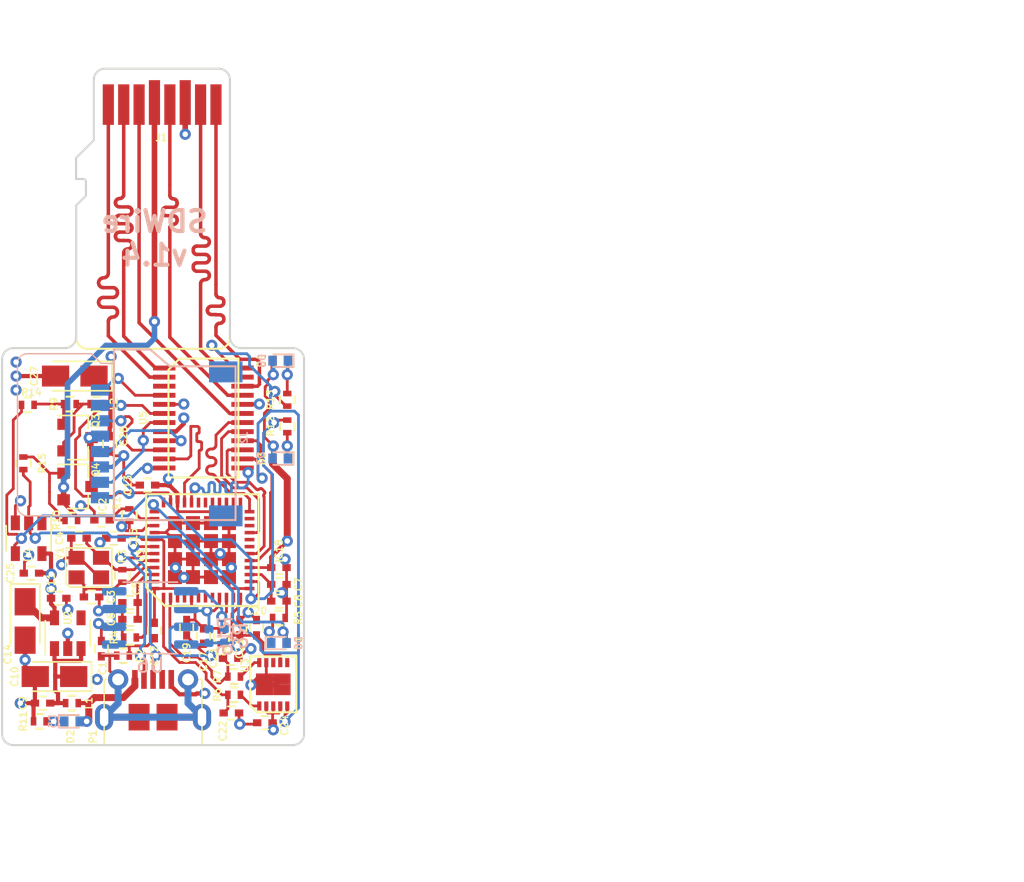
<source format=kicad_pcb>
(kicad_pcb (version 20190421) (host pcbnew "6.0.0-unknown-f21face~86~ubuntu18.04.1")
  (title_block (title "Micro SD card adapter") (date "2019-05-12") (rev "1.4") (company "SRPOL") (comment 1 "Author: Adam Malinowski <a.malinowsk2@partner.samsung.com>") (comment 2 "Copyright (c) 2016 Samsung Electronics Co., Ltd All Rights Reserved"))
  (layers (0 "F.Cu" signal) (1 "In1.Cu" power) (2 "In2.Cu" power) (31 "B.Cu" signal) (34 "B.Paste" user) (35 "F.Paste" user) (36 "B.SilkS" user) (37 "F.SilkS" user) (38 "B.Mask" user) (39 "F.Mask" user) (44 "Edge.Cuts" user))
  (net 0 "")
  (net 1 "GND")
  (net 2 "Net-(C1-Pad1)")
  (net 3 "/~RESET")
  (net 4 "Net-(C3-Pad1)")
  (net 5 "Net-(C4-Pad1)")
  (net 6 "Net-(C5-Pad1)")
  (net 7 "Net-(C7-Pad1)")
  (net 8 "Net-(C10-Pad1)")
  (net 9 "+3V3")
  (net 10 "Net-(C12-Pad1)")
  (net 11 "/USB_B-")
  (net 12 "/USB_B+")
  (net 13 "/USD_VDD")
  (net 14 "Net-(D1-Pad1)")
  (net 15 "Net-(D1-Pad2)")
  (net 16 "/DAT1_DUT")
  (net 17 "/DAT0_DUT")
  (net 18 "/CLK_DUT")
  (net 19 "/VDD_DUT")
  (net 20 "/CMD_DUT")
  (net 21 "/DAT3_DUT")
  (net 22 "/DAT2_DUT")
  (net 23 "Net-(J2-Pad1)")
  (net 24 "Net-(J2-Pad2)")
  (net 25 "Net-(J2-Pad3)")
  (net 26 "Net-(J2-Pad5)")
  (net 27 "Net-(J2-Pad7)")
  (net 28 "Net-(J2-Pad8)")
  (net 29 "/VDD")
  (net 30 "/VDD_TS")
  (net 31 "Net-(L2-Pad2)")
  (net 32 "/USB_UP-")
  (net 33 "/USB_UP+")
  (net 34 "Net-(P1-Pad4)")
  (net 35 "/SOCKET_SEL")
  (net 36 "Net-(R4-Pad1)")
  (net 37 "Net-(R6-Pad1)")
  (net 38 "Net-(R7-Pad1)")
  (net 39 "Net-(U1-Pad36)")
  (net 40 "/DAT2_TS")
  (net 41 "/DAT3_TS")
  (net 42 "Net-(U1-Pad31)")
  (net 43 "Net-(U1-Pad30)")
  (net 44 "Net-(U1-Pad29)")
  (net 45 "Net-(U1-Pad28)")
  (net 46 "Net-(U1-Pad27)")
  (net 47 "Net-(U1-Pad26)")
  (net 48 "/CMD_TS")
  (net 49 "Net-(U1-Pad23)")
  (net 50 "Net-(U1-Pad22)")
  (net 51 "/CLK_TS")
  (net 52 "Net-(U1-Pad20)")
  (net 53 "Net-(U1-Pad19)")
  (net 54 "/DAT0_TS")
  (net 55 "/DAT1_TS")
  (net 56 "/~CD_TS")
  (net 57 "Net-(U1-Pad11)")
  (net 58 "Net-(U1-Pad8)")
  (net 59 "Net-(U1-Pad7)")
  (net 60 "Net-(U1-Pad6)")
  (net 61 "Net-(U1-Pad4)")
  (net 62 "Net-(U1-Pad3)")
  (net 63 "Net-(U3-Pad8)")
  (net 64 "Net-(U3-Pad6)")
  (net 65 "Net-(U5-Pad3)")
  (net 66 "Net-(U2-Pad4)")
  (net 67 "Net-(D2-Pad1)")
  (net 68 "Net-(D3-Pad1)")
  (net 69 "Net-(D4-Pad1)")
  (net 70 "Net-(Q4-Pad1)")
  (net 71 "Net-(Q3-Pad1)")
  (net 72 "Net-(R16-Pad2)")
  (net 73 "Net-(R8-Pad2)")
  (module "Package_SO:SO-8_3.9x4.9mm_P1.27mm" (layer "B.Cu") (at 147 124)
    (fp_text reference "U6" (at 0 3.4) (layer "B.SilkS") (effects (justify mirror)))
    (fp_text value "AT24CS02-SSHM")
    (pad "8" smd roundrect (at 2.575 1.905) (size 1.75 0.6) (layers "B.Cu" "B.Paste" "B.Mask") (net 9 "+3V3"))
    (pad "7" smd roundrect (at 2.575 0.635) (size 1.75 0.6) (layers "B.Cu" "B.Paste" "B.Mask") (net 1 "GND"))
    (pad "6" smd roundrect (at 2.575 -0.635) (size 1.75 0.6) (layers "B.Cu" "B.Paste" "B.Mask") (net 72 "Net-(R16-Pad2)"))
    (pad "5" smd roundrect (at 2.575 -1.905) (size 1.75 0.6) (layers "B.Cu" "B.Paste" "B.Mask") (net 73 "Net-(R8-Pad2)"))
    (pad "4" smd roundrect (at -2.575 -1.905) (size 1.75 0.6) (layers "B.Cu" "B.Paste" "B.Mask") (net 1 "GND"))
    (pad "3" smd roundrect (at -2.575 -0.635) (size 1.75 0.6) (layers "B.Cu" "B.Paste" "B.Mask") (net 1 "GND"))
    (pad "2" smd roundrect (at -2.575 0.635) (size 1.75 0.6) (layers "B.Cu" "B.Paste" "B.Mask") (net 1 "GND"))
    (pad "1" smd roundrect (at -2.575 1.905) (size 1.75 0.6) (layers "B.Cu" "B.Paste" "B.Mask") (net 1 "GND"))
  )
  (module "Resistor_SMD:R_0402_1005Metric" (layer "B.Cu") (at 151.2 125.3 90)
    (fp_text reference "R16" (at 0 1.17 90) (layer "B.SilkS") (effects (justify mirror)))
    (fp_text value "10K")
    (pad "2" smd roundrect (at 0.485 0 90) (size 0.59 0.64) (layers "B.Cu" "B.Paste" "B.Mask") (net 72 "Net-(R16-Pad2)"))
    (pad "1" smd roundrect (at -0.485 0 90) (size 0.59 0.64) (layers "B.Cu" "B.Paste" "B.Mask") (net 9 "+3V3"))
  )
  (module "Resistor_SMD:R_0402_1005Metric" (layer "B.Cu") (at 152.3 125.285 90)
    (fp_text reference "R8" (at 0 1.17 90) (layer "B.SilkS") (effects (justify mirror)))
    (fp_text value "10K")
    (pad "2" smd roundrect (at 0.485 0 90) (size 0.59 0.64) (layers "B.Cu" "B.Paste" "B.Mask") (net 73 "Net-(R8-Pad2)"))
    (pad "1" smd roundrect (at -0.485 0 90) (size 0.59 0.64) (layers "B.Cu" "B.Paste" "B.Mask") (net 9 "+3V3"))
  )
  (module "mux-footprints:usd-attend" (layer "B.Cu") (at 143.4 107.7 90)
    (fp_text reference "J2" (at -3.4 10.3 270) (layer "B.SilkS") (effects (font (size 0.5 0.5) (thickness 0.1)) (justify mirror)))
    (fp_text value "uSD Socket")
    (pad "1" smd rect (at 0 0 90) (size 0.8 1.3) (layers "B.Cu" "B.Paste" "B.Mask") (net 23 "Net-(J2-Pad1)"))
    (pad "2" smd rect (at -1.1 0 90) (size 0.8 1.3) (layers "B.Cu" "B.Paste" "B.Mask") (net 24 "Net-(J2-Pad2)"))
    (pad "3" smd rect (at -2.2 0 90) (size 0.8 1.3) (layers "B.Cu" "B.Paste" "B.Mask") (net 25 "Net-(J2-Pad3)"))
    (pad "4" smd rect (at -3.3 0 90) (size 0.8 1.3) (layers "B.Cu" "B.Paste" "B.Mask") (net 13 "/USD_VDD"))
    (pad "5" smd rect (at -4.4 0 90) (size 0.8 1.3) (layers "B.Cu" "B.Paste" "B.Mask") (net 26 "Net-(J2-Pad5)"))
    (pad "6" smd rect (at -5.5 0 90) (size 0.8 1.3) (layers "B.Cu" "B.Paste" "B.Mask") (net 1 "GND"))
    (pad "7" smd rect (at -6.6 0 90) (size 0.8 1.3) (layers "B.Cu" "B.Paste" "B.Mask") (net 27 "Net-(J2-Pad7)"))
    (pad "8" smd rect (at -7.7 0 90) (size 0.8 1.3) (layers "B.Cu" "B.Paste" "B.Mask") (net 28 "Net-(J2-Pad8)"))
    (pad "9" smd rect (at -9 9 90) (size 1.5 2.4) (layers "B.Cu" "B.Paste" "B.Mask"))
    (pad "9" smd rect (at 1.3 9 90) (size 1.5 2.4) (layers "B.Cu" "B.Paste" "B.Mask"))
  )
  (module "mux-footprints:Crystal_SMD_2520-4pin_2.5x2.0mm" (layer "F.Cu") (at 142.6 120.4)
    (fp_text reference "Y1" (at -2.07 -1.02 90) (layer "F.SilkS") (effects (font (size 0.5 0.5) (thickness 0.1))))
    (fp_text value "24MHz")
    (pad "1" smd rect (at -0.875 0.7) (size 1.15 1) (layers "F.Cu" "F.Paste" "F.Mask") (net 4 "Net-(C3-Pad1)"))
    (pad "2" smd rect (at 0.875 0.7) (size 1.15 1) (layers "F.Cu" "F.Paste" "F.Mask") (net 1 "GND"))
    (pad "3" smd rect (at 0.875 -0.7) (size 1.15 1) (layers "F.Cu" "F.Paste" "F.Mask") (net 5 "Net-(C4-Pad1)"))
    (pad "4" smd rect (at -0.875 -0.7) (size 1.15 1) (layers "F.Cu" "F.Paste" "F.Mask") (net 1 "GND"))
  )
  (module "mux-footprints:DFN-10-1EP_3x3mm_Pitch0.5mm" (layer "F.Cu") (at 155.8 128.75 90)
    (fp_text reference "U3" (at 1.35 -2.04 270) (layer "F.SilkS") (effects (font (size 0.5 0.5) (thickness 0.1))))
    (fp_text value "FT200XD")
    (pad "1" smd rect (at -1.55 -1 90) (size 0.65 0.3) (layers "F.Cu" "F.Paste" "F.Mask") (net 37 "Net-(R6-Pad1)"))
    (pad "2" smd rect (at -1.55 -0.5 90) (size 0.65 0.3) (layers "F.Cu" "F.Paste" "F.Mask") (net 9 "+3V3"))
    (pad "3" smd rect (at -1.55 0 90) (size 0.65 0.3) (layers "F.Cu" "F.Paste" "F.Mask") (net 9 "+3V3"))
    (pad "4" smd rect (at -1.55 0.5 90) (size 0.65 0.3) (layers "F.Cu" "F.Paste" "F.Mask") (net 9 "+3V3"))
    (pad "5" smd rect (at -1.55 1 90) (size 0.65 0.3) (layers "F.Cu" "F.Paste" "F.Mask") (net 35 "/SOCKET_SEL"))
    (pad "6" smd rect (at 1.55 1 90) (size 0.65 0.3) (layers "F.Cu" "F.Paste" "F.Mask") (net 64 "Net-(U3-Pad6)"))
    (pad "7" smd rect (at 1.55 0.5 90) (size 0.65 0.3) (layers "F.Cu" "F.Paste" "F.Mask") (net 9 "+3V3"))
    (pad "8" smd rect (at 1.55 0 90) (size 0.65 0.3) (layers "F.Cu" "F.Paste" "F.Mask") (net 63 "Net-(U3-Pad8)"))
    (pad "9" smd rect (at 1.55 -0.5 90) (size 0.65 0.3) (layers "F.Cu" "F.Paste" "F.Mask") (net 1 "GND"))
    (pad "10" smd rect (at 1.55 -1 90) (size 0.65 0.3) (layers "F.Cu" "F.Paste" "F.Mask") (net 38 "Net-(R7-Pad1)"))
    (pad "11" smd rect (at 0.3875 0.62 90) (size 0.775 1.24) (layers "F.Cu" "F.Paste" "F.Mask") (net 1 "GND"))
    (pad "11" smd rect (at 0.3875 -0.62 90) (size 0.775 1.24) (layers "F.Cu" "F.Paste" "F.Mask") (net 1 "GND"))
    (pad "11" smd rect (at -0.3875 0.62 90) (size 0.775 1.24) (layers "F.Cu" "F.Paste" "F.Mask") (net 1 "GND"))
    (pad "11" smd rect (at -0.3875 -0.62 90) (size 0.775 1.24) (layers "F.Cu" "F.Paste" "F.Mask") (net 1 "GND"))
  )
  (module "mux-footprints:QFN-48-1EP_7x7mm_Pitch0.5mm" (layer "F.Cu") (at 150.7 119.15 90)
    (fp_text reference "U1" (at -0.35 -4.4 90) (layer "F.SilkS") (effects (font (size 0.5 0.5) (thickness 0.1))))
    (fp_text value "USB2640-HZH-02")
    (pad "1" smd rect (at -3.4 -2.75 90) (size 0.7 0.25) (layers "F.Cu" "F.Paste" "F.Mask") (net 11 "/USB_B-"))
    (pad "2" smd rect (at -3.4 -2.25 90) (size 0.7 0.25) (layers "F.Cu" "F.Paste" "F.Mask") (net 12 "/USB_B+"))
    (pad "3" smd rect (at -3.4 -1.75 90) (size 0.7 0.25) (layers "F.Cu" "F.Paste" "F.Mask") (net 62 "Net-(U1-Pad3)"))
    (pad "4" smd rect (at -3.4 -1.25 90) (size 0.7 0.25) (layers "F.Cu" "F.Paste" "F.Mask") (net 61 "Net-(U1-Pad4)"))
    (pad "5" smd rect (at -3.4 -0.75 90) (size 0.7 0.25) (layers "F.Cu" "F.Paste" "F.Mask") (net 10 "Net-(C12-Pad1)"))
    (pad "6" smd rect (at -3.4 -0.25 90) (size 0.7 0.25) (layers "F.Cu" "F.Paste" "F.Mask") (net 60 "Net-(U1-Pad6)"))
    (pad "7" smd rect (at -3.4 0.25 90) (size 0.7 0.25) (layers "F.Cu" "F.Paste" "F.Mask") (net 59 "Net-(U1-Pad7)"))
    (pad "8" smd rect (at -3.4 0.75 90) (size 0.7 0.25) (layers "F.Cu" "F.Paste" "F.Mask") (net 58 "Net-(U1-Pad8)"))
    (pad "9" smd rect (at -3.4 1.25 90) (size 0.7 0.25) (layers "F.Cu" "F.Paste" "F.Mask") (net 72 "Net-(R16-Pad2)"))
    (pad "10" smd rect (at -3.4 1.75 90) (size 0.7 0.25) (layers "F.Cu" "F.Paste" "F.Mask") (net 73 "Net-(R8-Pad2)"))
    (pad "11" smd rect (at -3.4 2.25 90) (size 0.7 0.25) (layers "F.Cu" "F.Paste" "F.Mask") (net 57 "Net-(U1-Pad11)"))
    (pad "12" smd rect (at -3.4 2.75 90) (size 0.7 0.25) (layers "F.Cu" "F.Paste" "F.Mask") (net 9 "+3V3"))
    (pad "13" smd rect (at -2.75 3.4 180) (size 0.7 0.25) (layers "F.Cu" "F.Paste" "F.Mask") (net 1 "GND"))
    (pad "14" smd rect (at -2.25 3.4 180) (size 0.7 0.25) (layers "F.Cu" "F.Paste" "F.Mask") (net 56 "/~CD_TS"))
    (pad "15" smd rect (at -1.75 3.4 180) (size 0.7 0.25) (layers "F.Cu" "F.Paste" "F.Mask") (net 7 "Net-(C7-Pad1)"))
    (pad "16" smd rect (at -1.25 3.4 180) (size 0.7 0.25) (layers "F.Cu" "F.Paste" "F.Mask") (net 9 "+3V3"))
    (pad "17" smd rect (at -0.75 3.4 180) (size 0.7 0.25) (layers "F.Cu" "F.Paste" "F.Mask") (net 55 "/DAT1_TS"))
    (pad "18" smd rect (at -0.25 3.4 180) (size 0.7 0.25) (layers "F.Cu" "F.Paste" "F.Mask") (net 54 "/DAT0_TS"))
    (pad "19" smd rect (at 0.25 3.4 180) (size 0.7 0.25) (layers "F.Cu" "F.Paste" "F.Mask") (net 53 "Net-(U1-Pad19)"))
    (pad "20" smd rect (at 0.75 3.4 180) (size 0.7 0.25) (layers "F.Cu" "F.Paste" "F.Mask") (net 52 "Net-(U1-Pad20)"))
    (pad "21" smd rect (at 1.25 3.4 180) (size 0.7 0.25) (layers "F.Cu" "F.Paste" "F.Mask") (net 51 "/CLK_TS"))
    (pad "22" smd rect (at 1.75 3.4 180) (size 0.7 0.25) (layers "F.Cu" "F.Paste" "F.Mask") (net 50 "Net-(U1-Pad22)"))
    (pad "23" smd rect (at 2.25 3.4 180) (size 0.7 0.25) (layers "F.Cu" "F.Paste" "F.Mask") (net 49 "Net-(U1-Pad23)"))
    (pad "24" smd rect (at 2.75 3.4 180) (size 0.7 0.25) (layers "F.Cu" "F.Paste" "F.Mask") (net 48 "/CMD_TS"))
    (pad "25" smd rect (at 3.4 2.75 90) (size 0.7 0.25) (layers "F.Cu" "F.Paste" "F.Mask") (net 9 "+3V3"))
    (pad "26" smd rect (at 3.4 2.25 90) (size 0.7 0.25) (layers "F.Cu" "F.Paste" "F.Mask") (net 47 "Net-(U1-Pad26)"))
    (pad "27" smd rect (at 3.4 1.75 90) (size 0.7 0.25) (layers "F.Cu" "F.Paste" "F.Mask") (net 46 "Net-(U1-Pad27)"))
    (pad "28" smd rect (at 3.4 1.25 90) (size 0.7 0.25) (layers "F.Cu" "F.Paste" "F.Mask") (net 45 "Net-(U1-Pad28)"))
    (pad "29" smd rect (at 3.4 0.75 90) (size 0.7 0.25) (layers "F.Cu" "F.Paste" "F.Mask") (net 44 "Net-(U1-Pad29)"))
    (pad "30" smd rect (at 3.4 0.25 90) (size 0.7 0.25) (layers "F.Cu" "F.Paste" "F.Mask") (net 43 "Net-(U1-Pad30)"))
    (pad "31" smd rect (at 3.4 -0.25 90) (size 0.7 0.25) (layers "F.Cu" "F.Paste" "F.Mask") (net 42 "Net-(U1-Pad31)"))
    (pad "32" smd rect (at 3.4 -0.75 90) (size 0.7 0.25) (layers "F.Cu" "F.Paste" "F.Mask") (net 41 "/DAT3_TS"))
    (pad "33" smd rect (at 3.4 -1.25 90) (size 0.7 0.25) (layers "F.Cu" "F.Paste" "F.Mask") (net 40 "/DAT2_TS"))
    (pad "34" smd rect (at 3.4 -1.75 90) (size 0.7 0.25) (layers "F.Cu" "F.Paste" "F.Mask") (net 9 "+3V3"))
    (pad "35" smd rect (at 3.4 -2.25 90) (size 0.7 0.25) (layers "F.Cu" "F.Paste" "F.Mask") (net 31 "Net-(L2-Pad2)"))
    (pad "36" smd rect (at 3.4 -2.75 90) (size 0.7 0.25) (layers "F.Cu" "F.Paste" "F.Mask") (net 39 "Net-(U1-Pad36)"))
    (pad "37" smd rect (at 2.75 -3.4 180) (size 0.7 0.25) (layers "F.Cu" "F.Paste" "F.Mask") (net 15 "Net-(D1-Pad2)"))
    (pad "38" smd rect (at 2.25 -3.4 180) (size 0.7 0.25) (layers "F.Cu" "F.Paste" "F.Mask") (net 3 "/~RESET"))
    (pad "39" smd rect (at 1.75 -3.4 180) (size 0.7 0.25) (layers "F.Cu" "F.Paste" "F.Mask") (net 9 "+3V3"))
    (pad "40" smd rect (at 1.25 -3.4 180) (size 0.7 0.25) (layers "F.Cu" "F.Paste" "F.Mask") (net 1 "GND"))
    (pad "41" smd rect (at 0.75 -3.4 180) (size 0.7 0.25) (layers "F.Cu" "F.Paste" "F.Mask") (net 10 "Net-(C12-Pad1)"))
    (pad "42" smd rect (at 0.25 -3.4 180) (size 0.7 0.25) (layers "F.Cu" "F.Paste" "F.Mask") (net 33 "/USB_UP+"))
    (pad "43" smd rect (at -0.25 -3.4 180) (size 0.7 0.25) (layers "F.Cu" "F.Paste" "F.Mask") (net 32 "/USB_UP-"))
    (pad "44" smd rect (at -0.75 -3.4 180) (size 0.7 0.25) (layers "F.Cu" "F.Paste" "F.Mask") (net 5 "Net-(C4-Pad1)"))
    (pad "45" smd rect (at -1.25 -3.4 180) (size 0.7 0.25) (layers "F.Cu" "F.Paste" "F.Mask") (net 4 "Net-(C3-Pad1)"))
    (pad "46" smd rect (at -1.75 -3.4 180) (size 0.7 0.25) (layers "F.Cu" "F.Paste" "F.Mask") (net 6 "Net-(C5-Pad1)"))
    (pad "47" smd rect (at -2.25 -3.4 180) (size 0.7 0.25) (layers "F.Cu" "F.Paste" "F.Mask") (net 36 "Net-(R4-Pad1)"))
    (pad "48" smd rect (at -2.75 -3.4 180) (size 0.7 0.25) (layers "F.Cu" "F.Paste" "F.Mask") (net 10 "Net-(C12-Pad1)"))
    (pad "49" smd rect (at 1.93125 1.93125 90) (size 1 1) (layers "F.Cu" "F.Paste" "F.Mask") (net 1 "GND"))
    (pad "49" smd rect (at 1.93125 0.64375 90) (size 1 1) (layers "F.Cu" "F.Paste" "F.Mask") (net 1 "GND"))
    (pad "49" smd rect (at 1.93125 -0.64375 90) (size 1 1) (layers "F.Cu" "F.Paste" "F.Mask") (net 1 "GND"))
    (pad "49" smd rect (at 1.93125 -1.93125 90) (size 1 1) (layers "F.Cu" "F.Paste" "F.Mask") (net 1 "GND"))
    (pad "49" smd rect (at 0.64375 1.93125 90) (size 1 1) (layers "F.Cu" "F.Paste" "F.Mask") (net 1 "GND"))
    (pad "49" smd rect (at 0.64375 0.64375 90) (size 1 1) (layers "F.Cu" "F.Paste" "F.Mask") (net 1 "GND"))
    (pad "49" smd rect (at 0.64375 -0.64375 90) (size 1 1) (layers "F.Cu" "F.Paste" "F.Mask") (net 1 "GND"))
    (pad "49" smd rect (at 0.64375 -1.93125 90) (size 1 1) (layers "F.Cu" "F.Paste" "F.Mask") (net 1 "GND"))
    (pad "49" smd rect (at -0.64375 1.93125 90) (size 1 1) (layers "F.Cu" "F.Paste" "F.Mask") (net 1 "GND"))
    (pad "49" smd rect (at -0.64375 0.64375 90) (size 1 1) (layers "F.Cu" "F.Paste" "F.Mask") (net 1 "GND"))
    (pad "49" smd rect (at -0.64375 -0.64375 90) (size 1 1) (layers "F.Cu" "F.Paste" "F.Mask") (net 1 "GND"))
    (pad "49" smd rect (at -0.64375 -1.93125 90) (size 1 1) (layers "F.Cu" "F.Paste" "F.Mask") (net 1 "GND"))
    (pad "49" smd rect (at -1.93125 1.93125 90) (size 1 1) (layers "F.Cu" "F.Paste" "F.Mask") (net 1 "GND"))
    (pad "49" smd rect (at -1.93125 0.64375 90) (size 1 1) (layers "F.Cu" "F.Paste" "F.Mask") (net 1 "GND"))
    (pad "49" smd rect (at -1.93125 -0.64375 90) (size 1 1) (layers "F.Cu" "F.Paste" "F.Mask") (net 1 "GND"))
    (pad "49" smd rect (at -1.93125 -1.93125 90) (size 1 1) (layers "F.Cu" "F.Paste" "F.Mask") (net 1 "GND"))
  )
  (module "mux-footprints:micro_sub_molex" (layer "F.Cu") (at 147.2 130.8)
    (fp_text reference "P1" (at -4.3 1.7 90) (layer "F.SilkS") (effects (font (size 0.5 0.5) (thickness 0.1))))
    (fp_text value "USB_OTG_MICRO_USB")
    (pad "6" smd rect (at 1 0.3) (size 1.5 1.9) (layers "F.Cu" "F.Paste" "F.Mask") (net 2 "Net-(C1-Pad1)"))
    (pad "6" smd rect (at -1 0.3) (size 1.5 1.9) (layers "F.Cu" "F.Paste" "F.Mask") (net 2 "Net-(C1-Pad1)"))
    (pad "6" thru_hole oval (at 3.5 0.3) (size 1.3 1.9) (drill oval 0.6 1.3) (layers *.Cu *.Mask) (net 2 "Net-(C1-Pad1)"))
    (pad "6" thru_hole oval (at -3.5 0.3) (size 1.3 1.9) (drill oval 0.6 1.3) (layers *.Cu *.Mask) (net 2 "Net-(C1-Pad1)"))
    (pad "6" thru_hole circle (at 2.5 -2.4) (size 1.45 1.45) (drill 0.85) (layers *.Cu *.Mask) (net 2 "Net-(C1-Pad1)"))
    (pad "6" thru_hole circle (at -2.5 -2.4) (size 1.45 1.45) (drill 0.85) (layers *.Cu *.Mask) (net 2 "Net-(C1-Pad1)"))
    (pad "5" smd rect (at 1.3 -2.4) (size 0.4 1.35) (layers "F.Cu" "F.Paste" "F.Mask") (net 1 "GND"))
    (pad "4" smd rect (at 0.65 -2.4) (size 0.4 1.35) (layers "F.Cu" "F.Paste" "F.Mask") (net 34 "Net-(P1-Pad4)"))
    (pad "3" smd rect (at 0 -2.4) (size 0.4 1.35) (layers "F.Cu" "F.Paste" "F.Mask") (net 33 "/USB_UP+"))
    (pad "2" smd rect (at -0.65 -2.4) (size 0.4 1.35) (layers "F.Cu" "F.Paste" "F.Mask") (net 32 "/USB_UP-"))
    (pad "1" smd rect (at -1.3 -2.4) (size 0.4 1.35) (layers "F.Cu" "F.Paste" "F.Mask") (net 29 "/VDD"))
  )
  (module "mux-footprints:TSSOP-24" (layer "F.Cu") (at 150.8 109.7 270)
    (fp_text reference "U5" (at 0 4.3 270) (layer "F.SilkS") (effects (font (size 0.5 0.5) (thickness 0.1))))
    (fp_text value "TS3A27518EPWR")
    (pad "12" smd rect (at 3.575 2.8 270) (size 0.35 1.6) (layers "F.Cu" "F.Paste" "F.Mask") (net 28 "Net-(J2-Pad8)"))
    (pad "13" smd rect (at 3.575 -2.8 270) (size 0.35 1.6) (layers "F.Cu" "F.Paste" "F.Mask") (net 41 "/DAT3_TS"))
    (pad "11" smd rect (at 2.925 2.8 270) (size 0.35 1.6) (layers "F.Cu" "F.Paste" "F.Mask") (net 40 "/DAT2_TS"))
    (pad "14" smd rect (at 2.925 -2.8 270) (size 0.35 1.6) (layers "F.Cu" "F.Paste" "F.Mask") (net 35 "/SOCKET_SEL"))
    (pad "10" smd rect (at 2.275 2.8 270) (size 0.35 1.6) (layers "F.Cu" "F.Paste" "F.Mask") (net 25 "Net-(J2-Pad3)"))
    (pad "15" smd rect (at 2.275 -2.8 270) (size 0.35 1.6) (layers "F.Cu" "F.Paste" "F.Mask") (net 54 "/DAT0_TS"))
    (pad "9" smd rect (at 1.625 2.8 270) (size 0.35 1.6) (layers "F.Cu" "F.Paste" "F.Mask") (net 26 "Net-(J2-Pad5)"))
    (pad "16" smd rect (at 1.625 -2.8 270) (size 0.35 1.6) (layers "F.Cu" "F.Paste" "F.Mask") (net 55 "/DAT1_TS"))
    (pad "8" smd rect (at 0.975 2.8 270) (size 0.35 1.6) (layers "F.Cu" "F.Paste" "F.Mask") (net 9 "+3V3"))
    (pad "17" smd rect (at 0.975 -2.8 270) (size 0.35 1.6) (layers "F.Cu" "F.Paste" "F.Mask") (net 51 "/CLK_TS"))
    (pad "7" smd rect (at 0.325 2.8 270) (size 0.35 1.6) (layers "F.Cu" "F.Paste" "F.Mask") (net 27 "Net-(J2-Pad7)"))
    (pad "18" smd rect (at 0.325 -2.8 270) (size 0.35 1.6) (layers "F.Cu" "F.Paste" "F.Mask") (net 48 "/CMD_TS"))
    (pad "6" smd rect (at -0.325 2.8 270) (size 0.35 1.6) (layers "F.Cu" "F.Paste" "F.Mask") (net 24 "Net-(J2-Pad2)"))
    (pad "19" smd rect (at -0.325 -2.8 270) (size 0.35 1.6) (layers "F.Cu" "F.Paste" "F.Mask") (net 20 "/CMD_DUT"))
    (pad "5" smd rect (at -0.975 2.8 270) (size 0.35 1.6) (layers "F.Cu" "F.Paste" "F.Mask") (net 1 "GND"))
    (pad "20" smd rect (at -0.975 -2.8 270) (size 0.35 1.6) (layers "F.Cu" "F.Paste" "F.Mask") (net 1 "GND"))
    (pad "4" smd rect (at -1.625 2.8 270) (size 0.35 1.6) (layers "F.Cu" "F.Paste" "F.Mask") (net 23 "Net-(J2-Pad1)"))
    (pad "21" smd rect (at -1.625 -2.8 270) (size 0.35 1.6) (layers "F.Cu" "F.Paste" "F.Mask") (net 18 "/CLK_DUT"))
    (pad "3" smd rect (at -2.275 2.8 270) (size 0.35 1.6) (layers "F.Cu" "F.Paste" "F.Mask") (net 65 "Net-(U5-Pad3)"))
    (pad "22" smd rect (at -2.275 -2.8 270) (size 0.35 1.6) (layers "F.Cu" "F.Paste" "F.Mask") (net 16 "/DAT1_DUT"))
    (pad "2" smd rect (at -2.925 2.8 270) (size 0.35 1.6) (layers "F.Cu" "F.Paste" "F.Mask") (net 22 "/DAT2_DUT"))
    (pad "23" smd rect (at -2.925 -2.8 270) (size 0.35 1.6) (layers "F.Cu" "F.Paste" "F.Mask") (net 17 "/DAT0_DUT"))
    (pad "1" smd rect (at -3.575 2.8 270) (size 0.35 1.6) (layers "F.Cu" "F.Paste" "F.Mask") (net 21 "/DAT3_DUT"))
    (pad "24" smd rect (at -3.575 -2.8 270) (size 0.35 1.6) (layers "F.Cu" "F.Paste" "F.Mask") (net 35 "/SOCKET_SEL"))
  )
  (module "mux-footprints:VIA_0408" (layer "F.Cu") (at 137.72 115.62)
    (fp_text reference "REF**" hide)
    (fp_text value "VIA_0408" hide)
    (pad "1" thru_hole circle (at 0 0) (size 0.8 0.8) (drill 0.4) (layers *.Cu) (net 1 "GND"))
  )
  (module "Resistors_SMD:R_0402" (layer "F.Cu") (at 138.24 108.76 180)
    (fp_text reference "R14" (at -0.26 0.9 180) (layer "F.SilkS") (effects (font (size 0.5 0.5) (thickness 0.1))))
    (fp_text value "1K")
    (pad "2" smd rect (at 0.45 0 180) (size 0.4 0.6) (layers "F.Cu" "F.Paste" "F.Mask") (net 56 "/~CD_TS"))
    (pad "1" smd rect (at -0.45 0 180) (size 0.4 0.6) (layers "F.Cu" "F.Paste" "F.Mask") (net 71 "Net-(Q3-Pad1)"))
  )
  (module "Resistors_SMD:R_0402" (layer "F.Cu") (at 137.92 112.94 270)
    (fp_text reference "R15" (at 0 -1.35 270) (layer "F.SilkS") (effects (font (size 0.5 0.5) (thickness 0.1))))
    (fp_text value "1K")
    (pad "1" smd rect (at -0.45 0 270) (size 0.4 0.6) (layers "F.Cu" "F.Paste" "F.Mask") (net 70 "Net-(Q4-Pad1)"))
    (pad "2" smd rect (at 0.45 0 270) (size 0.4 0.6) (layers "F.Cu" "F.Paste" "F.Mask") (net 35 "/SOCKET_SEL"))
  )
  (module "Resistors_SMD:R_0402" (layer "F.Cu") (at 141.35 117)
    (fp_text reference "R10" (at -1.05 0 90) (layer "F.SilkS") (effects (font (size 0.5 0.5) (thickness 0.1))))
    (fp_text value "10K")
    (pad "1" smd rect (at -0.45 0) (size 0.4 0.6) (layers "F.Cu" "F.Paste" "F.Mask") (net 70 "Net-(Q4-Pad1)"))
    (pad "2" smd rect (at 0.45 0) (size 0.4 0.6) (layers "F.Cu" "F.Paste" "F.Mask") (net 19 "/VDD_DUT"))
  )
  (module "Resistors_SMD:R_0402" (layer "F.Cu") (at 141.25 108.7)
    (fp_text reference "R9" (at -1.15 0 90) (layer "F.SilkS") (effects (font (size 0.5 0.5) (thickness 0.1))))
    (fp_text value "10K")
    (pad "1" smd rect (at -0.45 0) (size 0.4 0.6) (layers "F.Cu" "F.Paste" "F.Mask") (net 71 "Net-(Q3-Pad1)"))
    (pad "2" smd rect (at 0.45 0) (size 0.4 0.6) (layers "F.Cu" "F.Paste" "F.Mask") (net 30 "/VDD_TS"))
  )
  (module "TO_SOT_Packages_SMD:SOT-23" (layer "F.Cu") (at 141.8 111.1)
    (fp_text reference "Q3" (at 1.3 -1.2 90) (layer "F.SilkS") (effects (font (size 0.5 0.5) (thickness 0.1))))
    (fp_text value "MMBT4403LT1")
    (pad "3" smd rect (at 1 0) (size 0.9 0.8) (layers "F.Cu" "F.Paste" "F.Mask") (net 13 "/USD_VDD"))
    (pad "2" smd rect (at -1 0.95) (size 0.9 0.8) (layers "F.Cu" "F.Paste" "F.Mask") (net 30 "/VDD_TS"))
    (pad "1" smd rect (at -1 -0.95) (size 0.9 0.8) (layers "F.Cu" "F.Paste" "F.Mask") (net 71 "Net-(Q3-Pad1)"))
  )
  (module "TO_SOT_Packages_SMD:SOT-23" (layer "F.Cu") (at 141.8 114.6)
    (fp_text reference "Q4" (at 1.3 -1.2 90) (layer "F.SilkS") (effects (font (size 0.5 0.5) (thickness 0.1))))
    (fp_text value "MMBT4403LT1")
    (pad "3" smd rect (at 1 0) (size 0.9 0.8) (layers "F.Cu" "F.Paste" "F.Mask") (net 13 "/USD_VDD"))
    (pad "2" smd rect (at -1 0.95) (size 0.9 0.8) (layers "F.Cu" "F.Paste" "F.Mask") (net 19 "/VDD_DUT"))
    (pad "1" smd rect (at -1 -0.95) (size 0.9 0.8) (layers "F.Cu" "F.Paste" "F.Mask") (net 70 "Net-(Q4-Pad1)"))
  )
  (module "mux-footprints:VIA_0408" (layer "F.Cu") (at 148.8 120.4)
    (fp_text reference "REF**" hide)
    (fp_text value "VIA_0408" hide)
    (pad "1" thru_hole circle (at 0 0) (size 0.8 0.8) (drill 0.4) (layers *.Cu) (net 1 "GND"))
  )
  (module "mux-footprints:VIA_0408" (layer "F.Cu") (at 149.4 121.1)
    (fp_text reference "REF**" hide)
    (fp_text value "VIA_0408" hide)
    (pad "1" thru_hole circle (at 0 0) (size 0.8 0.8) (drill 0.4) (layers *.Cu) (net 1 "GND"))
  )
  (module "mux-footprints:VIA_0408" (layer "F.Cu") (at 152 119.4)
    (fp_text reference "REF**" hide)
    (fp_text value "VIA_0408" hide)
    (pad "1" thru_hole circle (at 0 0) (size 0.8 0.8) (drill 0.4) (layers *.Cu) (net 1 "GND"))
  )
  (module "mux-footprints:VIA_0408" (layer "F.Cu") (at 152.8 120.4)
    (fp_text reference "REF**" hide)
    (fp_text value "VIA_0408" hide)
    (pad "1" thru_hole circle (at 0 0) (size 0.8 0.8) (drill 0.4) (layers *.Cu) (net 1 "GND"))
  )
  (module "mux-footprints:VIA_0408" (layer "F.Cu") (at 153.4 131.6)
    (fp_text reference "REF**" hide)
    (fp_text value "VIA_0408" hide)
    (pad "1" thru_hole circle (at 0 0) (size 0.8 0.8) (drill 0.4) (layers *.Cu) (net 1 "GND"))
  )
  (module "mux-footprints:VIA_0408" (layer "F.Cu") (at 154.2 128.8)
    (fp_text reference "REF**" hide)
    (fp_text value "VIA_0408" hide)
    (pad "1" thru_hole circle (at 0 0) (size 0.8 0.8) (drill 0.4) (layers *.Cu) (net 1 "GND"))
  )
  (module "mux-footprints:VIA_0408" (layer "F.Cu") (at 154.2 126.2)
    (fp_text reference "REF**" hide)
    (fp_text value "VIA_0408" hide)
    (pad "1" thru_hole circle (at 0 0) (size 0.8 0.8) (drill 0.4) (layers *.Cu) (net 1 "GND"))
  )
  (module "mux-footprints:VIA_0408" (layer "F.Cu") (at 151.3 126.7)
    (fp_text reference "REF**" hide)
    (fp_text value "VIA_0408" hide)
    (pad "1" thru_hole circle (at 0 0) (size 0.8 0.8) (drill 0.4) (layers *.Cu) (net 1 "GND"))
  )
  (module "mux-footprints:VIA_0408" (layer "F.Cu") (at 150.9 129.4)
    (fp_text reference "REF**" hide)
    (fp_text value "VIA_0408" hide)
    (pad "1" thru_hole circle (at 0 0) (size 0.8 0.8) (drill 0.4) (layers *.Cu) (net 1 "GND"))
  )
  (module "mux-footprints:VIA_0408" (layer "F.Cu") (at 143.2 128.4)
    (fp_text reference "REF**" hide)
    (fp_text value "VIA_0408" hide)
    (pad "1" thru_hole circle (at 0 0) (size 0.8 0.8) (drill 0.4) (layers *.Cu) (net 1 "GND"))
  )
  (module "mux-footprints:VIA_0408" (layer "F.Cu") (at 143.3 124.4)
    (fp_text reference "REF**" hide)
    (fp_text value "VIA_0408" hide)
    (pad "1" thru_hole circle (at 0 0) (size 0.8 0.8) (drill 0.4) (layers *.Cu) (net 1 "GND"))
  )
  (module "mux-footprints:VIA_0408" (layer "F.Cu") (at 143.3 123.5)
    (fp_text reference "REF**" hide)
    (fp_text value "VIA_0408" hide)
    (pad "1" thru_hole circle (at 0 0) (size 0.8 0.8) (drill 0.4) (layers *.Cu) (net 1 "GND"))
  )
  (module "mux-footprints:VIA_0408" (layer "F.Cu") (at 144.2 105.3)
    (fp_text reference "REF**" hide)
    (fp_text value "VIA_0408" hide)
    (pad "1" thru_hole circle (at 0 0) (size 0.8 0.8) (drill 0.4) (layers *.Cu) (net 1 "GND"))
  )
  (module "mux-footprints:VIA_0408" (layer "F.Cu") (at 137.4 107.7)
    (fp_text reference "REF**" hide)
    (fp_text value "VIA_0408" hide)
    (pad "1" thru_hole circle (at 0 0) (size 0.8 0.8) (drill 0.4) (layers *.Cu) (net 1 "GND"))
  )
  (module "mux-footprints:VIA_0408" (layer "F.Cu") (at 137.4 106.7)
    (fp_text reference "REF**" hide)
    (fp_text value "VIA_0408" hide)
    (pad "1" thru_hole circle (at 0 0) (size 0.8 0.8) (drill 0.4) (layers *.Cu) (net 1 "GND"))
  )
  (module "mux-footprints:VIA_0408" (layer "F.Cu") (at 145.1 112.4)
    (fp_text reference "REF**" hide)
    (fp_text value "VIA_0408" hide)
    (pad "1" thru_hole circle (at 0 0) (size 0.8 0.8) (drill 0.4) (layers *.Cu) (net 1 "GND"))
  )
  (module "mux-footprints:VIA_0408" (layer "F.Cu") (at 137.4 105.7)
    (fp_text reference "REF**" hide)
    (fp_text value "VIA_0408" hide)
    (pad "1" thru_hole circle (at 0 0) (size 0.8 0.8) (drill 0.4) (layers *.Cu) (net 1 "GND"))
  )
  (module "Capacitors_SMD:C_0402" (layer "F.Cu") (at 153.4 124.7 90)
    (fp_text reference "C21" (at -1.5 -0.02 270) (layer "F.SilkS") (effects (font (size 0.5 0.5) (thickness 0.1))))
    (fp_text value "1uF/16V")
    (pad "2" smd rect (at 0.55 0 90) (size 0.6 0.5) (layers "F.Cu" "F.Paste" "F.Mask") (net 1 "GND"))
    (pad "1" smd rect (at -0.55 0 90) (size 0.6 0.5) (layers "F.Cu" "F.Paste" "F.Mask") (net 9 "+3V3"))
  )
  (module "Resistors_SMD:R_0402" (layer "F.Cu") (at 156.2 124)
    (fp_text reference "R5" (at 1.4 0 90) (layer "F.SilkS") (effects (font (size 0.5 0.5) (thickness 0.1))))
    (fp_text value "330R")
    (pad "2" smd rect (at 0.45 0) (size 0.4 0.6) (layers "F.Cu" "F.Paste" "F.Mask") (net 1 "GND"))
    (pad "1" smd rect (at -0.45 0) (size 0.4 0.6) (layers "F.Cu" "F.Paste" "F.Mask") (net 14 "Net-(D1-Pad1)"))
  )
  (module "LEDs:LED_0402" (layer "B.Cu") (at 156.2 125.8)
    (fp_text reference "D6" (at 1.4 0 90) (layer "B.SilkS") (effects (font (size 0.5 0.5) (thickness 0.1)) (justify mirror)))
    (fp_text value "OSB50402C1E")
    (pad "2" smd rect (at 0.55 0 180) (size 0.6 0.7) (layers "B.Cu" "B.Paste" "B.Mask") (net 15 "Net-(D1-Pad2)"))
    (pad "1" smd rect (at -0.55 0 180) (size 0.6 0.7) (layers "B.Cu" "B.Paste" "B.Mask") (net 14 "Net-(D1-Pad1)"))
  )
  (module "LEDs:LED_0402" (layer "B.Cu") (at 156.3 105.6 180)
    (fp_text reference "D8" (at 1.3 0 270) (layer "B.SilkS") (effects (font (size 0.5 0.5) (thickness 0.1)) (justify mirror)))
    (fp_text value "GREEN")
    (pad "1" smd rect (at -0.55 0) (size 0.6 0.7) (layers "B.Cu" "B.Paste" "B.Mask") (net 69 "Net-(D4-Pad1)"))
    (pad "2" smd rect (at 0.55 0) (size 0.6 0.7) (layers "B.Cu" "B.Paste" "B.Mask") (net 9 "+3V3"))
  )
  (module "LEDs:LED_0402" (layer "B.Cu") (at 156.3 112.6 180)
    (fp_text reference "D7" (at 1.4 0 270) (layer "B.SilkS") (effects (font (size 0.5 0.5) (thickness 0.1)) (justify mirror)))
    (fp_text value "BLUE")
    (pad "2" smd rect (at 0.55 0) (size 0.6 0.7) (layers "B.Cu" "B.Paste" "B.Mask") (net 9 "+3V3"))
    (pad "1" smd rect (at -0.55 0) (size 0.6 0.7) (layers "B.Cu" "B.Paste" "B.Mask") (net 68 "Net-(D3-Pad1)"))
  )
  (module "LEDs:LED_0402" (layer "B.Cu") (at 141.4 131.4)
    (fp_text reference "D5" (at -1.4 0 90) (layer "B.SilkS") (effects (font (size 0.5 0.5) (thickness 0.1)) (justify mirror)))
    (fp_text value "RED")
    (pad "1" smd rect (at -0.55 0 180) (size 0.6 0.7) (layers "B.Cu" "B.Paste" "B.Mask") (net 67 "Net-(D2-Pad1)"))
    (pad "2" smd rect (at 0.55 0 180) (size 0.6 0.7) (layers "B.Cu" "B.Paste" "B.Mask") (net 29 "/VDD"))
  )
  (module "LEDs:LED_0402" (layer "F.Cu") (at 156.3 105.6 180)
    (fp_text reference "D4" (at 1.4 0 270) (layer "F.SilkS") (effects (font (size 0.5 0.5) (thickness 0.1))))
    (fp_text value "GREEN")
    (pad "1" smd rect (at -0.55 0) (size 0.6 0.7) (layers "F.Cu" "F.Paste" "F.Mask") (net 69 "Net-(D4-Pad1)"))
    (pad "2" smd rect (at 0.55 0) (size 0.6 0.7) (layers "F.Cu" "F.Paste" "F.Mask") (net 9 "+3V3"))
  )
  (module "LEDs:LED_0402" (layer "F.Cu") (at 156.3 112.6 180)
    (fp_text reference "D3" (at 1.3 0 270) (layer "F.SilkS") (effects (font (size 0.5 0.5) (thickness 0.1))))
    (fp_text value "BLUE")
    (pad "2" smd rect (at 0.55 0) (size 0.6 0.7) (layers "F.Cu" "F.Paste" "F.Mask") (net 9 "+3V3"))
    (pad "1" smd rect (at -0.55 0) (size 0.6 0.7) (layers "F.Cu" "F.Paste" "F.Mask") (net 68 "Net-(D3-Pad1)"))
  )
  (module "LEDs:LED_0402" (layer "F.Cu") (at 141.4 131.4)
    (fp_text reference "D2" (at -0.1 1.1 90) (layer "F.SilkS") (effects (font (size 0.5 0.5) (thickness 0.1))))
    (fp_text value "RED")
    (pad "1" smd rect (at -0.55 0 180) (size 0.6 0.7) (layers "F.Cu" "F.Paste" "F.Mask") (net 67 "Net-(D2-Pad1)"))
    (pad "2" smd rect (at 0.55 0 180) (size 0.6 0.7) (layers "F.Cu" "F.Paste" "F.Mask") (net 29 "/VDD"))
  )
  (module "Resistors_SMD:R_0402" (layer "F.Cu") (at 156.8 108.4 270)
    (fp_text reference "R13" (at 0 1.2 270) (layer "F.SilkS") (effects (font (size 0.5 0.5) (thickness 0.1))))
    (fp_text value "1K")
    (pad "2" smd rect (at 0.45 0 270) (size 0.4 0.6) (layers "F.Cu" "F.Paste" "F.Mask") (net 35 "/SOCKET_SEL"))
    (pad "1" smd rect (at -0.45 0 270) (size 0.4 0.6) (layers "F.Cu" "F.Paste" "F.Mask") (net 69 "Net-(D4-Pad1)"))
  )
  (module "Resistors_SMD:R_0402" (layer "F.Cu") (at 156.8 110.3 90)
    (fp_text reference "R12" (at 0 -1.2 90) (layer "F.SilkS") (effects (font (size 0.5 0.5) (thickness 0.1))))
    (fp_text value "1K")
    (pad "1" smd rect (at -0.45 0 90) (size 0.4 0.6) (layers "F.Cu" "F.Paste" "F.Mask") (net 68 "Net-(D3-Pad1)"))
    (pad "2" smd rect (at 0.45 0 90) (size 0.4 0.6) (layers "F.Cu" "F.Paste" "F.Mask") (net 56 "/~CD_TS"))
  )
  (module "Resistors_SMD:R_0402" (layer "F.Cu") (at 139.1 131.4 180)
    (fp_text reference "R11" (at 1.2 0 270) (layer "F.SilkS") (effects (font (size 0.5 0.5) (thickness 0.1))))
    (fp_text value "1K")
    (pad "2" smd rect (at 0.45 0 180) (size 0.4 0.6) (layers "F.Cu" "F.Paste" "F.Mask") (net 1 "GND"))
    (pad "1" smd rect (at -0.45 0 180) (size 0.4 0.6) (layers "F.Cu" "F.Paste" "F.Mask") (net 67 "Net-(D2-Pad1)"))
  )
  (module "TO_SOT_Packages_SMD:SOT-23-5" (layer "F.Cu") (at 141.0973 125.094726 90)
    (fp_text reference "U2" (at 1.094726 0.0027 90) (layer "F.SilkS") (effects (font (size 0.5 0.5) (thickness 0.1))))
    (fp_text value "SPX3819M5")
    (pad "5" smd rect (at 1.1 -0.95 90) (size 1.06 0.65) (layers "F.Cu" "F.Paste" "F.Mask") (net 9 "+3V3"))
    (pad "4" smd rect (at 1.1 0.95 90) (size 1.06 0.65) (layers "F.Cu" "F.Paste" "F.Mask") (net 66 "Net-(U2-Pad4)"))
    (pad "3" smd rect (at -1.1 0.95 90) (size 1.06 0.65) (layers "F.Cu" "F.Paste" "F.Mask") (net 8 "Net-(C10-Pad1)"))
    (pad "2" smd rect (at -1.1 0 90) (size 1.06 0.65) (layers "F.Cu" "F.Paste" "F.Mask") (net 1 "GND"))
    (pad "1" smd rect (at -1.1 -0.95 90) (size 1.06 0.65) (layers "F.Cu" "F.Paste" "F.Mask") (net 8 "Net-(C10-Pad1)"))
  )
  (module "Capacitors_SMD:C_0402" (layer "F.Cu") (at 143.5 126.2 90)
    (fp_text reference "C1" (at -1.4 0.1 90) (layer "F.SilkS") (effects (font (size 0.5 0.5) (thickness 0.1))))
    (fp_text value "100nF/16V")
    (pad "1" smd rect (at -0.55 0 90) (size 0.6 0.5) (layers "F.Cu" "F.Paste" "F.Mask") (net 2 "Net-(C1-Pad1)"))
    (pad "2" smd rect (at 0.55 0 90) (size 0.6 0.5) (layers "F.Cu" "F.Paste" "F.Mask") (net 1 "GND"))
  )
  (module "Capacitors_SMD:C_0402" (layer "F.Cu") (at 143.55 117 180)
    (fp_text reference "C2" (at -0.05 1.1 270) (layer "F.SilkS") (effects (font (size 0.5 0.5) (thickness 0.1))))
    (fp_text value "100nF/16V")
    (pad "1" smd rect (at -0.55 0 180) (size 0.6 0.5) (layers "F.Cu" "F.Paste" "F.Mask") (net 3 "/~RESET"))
    (pad "2" smd rect (at 0.55 0 180) (size 0.6 0.5) (layers "F.Cu" "F.Paste" "F.Mask") (net 1 "GND"))
  )
  (module "Capacitors_SMD:C_0402" (layer "F.Cu") (at 142.8 122.5)
    (fp_text reference "C3" (at 1.4 0 90) (layer "F.SilkS") (effects (font (size 0.5 0.5) (thickness 0.1))))
    (fp_text value "33p/50V")
    (pad "2" smd rect (at 0.55 0) (size 0.6 0.5) (layers "F.Cu" "F.Paste" "F.Mask") (net 1 "GND"))
    (pad "1" smd rect (at -0.55 0) (size 0.6 0.5) (layers "F.Cu" "F.Paste" "F.Mask") (net 4 "Net-(C3-Pad1)"))
  )
  (module "Capacitors_SMD:C_0402" (layer "F.Cu") (at 141.9 118.3 180)
    (fp_text reference "C4" (at 1.4 0 270) (layer "F.SilkS") (effects (font (size 0.5 0.5) (thickness 0.1))))
    (fp_text value "33p/50V")
    (pad "2" smd rect (at 0.55 0 180) (size 0.6 0.5) (layers "F.Cu" "F.Paste" "F.Mask") (net 1 "GND"))
    (pad "1" smd rect (at -0.55 0 180) (size 0.6 0.5) (layers "F.Cu" "F.Paste" "F.Mask") (net 5 "Net-(C4-Pad1)"))
  )
  (module "Capacitors_SMD:C_0402" (layer "F.Cu") (at 145.55 122.9 180)
    (fp_text reference "C5" (at -0.45 1 270) (layer "F.SilkS") (effects (font (size 0.5 0.5) (thickness 0.1))))
    (fp_text value "1uF/16V")
    (pad "1" smd rect (at -0.55 0 180) (size 0.6 0.5) (layers "F.Cu" "F.Paste" "F.Mask") (net 6 "Net-(C5-Pad1)"))
    (pad "2" smd rect (at 0.55 0 180) (size 0.6 0.5) (layers "F.Cu" "F.Paste" "F.Mask") (net 1 "GND"))
  )
  (module "Capacitors_SMD:C_0402" (layer "F.Cu") (at 145.55 124.1 180)
    (fp_text reference "C6" (at 1.35 0 270) (layer "F.SilkS") (effects (font (size 0.5 0.5) (thickness 0.1))))
    (fp_text value "100nF/16V")
    (pad "1" smd rect (at -0.55 0 180) (size 0.6 0.5) (layers "F.Cu" "F.Paste" "F.Mask") (net 6 "Net-(C5-Pad1)"))
    (pad "2" smd rect (at 0.55 0 180) (size 0.6 0.5) (layers "F.Cu" "F.Paste" "F.Mask") (net 1 "GND"))
  )
  (module "Capacitors_SMD:C_0402" (layer "F.Cu") (at 156.2 121.6)
    (fp_text reference "C7" (at 1.4 0 90) (layer "F.SilkS") (effects (font (size 0.5 0.5) (thickness 0.1))))
    (fp_text value "1uF/16V")
    (pad "2" smd rect (at 0.55 0) (size 0.6 0.5) (layers "F.Cu" "F.Paste" "F.Mask") (net 1 "GND"))
    (pad "1" smd rect (at -0.55 0) (size 0.6 0.5) (layers "F.Cu" "F.Paste" "F.Mask") (net 7 "Net-(C7-Pad1)"))
  )
  (module "Capacitors_SMD:C_0402" (layer "F.Cu") (at 156.2 122.8)
    (fp_text reference "C8" (at 1.4 0 90) (layer "F.SilkS") (effects (font (size 0.5 0.5) (thickness 0.1))))
    (fp_text value "100nF/16V")
    (pad "2" smd rect (at 0.55 0) (size 0.6 0.5) (layers "F.Cu" "F.Paste" "F.Mask") (net 1 "GND"))
    (pad "1" smd rect (at -0.55 0) (size 0.6 0.5) (layers "F.Cu" "F.Paste" "F.Mask") (net 7 "Net-(C7-Pad1)"))
  )
  (module "Capacitors_SMD:C_0402" (layer "F.Cu") (at 139.2973 130.094726 180)
    (fp_text reference "C9" (at 1.3973 -0.005274 270) (layer "F.SilkS") (effects (font (size 0.5 0.5) (thickness 0.1))))
    (fp_text value "100nF/16V")
    (pad "2" smd rect (at 0.55 0 180) (size 0.6 0.5) (layers "F.Cu" "F.Paste" "F.Mask") (net 1 "GND"))
    (pad "1" smd rect (at -0.55 0 180) (size 0.6 0.5) (layers "F.Cu" "F.Paste" "F.Mask") (net 8 "Net-(C10-Pad1)"))
  )
  (module "Capacitors_Tantalum_SMD:CP_Tantalum_Case-A_EIA-3216-18_Reflow" (layer "F.Cu") (at 140.1473 128.194726 180)
    (fp_text reference "C10" (at 2.8473 -0.005274 270) (layer "F.SilkS") (effects (font (size 0.5 0.5) (thickness 0.1))))
    (fp_text value "10uF/10V")
    (pad "2" smd rect (at 1.375 0 180) (size 1.95 1.5) (layers "F.Cu" "F.Paste" "F.Mask") (net 1 "GND"))
    (pad "1" smd rect (at -1.375 0 180) (size 1.95 1.5) (layers "F.Cu" "F.Paste" "F.Mask") (net 8 "Net-(C10-Pad1)"))
  )
  (module "Capacitors_SMD:C_0402" (layer "F.Cu") (at 140.45 122.594726)
    (fp_text reference "C11" (at -0.55 -1.094726 90) (layer "F.SilkS") (effects (font (size 0.5 0.5) (thickness 0.1))))
    (fp_text value "100nF/16V")
    (pad "1" smd rect (at -0.55 0) (size 0.6 0.5) (layers "F.Cu" "F.Paste" "F.Mask") (net 9 "+3V3"))
    (pad "2" smd rect (at 0.55 0) (size 0.6 0.5) (layers "F.Cu" "F.Paste" "F.Mask") (net 1 "GND"))
  )
  (module "Capacitors_SMD:C_0402" (layer "F.Cu") (at 147.3 124.9 270)
    (fp_text reference "C12" (at 1.8 0 270) (layer "F.SilkS") (effects (font (size 0.5 0.5) (thickness 0.1))))
    (fp_text value "100nF/16V")
    (pad "2" smd rect (at 0.55 0 270) (size 0.6 0.5) (layers "F.Cu" "F.Paste" "F.Mask") (net 1 "GND"))
    (pad "1" smd rect (at -0.55 0 270) (size 0.6 0.5) (layers "F.Cu" "F.Paste" "F.Mask") (net 10 "Net-(C12-Pad1)"))
  )
  (module "Capacitors_SMD:C_0402" (layer "F.Cu") (at 146.8 114.5 180)
    (fp_text reference "C13" (at 1.4 0 270) (layer "F.SilkS") (effects (font (size 0.5 0.5) (thickness 0.1))))
    (fp_text value "100nF/16V")
    (pad "2" smd rect (at 0.55 0 180) (size 0.6 0.5) (layers "F.Cu" "F.Paste" "F.Mask") (net 1 "GND"))
    (pad "1" smd rect (at -0.55 0 180) (size 0.6 0.5) (layers "F.Cu" "F.Paste" "F.Mask") (net 9 "+3V3"))
  )
  (module "Capacitors_Tantalum_SMD:CP_Tantalum_Case-A_EIA-3216-18_Reflow" (layer "F.Cu") (at 138.0473 124.219726 270)
    (fp_text reference "C14" (at 2.380274 1.2473 270) (layer "F.SilkS") (effects (font (size 0.5 0.5) (thickness 0.1))))
    (fp_text value "10uF/10V")
    (pad "1" smd rect (at -1.375 0 270) (size 1.95 1.5) (layers "F.Cu" "F.Paste" "F.Mask") (net 9 "+3V3"))
    (pad "2" smd rect (at 1.375 0 270) (size 1.95 1.5) (layers "F.Cu" "F.Paste" "F.Mask") (net 1 "GND"))
  )
  (module "Capacitors_SMD:C_0402" (layer "F.Cu") (at 144.4 118.3 180)
    (fp_text reference "C15" (at -1.4 0 270) (layer "F.SilkS") (effects (font (size 0.5 0.5) (thickness 0.1))))
    (fp_text value "100nF/16V")
    (pad "1" smd rect (at -0.55 0 180) (size 0.6 0.5) (layers "F.Cu" "F.Paste" "F.Mask") (net 10 "Net-(C12-Pad1)"))
    (pad "2" smd rect (at 0.55 0 180) (size 0.6 0.5) (layers "F.Cu" "F.Paste" "F.Mask") (net 1 "GND"))
  )
  (module "Capacitors_SMD:C_0402" (layer "F.Cu") (at 150.8 125.3 270)
    (fp_text reference "C17" (at 1.8 0 270) (layer "F.SilkS") (effects (font (size 0.5 0.5) (thickness 0.1))))
    (fp_text value "100nF/16V")
    (pad "1" smd rect (at -0.55 0 270) (size 0.6 0.5) (layers "F.Cu" "F.Paste" "F.Mask") (net 10 "Net-(C12-Pad1)"))
    (pad "2" smd rect (at 0.55 0 270) (size 0.6 0.5) (layers "F.Cu" "F.Paste" "F.Mask") (net 1 "GND"))
  )
  (module "Capacitors_SMD:C_0402" (layer "F.Cu") (at 156.2 120.4)
    (fp_text reference "C18" (at 0 -1.3 90) (layer "F.SilkS") (effects (font (size 0.5 0.5) (thickness 0.1))))
    (fp_text value "100nF/16V")
    (pad "1" smd rect (at -0.55 0) (size 0.6 0.5) (layers "F.Cu" "F.Paste" "F.Mask") (net 9 "+3V3"))
    (pad "2" smd rect (at 0.55 0) (size 0.6 0.5) (layers "F.Cu" "F.Paste" "F.Mask") (net 1 "GND"))
  )
  (module "Capacitors_SMD:C_0402" (layer "F.Cu") (at 149.6 124.7 270)
    (fp_text reference "C19" (at 1.8 0 270) (layer "F.SilkS") (effects (font (size 0.5 0.5) (thickness 0.1))))
    (fp_text value "1uF/16V")
    (pad "1" smd rect (at -0.55 0 270) (size 0.6 0.5) (layers "F.Cu" "F.Paste" "F.Mask") (net 10 "Net-(C12-Pad1)"))
    (pad "2" smd rect (at 0.55 0 270) (size 0.6 0.5) (layers "F.Cu" "F.Paste" "F.Mask") (net 1 "GND"))
  )
  (module "Capacitors_SMD:C_0402" (layer "F.Cu") (at 154.6 124.7 90)
    (fp_text reference "C20" (at 1.2 0.02 180) (layer "F.SilkS") (effects (font (size 0.5 0.5) (thickness 0.1))))
    (fp_text value "100nF/16V")
    (pad "1" smd rect (at -0.55 0 90) (size 0.6 0.5) (layers "F.Cu" "F.Paste" "F.Mask") (net 9 "+3V3"))
    (pad "2" smd rect (at 0.55 0 90) (size 0.6 0.5) (layers "F.Cu" "F.Paste" "F.Mask") (net 1 "GND"))
  )
  (module "Capacitors_SMD:C_0402" (layer "F.Cu") (at 152.8 130.8)
    (fp_text reference "C22" (at -0.6 1.3 90) (layer "F.SilkS") (effects (font (size 0.5 0.5) (thickness 0.1))))
    (fp_text value "47pF")
    (pad "2" smd rect (at 0.55 0) (size 0.6 0.5) (layers "F.Cu" "F.Paste" "F.Mask") (net 1 "GND"))
    (pad "1" smd rect (at -0.55 0) (size 0.6 0.5) (layers "F.Cu" "F.Paste" "F.Mask") (net 11 "/USB_B-"))
  )
  (module "Capacitors_SMD:C_0402" (layer "F.Cu") (at 152.75 126.9)
    (fp_text reference "C23" (at -1.25 0 90) (layer "F.SilkS") (effects (font (size 0.5 0.5) (thickness 0.1))))
    (fp_text value "47pF")
    (pad "1" smd rect (at -0.55 0) (size 0.6 0.5) (layers "F.Cu" "F.Paste" "F.Mask") (net 12 "/USB_B+"))
    (pad "2" smd rect (at 0.55 0) (size 0.6 0.5) (layers "F.Cu" "F.Paste" "F.Mask") (net 1 "GND"))
  )
  (module "Capacitors_SMD:C_0402" (layer "F.Cu") (at 155.2 131.5 180)
    (fp_text reference "C24" (at -1.4 -0.2 270) (layer "F.SilkS") (effects (font (size 0.5 0.5) (thickness 0.1))))
    (fp_text value "100nF/16V")
    (pad "1" smd rect (at -0.55 0 180) (size 0.6 0.5) (layers "F.Cu" "F.Paste" "F.Mask") (net 9 "+3V3"))
    (pad "2" smd rect (at 0.55 0 180) (size 0.6 0.5) (layers "F.Cu" "F.Paste" "F.Mask") (net 1 "GND"))
  )
  (module "Capacitors_SMD:C_0402" (layer "F.Cu") (at 138.5 120.8 180)
    (fp_text reference "C25" (at 1.5 0 270) (layer "F.SilkS") (effects (font (size 0.5 0.5) (thickness 0.1))))
    (fp_text value "100nF/16V")
    (pad "1" smd rect (at -0.55 0 180) (size 0.6 0.5) (layers "F.Cu" "F.Paste" "F.Mask") (net 9 "+3V3"))
    (pad "2" smd rect (at 0.55 0 180) (size 0.6 0.5) (layers "F.Cu" "F.Paste" "F.Mask") (net 1 "GND"))
  )
  (module "Capacitors_SMD:C_0402" (layer "F.Cu") (at 144.1 111.55 270)
    (fp_text reference "C26" (at -0.55 -1 270) (layer "F.SilkS") (effects (font (size 0.5 0.5) (thickness 0.1))))
    (fp_text value "100nF/16V")
    (pad "2" smd rect (at 0.55 0 270) (size 0.6 0.5) (layers "F.Cu" "F.Paste" "F.Mask") (net 1 "GND"))
    (pad "1" smd rect (at -0.55 0 270) (size 0.6 0.5) (layers "F.Cu" "F.Paste" "F.Mask") (net 13 "/USD_VDD"))
  )
  (module "Capacitors_Tantalum_SMD:CP_Tantalum_Case-A_EIA-3216-18_Reflow" (layer "F.Cu") (at 141.6 106.7 180)
    (fp_text reference "C27" (at 2.9 0 270) (layer "F.SilkS") (effects (font (size 0.5 0.5) (thickness 0.1))))
    (fp_text value "10uF/10V")
    (pad "2" smd rect (at 1.375 0 180) (size 1.95 1.5) (layers "F.Cu" "F.Paste" "F.Mask") (net 1 "GND"))
    (pad "1" smd rect (at -1.375 0 180) (size 1.95 1.5) (layers "F.Cu" "F.Paste" "F.Mask") (net 13 "/USD_VDD"))
  )
  (module "LEDs:LED_0402" (layer "F.Cu") (at 156.2 125.8)
    (fp_text reference "D1" (at 1.4 0 90) (layer "F.SilkS") (effects (font (size 0.5 0.5) (thickness 0.1))))
    (fp_text value "OSB50402C1E")
    (pad "1" smd rect (at -0.55 0 180) (size 0.6 0.7) (layers "F.Cu" "F.Paste" "F.Mask") (net 14 "Net-(D1-Pad1)"))
    (pad "2" smd rect (at 0.55 0 180) (size 0.6 0.7) (layers "F.Cu" "F.Paste" "F.Mask") (net 15 "Net-(D1-Pad2)"))
  )
  (module "connectors:usd" (layer "F.Cu") (at 144 87.28)
    (fp_text reference "J1" (at 3.79 2.35) (layer "F.SilkS") (effects (font (size 0.5 0.5) (thickness 0.1))))
    (fp_text value "usd-plug")
    (pad "8" smd rect (at 7.7 0) (size 0.8 2.9) (layers "F.Cu" "F.Mask") (net 16 "/DAT1_DUT"))
    (pad "7" smd rect (at 6.6 0) (size 0.8 2.9) (layers "F.Cu" "F.Mask") (net 17 "/DAT0_DUT"))
    (pad "6" smd rect (at 5.5 -0.15) (size 0.8 3.2) (layers "F.Cu" "F.Mask") (net 1 "GND"))
    (pad "5" smd rect (at 4.4 0) (size 0.8 2.9) (layers "F.Cu" "F.Mask") (net 18 "/CLK_DUT"))
    (pad "4" smd rect (at 3.3 -0.15) (size 0.8 3.2) (layers "F.Cu" "F.Mask") (net 19 "/VDD_DUT"))
    (pad "3" smd rect (at 2.2 0) (size 0.8 2.9) (layers "F.Cu" "F.Mask") (net 20 "/CMD_DUT"))
    (pad "2" smd rect (at 1.1 0) (size 0.8 2.9) (layers "F.Cu" "F.Mask") (net 21 "/DAT3_DUT"))
    (pad "1" smd rect (at 0 0) (size 0.8 2.9) (layers "F.Cu" "F.Mask") (net 22 "/DAT2_DUT"))
  )
  (module "Resistors_SMD:R_0402" (layer "F.Cu") (at 141.3973 130.094726)
    (fp_text reference "L1" (at 1.2027 0.005274 90) (layer "F.SilkS") (effects (font (size 0.5 0.5) (thickness 0.1))))
    (fp_text value "BLM15PD121SN1D")
    (pad "2" smd rect (at 0.45 0) (size 0.4 0.6) (layers "F.Cu" "F.Paste" "F.Mask") (net 29 "/VDD"))
    (pad "1" smd rect (at -0.45 0) (size 0.4 0.6) (layers "F.Cu" "F.Paste" "F.Mask") (net 8 "Net-(C10-Pad1)"))
  )
  (module "Resistors_SMD:R_0402" (layer "F.Cu") (at 143.15 108.7)
    (fp_text reference "L2" (at 1.25 0 90) (layer "F.SilkS") (effects (font (size 0.5 0.5) (thickness 0.1))))
    (fp_text value "BLM15PD121SN1D")
    (pad "1" smd rect (at -0.45 0) (size 0.4 0.6) (layers "F.Cu" "F.Paste" "F.Mask") (net 30 "/VDD_TS"))
    (pad "2" smd rect (at 0.45 0) (size 0.4 0.6) (layers "F.Cu" "F.Paste" "F.Mask") (net 31 "Net-(L2-Pad2)"))
  )
  (module "Resistors_SMD:R_0402" (layer "F.Cu") (at 152.1 125.4 90)
    (fp_text reference "L3" (at -1.01 -0.01 180) (layer "F.SilkS") (effects (font (size 0.5 0.5) (thickness 0.1))))
    (fp_text value "BLM15PD121SN1D")
    (pad "1" smd rect (at -0.45 0 90) (size 0.4 0.6) (layers "F.Cu" "F.Paste" "F.Mask") (net 9 "+3V3"))
    (pad "2" smd rect (at 0.45 0 90) (size 0.4 0.6) (layers "F.Cu" "F.Paste" "F.Mask") (net 10 "Net-(C12-Pad1)"))
  )
  (module "Resistors_SMD:R_0402" (layer "F.Cu") (at 145.5 116.65 90)
    (fp_text reference "R1" (at 0.85 -0.9 90) (layer "F.SilkS") (effects (font (size 0.5 0.5) (thickness 0.1))))
    (fp_text value "10K")
    (pad "2" smd rect (at 0.45 0 90) (size 0.4 0.6) (layers "F.Cu" "F.Paste" "F.Mask") (net 3 "/~RESET"))
    (pad "1" smd rect (at -0.45 0 90) (size 0.4 0.6) (layers "F.Cu" "F.Paste" "F.Mask") (net 9 "+3V3"))
  )
  (module "Resistors_SMD:R_0402" (layer "F.Cu") (at 145.05 126.7)
    (fp_text reference "R2" (at 1.25 0 90) (layer "F.SilkS") (effects (font (size 0.5 0.5) (thickness 0.1))))
    (fp_text value "10K")
    (pad "2" smd rect (at 0.45 0) (size 0.4 0.6) (layers "F.Cu" "F.Paste" "F.Mask") (net 1 "GND"))
    (pad "1" smd rect (at -0.45 0) (size 0.4 0.6) (layers "F.Cu" "F.Paste" "F.Mask") (net 2 "Net-(C1-Pad1)"))
  )
  (module "Resistors_SMD:R_0402" (layer "F.Cu") (at 145 121 270)
    (fp_text reference "R3" (at -1.4 0 270) (layer "F.SilkS") (effects (font (size 0.5 0.5) (thickness 0.1))))
    (fp_text value "1M")
    (pad "2" smd rect (at 0.45 0 270) (size 0.4 0.6) (layers "F.Cu" "F.Paste" "F.Mask") (net 4 "Net-(C3-Pad1)"))
    (pad "1" smd rect (at -0.45 0 270) (size 0.4 0.6) (layers "F.Cu" "F.Paste" "F.Mask") (net 5 "Net-(C4-Pad1)"))
  )
  (module "Resistors_SMD:R_0402" (layer "F.Cu") (at 145.55 125.4 180)
    (fp_text reference "R4" (at 1.15 0 270) (layer "F.SilkS") (effects (font (size 0.5 0.5) (thickness 0.1))))
    (fp_text value "12k 1%")
    (pad "2" smd rect (at 0.45 0 180) (size 0.4 0.6) (layers "F.Cu" "F.Paste" "F.Mask") (net 1 "GND"))
    (pad "1" smd rect (at -0.45 0 180) (size 0.4 0.6) (layers "F.Cu" "F.Paste" "F.Mask") (net 36 "Net-(R4-Pad1)"))
  )
  (module "Resistors_SMD:R_0402" (layer "F.Cu") (at 153 129.5 180)
    (fp_text reference "R6" (at 1.2 0 270) (layer "F.SilkS") (effects (font (size 0.5 0.5) (thickness 0.1))))
    (fp_text value "27R")
    (pad "2" smd rect (at 0.45 0 180) (size 0.4 0.6) (layers "F.Cu" "F.Paste" "F.Mask") (net 11 "/USB_B-"))
    (pad "1" smd rect (at -0.45 0 180) (size 0.4 0.6) (layers "F.Cu" "F.Paste" "F.Mask") (net 37 "Net-(R6-Pad1)"))
  )
  (module "Resistors_SMD:R_0402" (layer "F.Cu") (at 153 128.2 180)
    (fp_text reference "R7" (at 1.2 0 270) (layer "F.SilkS") (effects (font (size 0.5 0.5) (thickness 0.1))))
    (fp_text value "27R")
    (pad "1" smd rect (at -0.45 0 180) (size 0.4 0.6) (layers "F.Cu" "F.Paste" "F.Mask") (net 38 "Net-(R7-Pad1)"))
    (pad "2" smd rect (at 0.45 0 180) (size 0.4 0.6) (layers "F.Cu" "F.Paste" "F.Mask") (net 12 "/USB_B+"))
  )
  (module "TO_SOT_Packages_SMD:SOT-23-5" (layer "F.Cu") (at 138.3 118.3 270)
    (fp_text reference "U4" (at 1.2 0 270) (layer "F.SilkS") (effects (font (size 0.5 0.5) (thickness 0.1))))
    (fp_text value "MC74HC1G04DTT1G")
    (pad "5" smd rect (at 1.1 -0.95 270) (size 1.06 0.65) (layers "F.Cu" "F.Paste" "F.Mask") (net 9 "+3V3"))
    (pad "4" smd rect (at 1.1 0.95 270) (size 1.06 0.65) (layers "F.Cu" "F.Paste" "F.Mask") (net 56 "/~CD_TS"))
    (pad "3" smd rect (at -1.1 0.95 270) (size 1.06 0.65) (layers "F.Cu" "F.Paste" "F.Mask") (net 1 "GND"))
    (pad "2" smd rect (at -1.1 0 270) (size 1.06 0.65) (layers "F.Cu" "F.Paste" "F.Mask") (net 35 "/SOCKET_SEL"))
    (pad "1" smd rect (at -1.1 -0.95 270) (size 1.06 0.65) (layers "F.Cu" "F.Paste" "F.Mask"))
  )
  (gr_text "SDWire\nv1.4" (at 147.3 96.85) (layer "B.SilkS") (effects (font (size 1.5 1.5) (thickness 0.3)) (justify mirror)))
  (gr_line (start 152.7 98.9) (end 152.7 103.9) (angle 90) (layer "Edge.Cuts") (width 0.15))
  (gr_line (start 141.7 98.9) (end 141.7 103.9) (angle 90) (layer "Edge.Cuts") (width 0.15))
  (gr_line (start 157.2 104.7) (end 153.5 104.7) (angle 90) (layer "Edge.Cuts") (width 0.15))
  (gr_line (start 140.9 104.7) (end 137.2 104.7) (angle 90) (layer "Edge.Cuts") (width 0.15))
  (gr_line (start 158 132.3) (end 158 105.5) (angle 90) (layer "Edge.Cuts") (width 0.15))
  (gr_line (start 142.5 104.75) (end 151.895 104.75) (angle 90) (layer "F.SilkS") (width 0.15))
  (gr_arc (start 142.5 103.95) (end 142.5 104.75) (angle 90) (layer "F.SilkS") (width 0.15))
  (gr_arc (start 151.895 103.95) (end 152.695 103.95) (angle 90) (layer "F.SilkS") (width 0.15))
  (gr_arc (start 157.2 132.3) (end 158 132.3) (angle 90) (layer "Edge.Cuts") (width 0.15))
  (gr_arc (start 137.2 132.3) (end 137.2 133.1) (angle 90) (layer "Edge.Cuts") (width 0.15))
  (gr_line (start 136.4 105.5) (end 136.4 132.3) (angle 90) (layer "Edge.Cuts") (width 0.15))
  (gr_arc (start 157.2 105.5) (end 157.2 104.7) (angle 90) (layer "Edge.Cuts") (width 0.15))
  (gr_arc (start 137.2 105.5) (end 136.4 105.5) (angle 90) (layer "Edge.Cuts") (width 0.15))
  (gr_arc (start 142.2 92.8) (end 142.4 92.8) (angle -92.86240523) (layer "Edge.Cuts") (width 0.15))
  (gr_line (start 142.96 89.83) (end 142.96 85.51) (angle 90) (layer "Edge.Cuts") (width 0.15))
  (gr_line (start 142.4 93.8) (end 141.7 94.5) (angle 90) (layer "Edge.Cuts") (width 0.15))
  (gr_line (start 142.4 92.8) (end 142.4 93.8) (angle 90) (layer "Edge.Cuts") (width 0.15))
  (gr_line (start 141.69 92.6) (end 142.19 92.6) (angle 90) (layer "Edge.Cuts") (width 0.15))
  (gr_line (start 141.69 91.1) (end 141.69 92.6) (angle 90) (layer "Edge.Cuts") (width 0.15))
  (gr_line (start 142.96 89.83) (end 141.69 91.1) (angle 90) (layer "Edge.Cuts") (width 0.15))
  (gr_arc (start 153.5 103.9) (end 153.5 104.7) (angle 90) (layer "Edge.Cuts") (width 0.15))
  (gr_arc (start 140.9 103.9) (end 141.7 103.9) (angle 90) (layer "Edge.Cuts") (width 0.15))
  (gr_arc (start 143.76 85.51) (end 143.76 84.71) (angle -90) (layer "Edge.Cuts") (width 0.15))
  (gr_arc (start 151.9 85.51) (end 152.7 85.5) (angle -90) (layer "Edge.Cuts") (width 0.15))
  (gr_line (start 152.7 98.9) (end 152.7 85.5) (angle 90) (layer "Edge.Cuts") (width 0.15))
  (gr_line (start 137.2 133.1) (end 157.2 133.1) (angle 90) (layer "Edge.Cuts") (width 0.15))
  (gr_line (start 141.7 94.5) (end 141.7 98.9) (angle 90) (layer "Edge.Cuts") (width 0.15))
  (gr_line (start 151.89 84.71) (end 143.76 84.71) (angle 90) (layer "Edge.Cuts") (width 0.15))
  (segment (start 149.5 87.13) (end 149.5 89.4) (width 0.4) (layer "F.Cu") (net 1))
  (via (at 149.5 89.4) (size 0.8) (drill 0.4) (layers "F.Cu" "B.Cu") (net 1))
  (segment (start 152 119.4) (end 151.7375 119.4) (width 0.2) (layer "F.Cu") (net 1))
  (segment (start 151.7375 119.4) (end 151.34375 119.79375) (width 0.2) (layer "F.Cu") (net 1))
  (segment (start 140.95 119.7) (end 140.65271 119.99729) (width 0.2) (layer "F.Cu") (net 1))
  (segment (start 141.725 119.7) (end 140.95 119.7) (width 0.2) (layer "F.Cu") (net 1))
  (via (at 140.65271 120.20001) (size 0.8) (drill 0.4) (layers "F.Cu" "B.Cu") (net 1))
  (segment (start 140.65271 119.99729) (end 140.65271 120.20001) (width 0.2) (layer "F.Cu") (net 1))
  (segment (start 143 117) (end 143 116.4) (width 0.2) (layer "F.Cu") (net 1))
  (segment (start 143 116.4) (end 142.579101 115.979101) (width 0.2) (layer "F.Cu") (net 1))
  (segment (start 142.579101 115.979101) (end 142.030224 115.979101) (width 0.2) (layer "F.Cu") (net 1))
  (via (at 142.030224 115.979101) (size 0.8) (drill 0.4) (layers "F.Cu" "B.Cu") (net 1))
  (segment (start 137.95 120.8) (end 138 120.75) (width 0.2) (layer "F.Cu") (net 1))
  (segment (start 138 120.75) (end 138 120) (width 0.2) (layer "F.Cu") (net 1))
  (segment (start 138 120) (end 138.3 119.7) (width 0.2) (layer "F.Cu") (net 1))
  (segment (start 138.3 119.7) (end 138.3 119.5) (width 0.2) (layer "F.Cu") (net 1))
  (via (at 138.3 119.5) (size 0.8) (drill 0.4) (layers "F.Cu" "B.Cu") (net 1))
  (segment (start 145.2 126) (end 145.1 125.9) (width 0.2) (layer "F.Cu") (net 1))
  (segment (start 145.1 125.9) (end 145.1 125.4) (width 0.2) (layer "F.Cu") (net 1))
  (segment (start 147.3 125.45) (end 147.3 125.5) (width 0.2) (layer "F.Cu") (net 1))
  (segment (start 147.3 125.5) (end 146.8 126) (width 0.2) (layer "F.Cu") (net 1))
  (segment (start 148.76875 119.79375) (end 148.76875 120.36875) (width 0.2) (layer "F.Cu") (net 1))
  (segment (start 148.76875 120.36875) (end 148.8 120.4) (width 0.2) (layer "F.Cu") (net 1))
  (segment (start 149.4 121.1) (end 150.0375 121.1) (width 0.2) (layer "F.Cu") (net 1))
  (segment (start 150.0375 121.1) (end 150.05625 121.08125) (width 0.2) (layer "F.Cu") (net 1))
  (segment (start 148.8 120.4) (end 148.8 121.05) (width 0.2) (layer "F.Cu") (net 1))
  (segment (start 148.8 121.05) (end 148.76875 121.08125) (width 0.2) (layer "F.Cu") (net 1))
  (segment (start 147.3 117.9) (end 148.0875 117.9) (width 0.2) (layer "F.Cu") (net 1))
  (segment (start 148.0875 117.9) (end 148.76875 117.21875) (width 0.2) (layer "F.Cu") (net 1))
  (segment (start 154.1 121.9) (end 152.75 121.9) (width 0.2) (layer "F.Cu") (net 1))
  (segment (start 152.75 121.9) (end 152.63125 121.78125) (width 0.2) (layer "F.Cu") (net 1))
  (segment (start 152.63125 121.78125) (end 152.63125 121.08125) (width 0.2) (layer "F.Cu") (net 1))
  (segment (start 155.3 127.2) (end 155.3 128.2425) (width 0.2) (layer "F.Cu") (net 1))
  (segment (start 155.3 128.2425) (end 155.18 128.3625) (width 0.2) (layer "F.Cu") (net 1))
  (segment (start 141.725 119.7) (end 141.940002 119.7) (width 0.2) (layer "F.Cu") (net 1))
  (segment (start 141.940002 119.7) (end 143.340002 121.1) (width 0.2) (layer "F.Cu") (net 1))
  (segment (start 143.340002 121.1) (end 143.475 121.1) (width 0.2) (layer "F.Cu") (net 1))
  (via (at 143.4 118.609978) (size 0.8) (drill 0.4) (layers "F.Cu" "B.Cu") (net 1))
  (segment (start 143.709978 118.3) (end 143.4 118.609978) (width 0.2) (layer "F.Cu") (net 1))
  (segment (start 143.85 118.3) (end 143.709978 118.3) (width 0.2) (layer "F.Cu") (net 1))
  (segment (start 154.775 108.725) (end 154.8 108.7) (width 0.2) (layer "F.Cu") (net 1))
  (segment (start 153.6 108.725) (end 154.775 108.725) (width 0.2) (layer "F.Cu") (net 1))
  (via (at 154.8 108.7) (size 0.8) (drill 0.4) (layers "F.Cu" "B.Cu") (net 1))
  (segment (start 154 126.2) (end 153.3 126.9) (width 0.2) (layer "F.Cu") (net 1))
  (segment (start 154.2 126.2) (end 154 126.2) (width 0.2) (layer "F.Cu") (net 1))
  (segment (start 153.35 131.55) (end 153.4 131.6) (width 0.2) (layer "F.Cu") (net 1))
  (segment (start 153.35 130.8) (end 153.35 131.55) (width 0.2) (layer "F.Cu") (net 1))
  (segment (start 154.55 131.6) (end 154.65 131.5) (width 0.2) (layer "F.Cu") (net 1))
  (segment (start 153.4 131.6) (end 154.55 131.6) (width 0.2) (layer "F.Cu") (net 1))
  (segment (start 150.334315 129.4) (end 150.9 129.4) (width 0.3) (layer "F.Cu") (net 1))
  (segment (start 149.090001 129.465001) (end 150.269314 129.465001) (width 0.3) (layer "F.Cu") (net 1))
  (segment (start 148.5 128.875) (end 149.090001 129.465001) (width 0.3) (layer "F.Cu") (net 1))
  (segment (start 150.269314 129.465001) (end 150.334315 129.4) (width 0.3) (layer "F.Cu") (net 1))
  (segment (start 148.5 128.4) (end 148.5 128.875) (width 0.3) (layer "F.Cu") (net 1))
  (segment (start 156.0825 128.8) (end 156.42 129.1375) (width 0.3) (layer "F.Cu") (net 1))
  (segment (start 154.2 128.8) (end 156.0825 128.8) (width 0.3) (layer "F.Cu") (net 1))
  (segment (start 154.6375 128.3625) (end 154.2 128.8) (width 0.3) (layer "F.Cu") (net 1))
  (segment (start 156.42 128.3625) (end 154.6375 128.3625) (width 0.3) (layer "F.Cu") (net 1))
  (segment (start 138.65 130.192026) (end 138.7473 130.094726) (width 0.3) (layer "F.Cu") (net 1))
  (segment (start 138.65 131.4) (end 138.65 130.192026) (width 0.3) (layer "F.Cu") (net 1))
  (segment (start 138.0473 127.469726) (end 138.7723 128.194726) (width 0.3) (layer "F.Cu") (net 1))
  (segment (start 138.7473 128.219726) (end 138.7723 128.194726) (width 0.3) (layer "F.Cu") (net 1))
  (segment (start 138.7473 130.094726) (end 138.7473 128.219726) (width 0.3) (layer "F.Cu") (net 1))
  (via (at 141.1 125.1) (size 0.8) (drill 0.4) (layers "F.Cu" "B.Cu") (net 1))
  (segment (start 141.0973 125.1027) (end 141.1 125.1) (width 0.3) (layer "F.Cu") (net 1))
  (segment (start 141.0973 126.194726) (end 141.0973 125.1027) (width 0.3) (layer "F.Cu") (net 1))
  (segment (start 137.705274 130.094726) (end 137.7 130.1) (width 0.3) (layer "F.Cu") (net 1))
  (via (at 137.7 130.1) (size 0.8) (drill 0.4) (layers "F.Cu" "B.Cu") (net 1))
  (segment (start 138.7473 130.094726) (end 137.705274 130.094726) (width 0.3) (layer "F.Cu") (net 1))
  (segment (start 145.5 126.2) (end 145.5 126) (width 0.2) (layer "F.Cu") (net 1))
  (segment (start 145.5 126.7) (end 145.5 126.2) (width 0.2) (layer "F.Cu") (net 1))
  (segment (start 145.5 126) (end 145.2 126) (width 0.2) (layer "F.Cu") (net 1))
  (segment (start 146.8 126) (end 145.5 126) (width 0.2) (layer "F.Cu") (net 1))
  (segment (start 145 125.3) (end 145.1 125.4) (width 0.2) (layer "F.Cu") (net 1))
  (segment (start 145 124.1) (end 145 125.3) (width 0.2) (layer "F.Cu") (net 1))
  (segment (start 143.5 124.6) (end 143.3 124.4) (width 0.2) (layer "F.Cu") (net 1))
  (segment (start 143.5 125.65) (end 143.5 124.6) (width 0.2) (layer "F.Cu") (net 1))
  (segment (start 145 123.5) (end 145 124.1) (width 0.2) (layer "F.Cu") (net 1))
  (segment (start 143.3 123.5) (end 145 123.5) (width 0.2) (layer "F.Cu") (net 1))
  (segment (start 145 122.9) (end 145 123.5) (width 0.2) (layer "F.Cu") (net 1))
  (segment (start 156.75 120.4) (end 156.75 121.6) (width 0.2) (layer "F.Cu") (net 1))
  (segment (start 156.75 123.9) (end 156.65 124) (width 0.2) (layer "F.Cu") (net 1))
  (segment (start 156.75 122.8) (end 156.75 123.9) (width 0.2) (layer "F.Cu") (net 1))
  (via (at 154 123.6) (size 0.8) (drill 0.4) (layers "F.Cu" "B.Cu") (net 1))
  (segment (start 153.45 124.15) (end 154 123.6) (width 0.2) (layer "F.Cu") (net 1))
  (segment (start 153.4 124.15) (end 153.45 124.15) (width 0.2) (layer "F.Cu") (net 1))
  (segment (start 154.05 123.6) (end 154.6 124.15) (width 0.2) (layer "F.Cu") (net 1))
  (segment (start 154 123.6) (end 154.05 123.6) (width 0.2) (layer "F.Cu") (net 1))
  (segment (start 156.75 121.6) (end 156.75 122.2) (width 0.2) (layer "F.Cu") (net 1))
  (segment (start 156.75 122.2) (end 156.75 122.8) (width 0.2) (layer "F.Cu") (net 1))
  (via (at 141.1 123.4) (size 0.8) (drill 0.4) (layers "F.Cu" "B.Cu") (net 1))
  (segment (start 141 123.3) (end 141.1 123.4) (width 0.2) (layer "F.Cu") (net 1))
  (segment (start 141 122.594726) (end 141 123.3) (width 0.2) (layer "F.Cu") (net 1))
  (segment (start 143.35 123.45) (end 143.3 123.5) (width 0.2) (layer "F.Cu") (net 1))
  (segment (start 143.35 122.5) (end 143.35 123.45) (width 0.2) (layer "F.Cu") (net 1))
  (segment (start 141.35 119.325) (end 141.725 119.7) (width 0.2) (layer "F.Cu") (net 1))
  (segment (start 141.35 118.3) (end 141.35 119.325) (width 0.2) (layer "F.Cu") (net 1))
  (segment (start 148.76875 117.21875) (end 150.05625 117.21875) (width 0.2) (layer "F.Cu") (net 1))
  (segment (start 150.05625 117.21875) (end 151.34375 117.21875) (width 0.2) (layer "F.Cu") (net 1))
  (segment (start 151.34375 117.21875) (end 152.63125 117.21875) (width 0.2) (layer "F.Cu") (net 1))
  (segment (start 152.63125 117.21875) (end 152.63125 118.50625) (width 0.2) (layer "F.Cu") (net 1))
  (segment (start 148.76875 118.50625) (end 150.05625 118.50625) (width 0.2) (layer "F.Cu") (net 1))
  (segment (start 150.05625 118.50625) (end 151.34375 118.50625) (width 0.2) (layer "F.Cu") (net 1))
  (segment (start 151.34375 118.50625) (end 152.63125 118.50625) (width 0.2) (layer "F.Cu") (net 1))
  (segment (start 148.1625 117.9) (end 148.76875 118.50625) (width 0.2) (layer "F.Cu") (net 1))
  (segment (start 148.0875 117.9) (end 148.1625 117.9) (width 0.2) (layer "F.Cu") (net 1))
  (segment (start 148.76875 118.50625) (end 148.76875 119.79375) (width 0.2) (layer "F.Cu") (net 1))
  (segment (start 150.05625 118.50625) (end 150.05625 119.79375) (width 0.2) (layer "F.Cu") (net 1))
  (segment (start 151.34375 118.50625) (end 151.34375 119.79375) (width 0.2) (layer "F.Cu") (net 1))
  (segment (start 152.63125 118.50625) (end 152.63125 119.79375) (width 0.2) (layer "F.Cu") (net 1))
  (segment (start 152.63125 119.79375) (end 151.34375 119.79375) (width 0.2) (layer "F.Cu") (net 1))
  (segment (start 150.05625 119.79375) (end 151.34375 119.79375) (width 0.2) (layer "F.Cu") (net 1))
  (segment (start 148.76875 119.79375) (end 150.05625 119.79375) (width 0.2) (layer "F.Cu") (net 1))
  (segment (start 148.76875 121.08125) (end 148.76875 119.79375) (width 0.2) (layer "F.Cu") (net 1))
  (segment (start 149.38125 121.08125) (end 149.4 121.1) (width 0.2) (layer "F.Cu") (net 1))
  (segment (start 148.76875 121.08125) (end 149.38125 121.08125) (width 0.2) (layer "F.Cu") (net 1))
  (segment (start 150.05625 119.79375) (end 150.05625 121.08125) (width 0.2) (layer "F.Cu") (net 1))
  (segment (start 150.05625 121.08125) (end 151.34375 121.08125) (width 0.2) (layer "F.Cu") (net 1))
  (segment (start 151.34375 121.08125) (end 151.34375 119.79375) (width 0.2) (layer "F.Cu") (net 1))
  (segment (start 151.34375 121.08125) (end 152.63125 121.08125) (width 0.2) (layer "F.Cu") (net 1))
  (segment (start 152.63125 121.08125) (end 152.63125 119.79375) (width 0.2) (layer "F.Cu") (net 1))
  (segment (start 137.35 115.99) (end 137.72 115.62) (width 0.2) (layer "F.Cu") (net 1))
  (segment (start 137.35 117.2) (end 137.35 115.99) (width 0.2) (layer "F.Cu") (net 1))
  (segment (start 144.4 112.4) (end 144.1 112.1) (width 0.2) (layer "F.Cu") (net 1))
  (segment (start 145.1 112.4) (end 144.4 112.4) (width 0.2) (layer "F.Cu") (net 1))
  (segment (start 145.1 112.965685) (end 145.1 112.4) (width 0.2) (layer "F.Cu") (net 1))
  (segment (start 145.1 113.85) (end 145.1 112.965685) (width 0.2) (layer "F.Cu") (net 1))
  (segment (start 145.75 114.5) (end 145.1 113.85) (width 0.2) (layer "F.Cu") (net 1))
  (segment (start 146.25 114.5) (end 145.75 114.5) (width 0.2) (layer "F.Cu") (net 1))
  (segment (start 140.225 106.7) (end 137.4 106.7) (width 0.3) (layer "F.Cu") (net 1))
  (segment (start 155.18 128.3625) (end 155.18 129.1375) (width 0.2) (layer "F.Cu") (net 1))
  (segment (start 144.3 113.2) (end 145.1 112.4) (width 0.3) (layer "B.Cu") (net 1))
  (segment (start 143.4 113.2) (end 144.3 113.2) (width 0.3) (layer "B.Cu") (net 1))
  (via (at 149.4 108.7) (size 0.8) (drill 0.4) (layers "F.Cu" "B.Cu") (net 1))
  (segment (start 149.375 108.725) (end 149.4 108.7) (width 0.2) (layer "F.Cu") (net 1))
  (segment (start 148 108.725) (end 149.375 108.725) (width 0.2) (layer "F.Cu") (net 1))
  (via (at 138.0473 127) (size 0.8) (drill 0.4) (layers "F.Cu" "B.Cu") (net 1))
  (segment (start 138.0473 125.594726) (end 138.0473 127) (width 0.3) (layer "F.Cu") (net 1))
  (segment (start 138.0473 127) (end 138.0473 127.469726) (width 0.3) (layer "F.Cu") (net 1))
  (via (at 156.427624 122.203606) (size 0.8) (drill 0.4) (layers "F.Cu" "B.Cu") (net 1))
  (segment (start 156.75 122.2) (end 156.43123 122.2) (width 0.2) (layer "F.Cu") (net 1))
  (segment (start 156.43123 122.2) (end 156.427624 122.203606) (width 0.2) (layer "F.Cu") (net 1))
  (segment (start 156.75 120.4) (end 156.75 119.85) (width 0.3) (layer "F.Cu") (net 1))
  (segment (start 156.75 119.85) (end 156.7 119.8) (width 0.3) (layer "F.Cu") (net 1))
  (via (at 156.644968 119.8) (size 0.8) (drill 0.4) (layers "F.Cu" "B.Cu") (net 1))
  (segment (start 156.7 119.8) (end 156.644968 119.8) (width 0.3) (layer "F.Cu") (net 1))
  (segment (start 151 126.7) (end 151.3 126.7) (width 0.2) (layer "F.Cu") (net 1))
  (segment (start 149.6 125.25) (end 149.6 125.3) (width 0.2) (layer "F.Cu") (net 1))
  (segment (start 149.6 125.3) (end 150.45 126.15) (width 0.2) (layer "F.Cu") (net 1))
  (segment (start 150.75 125.85) (end 150.45 126.15) (width 0.2) (layer "F.Cu") (net 1))
  (segment (start 150.8 125.85) (end 150.75 125.85) (width 0.2) (layer "F.Cu") (net 1))
  (segment (start 150.45 126.15) (end 151 126.7) (width 0.2) (layer "F.Cu") (net 1))
  (segment (start 144.425 122.095) (end 144.425 123.365) (width 0.2) (layer "B.Cu") (net 1))
  (segment (start 144.425 123.365) (end 144.425 124.635) (width 0.2) (layer "B.Cu") (net 1))
  (segment (start 144.425 124.635) (end 144.425 125.905) (width 0.2) (layer "B.Cu") (net 1))
  (segment (start 144.29 123.5) (end 144.425 123.365) (width 0.2) (layer "B.Cu") (net 1))
  (segment (start 143.3 123.5) (end 144.29 123.5) (width 0.2) (layer "B.Cu") (net 1))
  (segment (start 143.535 124.635) (end 143.3 124.4) (width 0.2) (layer "B.Cu") (net 1))
  (segment (start 144.425 124.635) (end 143.535 124.635) (width 0.2) (layer "B.Cu") (net 1))
  (segment (start 148.40999 126.23726) (end 148.87273 126.7) (width 0.2) (layer "B.Cu") (net 1))
  (segment (start 148.40999 124.82501) (end 148.40999 126.23726) (width 0.2) (layer "B.Cu") (net 1))
  (segment (start 148.6 124.635) (end 148.40999 124.82501) (width 0.2) (layer "B.Cu") (net 1))
  (segment (start 150.734315 126.7) (end 151.3 126.7) (width 0.2) (layer "B.Cu") (net 1))
  (segment (start 148.87273 126.7) (end 150.734315 126.7) (width 0.2) (layer "B.Cu") (net 1))
  (segment (start 149.575 124.635) (end 148.6 124.635) (width 0.2) (layer "B.Cu") (net 1))
  (segment (start 146.2 131.1) (end 143.7 131.1) (width 0.5) (layer "F.Cu") (net 2))
  (segment (start 148.2 131.1) (end 150.7 131.1) (width 0.5) (layer "F.Cu") (net 2))
  (segment (start 144.7 128.4) (end 144.7 130.1) (width 0.5) (layer "B.Cu") (net 2))
  (segment (start 144.7 130.1) (end 143.7 131.1) (width 0.5) (layer "B.Cu") (net 2))
  (segment (start 149.7 128.4) (end 149.7 130.1) (width 0.5) (layer "B.Cu") (net 2))
  (segment (start 149.7 130.1) (end 150.7 131.1) (width 0.5) (layer "B.Cu") (net 2))
  (segment (start 143.7 131.1) (end 150.7 131.1) (width 0.5) (layer "B.Cu") (net 2))
  (segment (start 144.1 126.7) (end 144.1 127.8) (width 0.2) (layer "F.Cu") (net 2))
  (segment (start 144.1 127.8) (end 144.7 128.4) (width 0.2) (layer "F.Cu") (net 2))
  (segment (start 144.1 126.7) (end 143.55 126.7) (width 0.2) (layer "F.Cu") (net 2))
  (segment (start 144.6 126.7) (end 144.1 126.7) (width 0.2) (layer "F.Cu") (net 2))
  (segment (start 143.55 126.7) (end 143.5 126.75) (width 0.2) (layer "F.Cu") (net 2))
  (segment (start 144.7 126.8) (end 144.6 126.7) (width 0.2) (layer "F.Cu") (net 2))
  (segment (start 147.3 116.9) (end 146.3 116.9) (width 0.2) (layer "F.Cu") (net 3))
  (segment (start 146.3 116.9) (end 145.6 116.2) (width 0.2) (layer "F.Cu") (net 3))
  (segment (start 145.6 116.2) (end 145.5 116.2) (width 0.2) (layer "F.Cu") (net 3))
  (segment (start 144.1 117) (end 144.9 116.2) (width 0.2) (layer "F.Cu") (net 3))
  (segment (start 144.9 116.2) (end 145.5 116.2) (width 0.2) (layer "F.Cu") (net 3))
  (segment (start 146.75 120.4) (end 147.3 120.4) (width 0.2) (layer "F.Cu") (net 4))
  (segment (start 146.5657 120.4) (end 146.75 120.4) (width 0.2) (layer "F.Cu") (net 4))
  (segment (start 145.5157 121.45) (end 146.5657 120.4) (width 0.2) (layer "F.Cu") (net 4))
  (segment (start 145 121.45) (end 145.5157 121.45) (width 0.2) (layer "F.Cu") (net 4))
  (segment (start 142.25 122) (end 142.25 121.625) (width 0.2) (layer "F.Cu") (net 4))
  (segment (start 142.25 122.5) (end 142.25 122) (width 0.2) (layer "F.Cu") (net 4))
  (segment (start 142.25 122) (end 142.300001 121.949999) (width 0.2) (layer "F.Cu") (net 4))
  (segment (start 144.400001 121.949999) (end 144.9 121.45) (width 0.2) (layer "F.Cu") (net 4))
  (segment (start 142.300001 121.949999) (end 144.400001 121.949999) (width 0.2) (layer "F.Cu") (net 4))
  (segment (start 144.9 121.45) (end 145 121.45) (width 0.2) (layer "F.Cu") (net 4))
  (segment (start 142.25 121.625) (end 141.725 121.1) (width 0.2) (layer "F.Cu") (net 4))
  (segment (start 144.5 120.55) (end 145 120.55) (width 0.2) (layer "F.Cu") (net 5))
  (segment (start 143.65 119.7) (end 144.5 120.55) (width 0.2) (layer "F.Cu") (net 5))
  (segment (start 143.475 119.7) (end 143.65 119.7) (width 0.2) (layer "F.Cu") (net 5))
  (segment (start 145.85 120.55) (end 146.5 119.9) (width 0.2) (layer "F.Cu") (net 5))
  (segment (start 146.5 119.9) (end 147.3 119.9) (width 0.2) (layer "F.Cu") (net 5))
  (segment (start 145 120.55) (end 145.85 120.55) (width 0.2) (layer "F.Cu") (net 5))
  (segment (start 142.45 118.3) (end 142.45 118.675) (width 0.2) (layer "F.Cu") (net 5))
  (segment (start 142.45 118.675) (end 143.475 119.7) (width 0.2) (layer "F.Cu") (net 5))
  (segment (start 146.719298 120.9) (end 146.75 120.9) (width 0.2) (layer "F.Cu") (net 6))
  (segment (start 146.1 121.519298) (end 146.719298 120.9) (width 0.2) (layer "F.Cu") (net 6))
  (segment (start 146.1 122.9) (end 146.1 121.519298) (width 0.2) (layer "F.Cu") (net 6))
  (segment (start 146.75 120.9) (end 147.3 120.9) (width 0.2) (layer "F.Cu") (net 6))
  (segment (start 146.1 124.1) (end 146.1 122.9) (width 0.2) (layer "F.Cu") (net 6))
  (segment (start 155.65 122.8) (end 155.65 121.6) (width 0.2) (layer "F.Cu") (net 7))
  (segment (start 155.65 121.6) (end 154.95 120.9) (width 0.2) (layer "F.Cu") (net 7))
  (segment (start 154.95 120.9) (end 154.1 120.9) (width 0.2) (layer "F.Cu") (net 7))
  (segment (start 140.2 127.077426) (end 140.2 128.1) (width 0.3) (layer "F.Cu") (net 8))
  (segment (start 140.2 128.1) (end 140.2 129.2) (width 0.3) (layer "F.Cu") (net 8))
  (segment (start 141.5223 128.194726) (end 140.2473 128.194726) (width 0.3) (layer "F.Cu") (net 8))
  (segment (start 140.2473 128.194726) (end 140.2 128.147426) (width 0.3) (layer "F.Cu") (net 8))
  (segment (start 140.2 128.147426) (end 140.2 128.1) (width 0.3) (layer "F.Cu") (net 8))
  (segment (start 140.4 129.4) (end 140.4 130.094726) (width 0.3) (layer "F.Cu") (net 8))
  (segment (start 140.197301 127.074727) (end 140.2 127.077426) (width 0.3) (layer "F.Cu") (net 8))
  (segment (start 140.2 129.2) (end 140.4 129.4) (width 0.3) (layer "F.Cu") (net 8))
  (segment (start 140.9473 130.094726) (end 140.4 130.094726) (width 0.3) (layer "F.Cu") (net 8))
  (segment (start 140.4 130.094726) (end 139.8473 130.094726) (width 0.3) (layer "F.Cu") (net 8))
  (segment (start 140.1473 126.194726) (end 140.1473 127.024726) (width 0.3) (layer "F.Cu") (net 8))
  (segment (start 141.997299 127.074727) (end 142.0473 127.024726) (width 0.3) (layer "F.Cu") (net 8))
  (segment (start 140.1473 127.024726) (end 140.197301 127.074727) (width 0.3) (layer "F.Cu") (net 8))
  (segment (start 140.197301 127.074727) (end 141.997299 127.074727) (width 0.3) (layer "F.Cu") (net 8))
  (segment (start 142.0473 127.024726) (end 142.0473 126.194726) (width 0.3) (layer "F.Cu") (net 8))
  (segment (start 155.8 112.265685) (end 155.8 111.7) (width 0.3) (layer "B.Cu") (net 9))
  (segment (start 155.75 112.8) (end 155.8 112.75) (width 0.3) (layer "B.Cu") (net 9))
  (segment (start 155.8 112.75) (end 155.8 112.265685) (width 0.3) (layer "B.Cu") (net 9))
  (via (at 155.8 111.7) (size 0.8) (drill 0.4) (layers "F.Cu" "B.Cu") (net 9))
  (segment (start 155.85 112.15) (end 155.8 112.1) (width 0.3) (layer "B.Cu") (net 9))
  (segment (start 155.8 112.1) (end 155.8 111.7) (width 0.3) (layer "B.Cu") (net 9))
  (segment (start 153.4 125.25) (end 154.6 125.25) (width 0.2) (layer "F.Cu") (net 9))
  (segment (start 139.05 120.8) (end 139.9 120.8) (width 0.3) (layer "F.Cu") (net 9))
  (segment (start 139.9 120.8) (end 139.9 121.2) (width 0.3) (layer "F.Cu") (net 9))
  (segment (start 139.45 119.4) (end 139.9 119.4) (width 0.3) (layer "F.Cu") (net 9))
  (segment (start 139.9 120.2) (end 139.9 119.4) (width 0.3) (layer "F.Cu") (net 9))
  (segment (start 139.9 121.2) (end 139.9 120.2) (width 0.3) (layer "F.Cu") (net 9))
  (segment (start 148 110.675) (end 148.075001 110.599999) (width 0.2) (layer "F.Cu") (net 9))
  (segment (start 155.7 112.75) (end 155.65 112.8) (width 0.3) (layer "F.Cu") (net 9))
  (segment (start 155.75 131.5) (end 155.75 130.85) (width 0.2) (layer "F.Cu") (net 9))
  (segment (start 155.75 130.85) (end 155.8 130.8) (width 0.2) (layer "F.Cu") (net 9))
  (segment (start 155.3 130.7) (end 155.4 130.8) (width 0.2) (layer "F.Cu") (net 9))
  (segment (start 155.4 130.8) (end 155.8 130.8) (width 0.2) (layer "F.Cu") (net 9))
  (segment (start 155.3 130.3) (end 155.3 130.7) (width 0.2) (layer "F.Cu") (net 9))
  (segment (start 147.95 114.5) (end 147.35 114.5) (width 0.3) (layer "F.Cu") (net 9))
  (segment (start 148.95 115.098587) (end 148.351413 114.5) (width 0.3) (layer "F.Cu") (net 9))
  (segment (start 148.95 115.75) (end 148.95 115.098587) (width 0.3) (layer "F.Cu") (net 9))
  (segment (start 148.351413 114.5) (end 147.95 114.5) (width 0.3) (layer "F.Cu") (net 9))
  (segment (start 149.049999 116.400001) (end 149.05 116.4) (width 0.2) (layer "F.Cu") (net 9))
  (segment (start 155.8 106.6) (end 155.8 105.65) (width 0.3) (layer "B.Cu") (net 9))
  (segment (start 155.8 105.65) (end 155.75 105.6) (width 0.3) (layer "B.Cu") (net 9))
  (segment (start 155.75 105.6) (end 155.75 106.55) (width 0.3) (layer "F.Cu") (net 9))
  (segment (start 155.75 106.55) (end 155.8 106.6) (width 0.3) (layer "F.Cu") (net 9))
  (via (at 155.8 106.6) (size 0.8) (drill 0.4) (layers "F.Cu" "B.Cu") (net 9))
  (segment (start 155.8 130.3) (end 155.8 130.8) (width 0.2) (layer "F.Cu") (net 9))
  (segment (start 149.05 116.4) (end 153.349999 116.400001) (width 0.2) (layer "F.Cu") (net 9))
  (segment (start 153.349999 116.400001) (end 153.45 116.3) (width 0.2) (layer "F.Cu") (net 9))
  (segment (start 153.45 116.3) (end 153.45 115.75) (width 0.2) (layer "F.Cu") (net 9))
  (segment (start 148.95 116.3) (end 149.05 116.4) (width 0.2) (layer "F.Cu") (net 9))
  (segment (start 148.95 115.75) (end 148.95 116.3) (width 0.2) (layer "F.Cu") (net 9))
  (segment (start 154.1 120.4) (end 155.65 120.4) (width 0.2) (layer "F.Cu") (net 9))
  (segment (start 139.9 122.594726) (end 139.9 123) (width 0.3) (layer "F.Cu") (net 9))
  (segment (start 139.9 123) (end 140.1473 123.2473) (width 0.3) (layer "F.Cu") (net 9))
  (segment (start 140.1473 123.2473) (end 140.1473 123.994726) (width 0.3) (layer "F.Cu") (net 9))
  (segment (start 155.8 106.6) (end 155.7 106.7) (width 0.3) (layer "F.Cu") (net 9))
  (segment (start 155.163954 111.063954) (end 155.163954 109.357248) (width 0.2) (layer "F.Cu") (net 9))
  (segment (start 155.219929 107.468799) (end 155.400001 107.288727) (width 0.2) (layer "F.Cu") (net 9))
  (segment (start 155.400001 106.999999) (end 155.8 106.6) (width 0.2) (layer "F.Cu") (net 9))
  (segment (start 155.8 111.7) (end 155.163954 111.063954) (width 0.2) (layer "F.Cu") (net 9))
  (segment (start 155.5 109.021202) (end 155.5 108.411272) (width 0.2) (layer "F.Cu") (net 9))
  (segment (start 155.219929 108.131201) (end 155.219929 107.468799) (width 0.2) (layer "F.Cu") (net 9))
  (segment (start 155.5 108.411272) (end 155.219929 108.131201) (width 0.2) (layer "F.Cu") (net 9))
  (segment (start 155.163954 109.357248) (end 155.5 109.021202) (width 0.2) (layer "F.Cu") (net 9))
  (segment (start 155.400001 107.288727) (end 155.400001 106.999999) (width 0.2) (layer "F.Cu") (net 9))
  (segment (start 155.8 112.265685) (end 155.8 111.7) (width 0.3) (layer "F.Cu") (net 9))
  (via (at 149.4 109.7) (size 0.8) (drill 0.4) (layers "F.Cu" "B.Cu") (net 9))
  (segment (start 148.828798 110.675) (end 149.4 110.103798) (width 0.3) (layer "F.Cu") (net 9))
  (segment (start 149.4 110.103798) (end 149.4 109.7) (width 0.3) (layer "F.Cu") (net 9))
  (segment (start 148 110.675) (end 148.828798 110.675) (width 0.3) (layer "F.Cu") (net 9))
  (via (at 148.3 114.040002) (size 0.8) (drill 0.4) (layers "F.Cu" "B.Cu") (net 9))
  (segment (start 148.3 114.448587) (end 148.351413 114.5) (width 0.3) (layer "F.Cu") (net 9))
  (segment (start 148.3 114.040002) (end 148.3 114.448587) (width 0.5) (layer "F.Cu") (net 9))
  (segment (start 145.6 117.1) (end 145.5 117.1) (width 0.2) (layer "F.Cu") (net 9))
  (via (at 144.951364 117.459998) (size 0.8) (drill 0.4) (layers "F.Cu" "B.Cu") (net 9))
  (segment (start 145.5 117.1) (end 145.311362 117.1) (width 0.2) (layer "F.Cu") (net 9))
  (segment (start 144.951364 117.459998) (end 144.959998 117.459998) (width 0.2) (layer "F.Cu") (net 9))
  (segment (start 144.959998 117.459998) (end 145.259999 117.759999) (width 0.2) (layer "F.Cu") (net 9))
  (segment (start 146.440001 117.759999) (end 146.8 117.4) (width 0.2) (layer "F.Cu") (net 9))
  (segment (start 147.3 117.4) (end 146.8 117.4) (width 0.2) (layer "F.Cu") (net 9))
  (segment (start 145.5 117.1) (end 145.5 117.759999) (width 0.2) (layer "F.Cu") (net 9))
  (segment (start 145.5 117.759999) (end 146.440001 117.759999) (width 0.2) (layer "F.Cu") (net 9))
  (segment (start 145.259999 117.759999) (end 145.5 117.759999) (width 0.2) (layer "F.Cu") (net 9))
  (via (at 139.9 121.9) (size 0.8) (drill 0.4) (layers "F.Cu" "B.Cu") (net 9))
  (segment (start 139.9 122.1) (end 139.9 121.9) (width 0.2) (layer "F.Cu") (net 9))
  (segment (start 139.9 121.2) (end 139.9 122.1) (width 0.3) (layer "F.Cu") (net 9))
  (segment (start 139.9 122.1) (end 139.9 122.594726) (width 0.3) (layer "F.Cu") (net 9))
  (via (at 139.918535 120.864156) (size 0.8) (drill 0.4) (layers "F.Cu" "B.Cu") (net 9))
  (segment (start 156.3 130.7) (end 156.3 130.3) (width 0.2) (layer "F.Cu") (net 9))
  (segment (start 156.2 130.8) (end 156.3 130.7) (width 0.2) (layer "F.Cu") (net 9))
  (segment (start 155.8 130.8) (end 156.2 130.8) (width 0.2) (layer "F.Cu") (net 9))
  (segment (start 139.1973 123.994726) (end 138.0473 122.844726) (width 0.5) (layer "F.Cu") (net 9))
  (segment (start 140.1473 123.994726) (end 139.1973 123.994726) (width 0.5) (layer "F.Cu") (net 9))
  (segment (start 139.899988 119.399988) (end 139.9 119.4) (width 0.2) (layer "F.Cu") (net 9))
  (via (at 155.8 132) (size 0.8) (drill 0.4) (layers "F.Cu" "B.Cu") (net 9))
  (segment (start 155.8 131.55) (end 155.75 131.5) (width 0.5) (layer "F.Cu") (net 9))
  (segment (start 155.8 132) (end 155.8 131.55) (width 0.5) (layer "F.Cu") (net 9))
  (via (at 156.8 118.5) (size 0.8) (drill 0.4) (layers "F.Cu" "B.Cu") (net 9))
  (segment (start 156.8 114.036311) (end 155.75 112.986311) (width 0.5) (layer "F.Cu") (net 9))
  (segment (start 155.75 112.986311) (end 155.75 112.6) (width 0.5) (layer "F.Cu") (net 9))
  (segment (start 156.8 118.5) (end 156.8 114.036311) (width 0.5) (layer "F.Cu") (net 9))
  (via (at 153.2 126) (size 0.8) (drill 0.4) (layers "F.Cu" "B.Cu") (net 9))
  (segment (start 155.05 125.75) (end 154.6 125.3) (width 0.2) (layer "F.Cu") (net 9))
  (segment (start 155.05 126.45) (end 155.05 125.75) (width 0.2) (layer "F.Cu") (net 9))
  (segment (start 155.184999 126.584999) (end 155.05 126.45) (width 0.2) (layer "F.Cu") (net 9))
  (segment (start 156.182001 126.584999) (end 155.184999 126.584999) (width 0.2) (layer "F.Cu") (net 9))
  (segment (start 156.197002 126.6) (end 156.182001 126.584999) (width 0.2) (layer "F.Cu") (net 9))
  (segment (start 154.6 125.3) (end 154.6 125.25) (width 0.2) (layer "F.Cu") (net 9))
  (segment (start 156.2 126.6) (end 156.197002 126.6) (width 0.2) (layer "F.Cu") (net 9))
  (segment (start 156.3 126.7) (end 156.2 126.6) (width 0.2) (layer "F.Cu") (net 9))
  (segment (start 156.3 127.2) (end 156.3 126.7) (width 0.2) (layer "F.Cu") (net 9))
  (segment (start 156.8 118.5) (end 155.65 119.65) (width 0.3) (layer "F.Cu") (net 9))
  (segment (start 155.65 119.65) (end 155.65 120.4) (width 0.3) (layer "F.Cu") (net 9))
  (segment (start 152.849999 125.650001) (end 153.199998 126) (width 0.2) (layer "F.Cu") (net 9))
  (segment (start 153.199998 126) (end 153.2 126) (width 0.2) (layer "F.Cu") (net 9))
  (segment (start 153.45 123.1) (end 152.849999 123.700001) (width 0.2) (layer "F.Cu") (net 9))
  (segment (start 153.45 122.55) (end 153.45 123.1) (width 0.2) (layer "F.Cu") (net 9))
  (segment (start 152.849999 123.700001) (end 152.849999 125.249999) (width 0.2) (layer "F.Cu") (net 9))
  (segment (start 152.949999 125.249999) (end 152.849999 125.249999) (width 0.2) (layer "F.Cu") (net 9))
  (segment (start 153.4 125.25) (end 152.949999 125.249999) (width 0.2) (layer "F.Cu") (net 9))
  (segment (start 152.849999 125.249999) (end 152.849999 125.650001) (width 0.2) (layer "F.Cu") (net 9))
  (segment (start 151.08 125.905) (end 151.2 125.785) (width 0.2) (layer "B.Cu") (net 9))
  (segment (start 149.575 125.905) (end 151.08 125.905) (width 0.2) (layer "B.Cu") (net 9))
  (segment (start 152.285 125.785) (end 152.3 125.77) (width 0.2) (layer "B.Cu") (net 9))
  (segment (start 151.2 125.785) (end 152.285 125.785) (width 0.2) (layer "B.Cu") (net 9))
  (segment (start 152.97 125.77) (end 153.2 126) (width 0.2) (layer "B.Cu") (net 9))
  (segment (start 152.3 125.77) (end 152.97 125.77) (width 0.2) (layer "B.Cu") (net 9))
  (segment (start 152.800001 125.249999) (end 152.849999 125.249999) (width 0.2) (layer "F.Cu") (net 9))
  (segment (start 152.2 125.85) (end 152.800001 125.249999) (width 0.2) (layer "F.Cu") (net 9))
  (segment (start 152.1 125.85) (end 152.2 125.85) (width 0.2) (layer "F.Cu") (net 9))
  (segment (start 147.3 121.9) (end 148 121.9) (width 0.2) (layer "F.Cu") (net 10))
  (segment (start 148 121.9) (end 149.85 121.9) (width 0.2) (layer "F.Cu") (net 10))
  (segment (start 147.968749 118.518749) (end 147.968749 121.821251) (width 0.2) (layer "F.Cu") (net 10))
  (segment (start 147.968749 121.821251) (end 148 121.852502) (width 0.2) (layer "F.Cu") (net 10))
  (segment (start 148 121.852502) (end 148 121.9) (width 0.2) (layer "F.Cu") (net 10))
  (segment (start 147.85 118.4) (end 147.968749 118.518749) (width 0.2) (layer "F.Cu") (net 10))
  (segment (start 147.3 118.4) (end 147.85 118.4) (width 0.2) (layer "F.Cu") (net 10))
  (segment (start 149.85 121.9) (end 149.95 122) (width 0.2) (layer "F.Cu") (net 10))
  (segment (start 149.95 122) (end 149.95 122.55) (width 0.2) (layer "F.Cu") (net 10))
  (segment (start 150.2 124.15) (end 149.6 124.15) (width 0.2) (layer "F.Cu") (net 10))
  (segment (start 150.2 123.35) (end 150.2 124.15) (width 0.2) (layer "F.Cu") (net 10))
  (segment (start 149.95 122.55) (end 149.95 123.1) (width 0.2) (layer "F.Cu") (net 10))
  (segment (start 149.95 123.1) (end 150.2 123.35) (width 0.2) (layer "F.Cu") (net 10))
  (segment (start 144.75 118.3) (end 144.9 118.3) (width 0.2) (layer "F.Cu") (net 10))
  (segment (start 144.9 118.3) (end 145.049991 118.150009) (width 0.2) (layer "F.Cu") (net 10))
  (segment (start 145.049991 118.150009) (end 146.186401 118.150009) (width 0.2) (layer "F.Cu") (net 10))
  (segment (start 146.186401 118.150009) (end 146.436392 118.4) (width 0.2) (layer "F.Cu") (net 10))
  (segment (start 146.436392 118.4) (end 147.3 118.4) (width 0.2) (layer "F.Cu") (net 10))
  (segment (start 147.3 124.35) (end 147.3 123.85) (width 0.2) (layer "F.Cu") (net 10))
  (segment (start 147.3 123.85) (end 147.3 121.9) (width 0.2) (layer "F.Cu") (net 10))
  (segment (start 150.2 124.15) (end 150.8 124.75) (width 0.2) (layer "F.Cu") (net 10))
  (segment (start 151.9 124.75) (end 152.1 124.95) (width 0.2) (layer "F.Cu") (net 10))
  (segment (start 150.8 124.75) (end 151.9 124.75) (width 0.2) (layer "F.Cu") (net 10))
  (segment (start 152.55 129.5) (end 152.55 130.5) (width 0.2) (layer "F.Cu") (net 11))
  (segment (start 152.55 130.5) (end 152.25 130.8) (width 0.2) (layer "F.Cu") (net 11))
  (segment (start 152.117158 129.5) (end 151 128.382842) (width 0.2) (layer "F.Cu") (net 11))
  (segment (start 151 127.951558) (end 150.238453 127.190011) (width 0.2) (layer "F.Cu") (net 11))
  (segment (start 150.238453 127.190011) (end 149.090011 127.190011) (width 0.2) (layer "F.Cu") (net 11))
  (segment (start 147.95 123.1) (end 147.95 122.55) (width 0.2) (layer "F.Cu") (net 11))
  (segment (start 147.95 126.05) (end 147.95 123.1) (width 0.2) (layer "F.Cu") (net 11))
  (segment (start 151 128.382842) (end 151 127.951558) (width 0.2) (layer "F.Cu") (net 11))
  (segment (start 149.090011 127.190011) (end 147.95 126.05) (width 0.2) (layer "F.Cu") (net 11))
  (segment (start 152.55 129.5) (end 152.117158 129.5) (width 0.2) (layer "F.Cu") (net 11))
  (segment (start 152.55 128.2) (end 152.55 127.25) (width 0.2) (layer "F.Cu") (net 12))
  (segment (start 152.55 127.25) (end 152.2 126.9) (width 0.2) (layer "F.Cu") (net 12))
  (segment (start 148.4 123.125) (end 148.45 123.075) (width 0.2) (layer "F.Cu") (net 12))
  (segment (start 148.4 125.817158) (end 148.4 123.125) (width 0.2) (layer "F.Cu") (net 12))
  (segment (start 151.832842 128.65) (end 151.4 128.217158) (width 0.2) (layer "F.Cu") (net 12))
  (segment (start 151.4 127.8) (end 150.4 126.8) (width 0.2) (layer "F.Cu") (net 12))
  (segment (start 152 128.65) (end 151.832842 128.65) (width 0.2) (layer "F.Cu") (net 12))
  (segment (start 152.55 128.2) (end 152.45 128.2) (width 0.2) (layer "F.Cu") (net 12))
  (segment (start 148.45 123.075) (end 148.45 122.55) (width 0.2) (layer "F.Cu") (net 12))
  (segment (start 152.45 128.2) (end 152 128.65) (width 0.2) (layer "F.Cu") (net 12))
  (segment (start 149.382842 126.8) (end 148.4 125.817158) (width 0.2) (layer "F.Cu") (net 12))
  (segment (start 151.4 128.217158) (end 151.4 127.8) (width 0.2) (layer "F.Cu") (net 12))
  (segment (start 150.4 126.8) (end 149.382842 126.8) (width 0.2) (layer "F.Cu") (net 12))
  (segment (start 142.632434 111.732434) (end 142.632434 111.677315) (width 0.3) (layer "F.Cu") (net 13))
  (segment (start 143.28837 111.11163) (end 143.198119 111.11163) (width 0.3) (layer "B.Cu") (net 13))
  (segment (start 143.4 111) (end 143.28837 111.11163) (width 0.3) (layer "B.Cu") (net 13))
  (segment (start 143.198119 111.11163) (end 142.632434 111.11163) (width 0.3) (layer "B.Cu") (net 13))
  (segment (start 142.8 111.9) (end 142.632434 111.732434) (width 0.3) (layer "F.Cu") (net 13))
  (segment (start 142.632434 111.677315) (end 142.632434 111.11163) (width 0.3) (layer "F.Cu") (net 13))
  (via (at 142.632434 111.11163) (size 0.8) (drill 0.4) (layers "F.Cu" "B.Cu") (net 13))
  (segment (start 142.8 111.1) (end 142.8 111.9) (width 0.3) (layer "F.Cu") (net 13))
  (segment (start 142.8 111.9) (end 142.8 114.6) (width 0.3) (layer "F.Cu") (net 13))
  (segment (start 144.1 111) (end 142.9 111) (width 0.3) (layer "F.Cu") (net 13))
  (segment (start 142.9 111) (end 142.8 111.1) (width 0.3) (layer "F.Cu") (net 13))
  (segment (start 142.975 106.7) (end 143.2 106.7) (width 0.3) (layer "F.Cu") (net 13))
  (segment (start 144.150001 107.650001) (end 144.150001 110.349999) (width 0.3) (layer "F.Cu") (net 13))
  (segment (start 143.2 106.7) (end 144.150001 107.650001) (width 0.3) (layer "F.Cu") (net 13))
  (segment (start 144.150001 110.349999) (end 144.1 110.4) (width 0.3) (layer "F.Cu") (net 13))
  (segment (start 144.1 110.4) (end 144.1 111) (width 0.3) (layer "F.Cu") (net 13))
  (segment (start 155.65 125.124588) (end 155.510106 124.984694) (width 0.2) (layer "B.Cu") (net 14))
  (segment (start 155.65 125.124588) (end 155.510106 124.984694) (width 0.2) (layer "F.Cu") (net 14))
  (segment (start 155.65 125.8) (end 155.65 125.124588) (width 0.2) (layer "F.Cu") (net 14))
  (via (at 155.510106 124.984694) (size 0.8) (drill 0.4) (layers "F.Cu" "B.Cu") (net 14))
  (segment (start 155.75 124.7448) (end 155.510106 124.984694) (width 0.2) (layer "F.Cu") (net 14))
  (segment (start 155.75 124) (end 155.75 124.7448) (width 0.2) (layer "F.Cu") (net 14))
  (segment (start 155.65 125.8) (end 155.65 125.124588) (width 0.2) (layer "B.Cu") (net 14))
  (segment (start 147.3 116.4) (end 147.3 115.975091) (width 0.2) (layer "F.Cu") (net 15))
  (segment (start 147.3 115.975091) (end 147.22493 115.900021) (width 0.2) (layer "F.Cu") (net 15))
  (via (at 147.22493 115.900021) (size 0.8) (drill 0.4) (layers "F.Cu" "B.Cu") (net 15))
  (via (at 156.5 125) (size 0.8) (drill 0.4) (layers "F.Cu" "B.Cu") (net 15))
  (segment (start 156.75 125.8) (end 156.75 125.25) (width 0.2) (layer "B.Cu") (net 15))
  (segment (start 156.75 125.25) (end 156.5 125) (width 0.2) (layer "F.Cu") (net 15))
  (segment (start 156.75 125.8) (end 156.75 125.25) (width 0.2) (layer "F.Cu") (net 15))
  (segment (start 156.75 125.25) (end 156.5 125) (width 0.2) (layer "B.Cu") (net 15))
  (segment (start 147.22493 115.900021) (end 147.624929 116.30002) (width 0.2) (layer "B.Cu") (net 15))
  (segment (start 147.651578 116.30002) (end 153.309999 121.958441) (width 0.2) (layer "B.Cu") (net 15))
  (segment (start 153.594693 124.294693) (end 156.360378 124.294693) (width 0.2) (layer "B.Cu") (net 15))
  (segment (start 156.5 124.434315) (end 156.5 125) (width 0.2) (layer "B.Cu") (net 15))
  (segment (start 153.309999 124.009999) (end 153.594693 124.294693) (width 0.2) (layer "B.Cu") (net 15))
  (segment (start 156.360378 124.294693) (end 156.5 124.434315) (width 0.2) (layer "B.Cu") (net 15))
  (segment (start 153.309999 121.958441) (end 153.309999 124.009999) (width 0.2) (layer "B.Cu") (net 15))
  (segment (start 147.624929 116.30002) (end 147.651578 116.30002) (width 0.2) (layer "B.Cu") (net 15))
  (segment (start 151.7 100.818792) (end 151.7 100.157057) (width 0.25) (layer "F.Cu") (net 16))
  (segment (start 151.70705 100.881366) (end 151.7 100.818792) (width 0.25) (layer "F.Cu") (net 16))
  (segment (start 151.805877 101.038649) (end 151.76135 100.994122) (width 0.25) (layer "F.Cu") (net 16))
  (segment (start 151.859196 101.072151) (end 151.805877 101.038649) (width 0.25) (layer "F.Cu") (net 16))
  (segment (start 151.918633 101.092949) (end 151.859196 101.072151) (width 0.25) (layer "F.Cu") (net 16))
  (segment (start 152.043782 101.10705) (end 151.918633 101.092949) (width 0.25) (layer "F.Cu") (net 16))
  (segment (start 152.156538 101.16135) (end 152.103219 101.127848) (width 0.25) (layer "F.Cu") (net 16))
  (segment (start 152.201065 101.205877) (end 152.156538 101.16135) (width 0.25) (layer "F.Cu") (net 16))
  (segment (start 152.234567 101.259196) (end 152.201065 101.205877) (width 0.25) (layer "F.Cu") (net 16))
  (segment (start 152.255365 101.318633) (end 152.234567 101.259196) (width 0.25) (layer "F.Cu") (net 16))
  (segment (start 152.255365 101.481366) (end 152.262416 101.418792) (width 0.25) (layer "F.Cu") (net 16))
  (segment (start 152.234567 101.540803) (end 152.255365 101.481366) (width 0.25) (layer "F.Cu") (net 16))
  (segment (start 152.201065 101.594122) (end 152.234567 101.540803) (width 0.25) (layer "F.Cu") (net 16))
  (segment (start 152.103219 101.672151) (end 152.156538 101.638649) (width 0.25) (layer "F.Cu") (net 16))
  (segment (start 152.156538 102.857441) (end 152.201065 102.812914) (width 0.25) (layer "F.Cu") (net 16))
  (segment (start 151.727848 100.940803) (end 151.70705 100.881366) (width 0.25) (layer "F.Cu") (net 16))
  (segment (start 152.156538 102.380142) (end 152.103219 102.34664) (width 0.25) (layer "F.Cu") (net 16))
  (segment (start 152.103219 102.890943) (end 152.156538 102.857441) (width 0.25) (layer "F.Cu") (net 16))
  (segment (start 151.805877 102.980142) (end 151.859196 102.94664) (width 0.25) (layer "F.Cu") (net 16))
  (segment (start 151.7 100.157057) (end 151.7 87.28) (width 0.25) (layer "F.Cu") (net 16))
  (segment (start 152.255365 102.700158) (end 152.262416 102.637584) (width 0.25) (layer "F.Cu") (net 16))
  (segment (start 151.76135 103.024669) (end 151.805877 102.980142) (width 0.25) (layer "F.Cu") (net 16))
  (segment (start 151.727848 103.077988) (end 151.76135 103.024669) (width 0.25) (layer "F.Cu") (net 16))
  (segment (start 153.6 107.425) (end 154.675 107.425) (width 0.25) (layer "F.Cu") (net 16))
  (segment (start 151.7 102.3) (end 151.387584 102.3) (width 0.25) (layer "F.Cu") (net 16))
  (segment (start 152.262416 102.6) (end 152.255365 102.537425) (width 0.25) (layer "F.Cu") (net 16))
  (segment (start 151.7 102.318792) (end 151.7 102.3) (width 0.25) (layer "F.Cu") (net 16))
  (segment (start 154.675 107.425) (end 154.807904 107.292095) (width 0.25) (layer "F.Cu") (net 16))
  (segment (start 152.201065 102.812914) (end 152.234567 102.759595) (width 0.25) (layer "F.Cu") (net 16))
  (segment (start 154.6 105.5) (end 153.415001 105.5) (width 0.25) (layer "F.Cu") (net 16))
  (segment (start 152.043782 102.325842) (end 151.981208 102.318792) (width 0.25) (layer "F.Cu") (net 16))
  (segment (start 152.234567 102.759595) (end 152.255365 102.700158) (width 0.25) (layer "F.Cu") (net 16))
  (segment (start 151.117294 102.130165) (end 151.095106 102.066756) (width 0.25) (layer "F.Cu") (net 16))
  (segment (start 152.043782 101.692949) (end 152.103219 101.672151) (width 0.25) (layer "F.Cu") (net 16))
  (segment (start 154.807904 107.292095) (end 154.807904 105.707904) (width 0.25) (layer "F.Cu") (net 16))
  (segment (start 153.415001 105.5) (end 151.7 103.784999) (width 0.25) (layer "F.Cu") (net 16))
  (segment (start 151.320828 102.292478) (end 151.257419 102.27029) (width 0.25) (layer "F.Cu") (net 16))
  (segment (start 151.7 103.784999) (end 151.7 103.2) (width 0.25) (layer "F.Cu") (net 16))
  (segment (start 151.320828 101.707521) (end 151.387584 101.7) (width 0.25) (layer "F.Cu") (net 16))
  (segment (start 151.387584 101.7) (end 151.981208 101.7) (width 0.25) (layer "F.Cu") (net 16))
  (segment (start 152.234567 102.477988) (end 152.201065 102.424669) (width 0.25) (layer "F.Cu") (net 16))
  (segment (start 154.807904 105.707904) (end 154.6 105.5) (width 0.25) (layer "F.Cu") (net 16))
  (segment (start 152.262416 102.637584) (end 152.262416 102.6) (width 0.25) (layer "F.Cu") (net 16))
  (segment (start 151.095106 101.933243) (end 151.117294 101.869834) (width 0.25) (layer "F.Cu") (net 16))
  (segment (start 152.043782 102.911741) (end 152.103219 102.890943) (width 0.25) (layer "F.Cu") (net 16))
  (segment (start 151.859196 102.94664) (end 151.918633 102.925842) (width 0.25) (layer "F.Cu") (net 16))
  (segment (start 151.117294 101.869834) (end 151.153035 101.812953) (width 0.25) (layer "F.Cu") (net 16))
  (segment (start 151.981208 101.7) (end 152.043782 101.692949) (width 0.25) (layer "F.Cu") (net 16))
  (segment (start 151.7 103.2) (end 151.70705 103.137425) (width 0.25) (layer "F.Cu") (net 16))
  (segment (start 152.255365 102.537425) (end 152.234567 102.477988) (width 0.25) (layer "F.Cu") (net 16))
  (segment (start 151.76135 100.994122) (end 151.727848 100.940803) (width 0.25) (layer "F.Cu") (net 16))
  (segment (start 152.201065 102.424669) (end 152.156538 102.380142) (width 0.25) (layer "F.Cu") (net 16))
  (segment (start 152.262416 101.418792) (end 152.262416 101.381208) (width 0.25) (layer "F.Cu") (net 16))
  (segment (start 151.095106 102.066756) (end 151.087584 102) (width 0.25) (layer "F.Cu") (net 16))
  (segment (start 152.103219 102.34664) (end 152.043782 102.325842) (width 0.25) (layer "F.Cu") (net 16))
  (segment (start 151.981208 102.318792) (end 151.7 102.318792) (width 0.25) (layer "F.Cu") (net 16))
  (segment (start 151.918633 102.925842) (end 152.043782 102.911741) (width 0.25) (layer "F.Cu") (net 16))
  (segment (start 151.70705 103.137425) (end 151.727848 103.077988) (width 0.25) (layer "F.Cu") (net 16))
  (segment (start 151.387584 102.3) (end 151.320828 102.292478) (width 0.25) (layer "F.Cu") (net 16))
  (segment (start 152.156538 101.638649) (end 152.201065 101.594122) (width 0.25) (layer "F.Cu") (net 16))
  (segment (start 151.257419 102.27029) (end 151.200538 102.234549) (width 0.25) (layer "F.Cu") (net 16))
  (segment (start 152.103219 101.127848) (end 152.043782 101.10705) (width 0.25) (layer "F.Cu") (net 16))
  (segment (start 151.257419 101.729709) (end 151.320828 101.707521) (width 0.25) (layer "F.Cu") (net 16))
  (segment (start 151.200538 102.234549) (end 151.153035 102.187046) (width 0.25) (layer "F.Cu") (net 16))
  (segment (start 151.153035 102.187046) (end 151.117294 102.130165) (width 0.25) (layer "F.Cu") (net 16))
  (segment (start 152.262416 101.381208) (end 152.255365 101.318633) (width 0.25) (layer "F.Cu") (net 16))
  (segment (start 151.087584 102) (end 151.095106 101.933243) (width 0.25) (layer "F.Cu") (net 16))
  (segment (start 151.153035 101.812953) (end 151.200538 101.76545) (width 0.25) (layer "F.Cu") (net 16))
  (segment (start 151.200538 101.76545) (end 151.257419 101.729709) (width 0.25) (layer "F.Cu") (net 16))
  (segment (start 150.6 90.852398) (end 150.6 87.28) (width 0.25) (layer "F.Cu") (net 17))
  (segment (start 151.055573 98.57029) (end 151.112454 98.534549) (width 0.25) (layer "F.Cu") (net 17))
  (segment (start 150.337296 98.6) (end 150.925408 98.6) (width 0.25) (layer "F.Cu") (net 17))
  (segment (start 150.66545 99.912953) (end 150.712953 99.86545) (width 0.25) (layer "F.Cu") (net 17))
  (segment (start 150.278839 98.606586) (end 150.337296 98.6) (width 0.25) (layer "F.Cu") (net 17))
  (segment (start 150.337296 97.4) (end 150.925408 97.4) (width 0.25) (layer "F.Cu") (net 17))
  (segment (start 150.925408 99.8) (end 150.992164 99.792478) (width 0.25) (layer "F.Cu") (net 17))
  (segment (start 150.712953 96.734549) (end 150.66545 96.687046) (width 0.25) (layer "F.Cu") (net 17))
  (segment (start 150.925408 98.6) (end 150.992164 98.592478) (width 0.25) (layer "F.Cu") (net 17))
  (segment (start 150.081179 98.804246) (end 150.100608 98.748721) (width 0.25) (layer "F.Cu") (net 17))
  (segment (start 150.100608 99.051278) (end 150.081179 98.995753) (width 0.25) (layer "F.Cu") (net 17))
  (segment (start 150.278839 97.406586) (end 150.337296 97.4) (width 0.25) (layer "F.Cu") (net 17))
  (segment (start 150.278839 99.193413) (end 150.223314 99.173984) (width 0.25) (layer "F.Cu") (net 17))
  (segment (start 150.629709 99.969834) (end 150.66545 99.912953) (width 0.25) (layer "F.Cu") (net 17))
  (segment (start 150.992164 98.592478) (end 151.055573 98.57029) (width 0.25) (layer "F.Cu") (net 17))
  (segment (start 150.074592 97.662704) (end 150.081179 97.604246) (width 0.25) (layer "F.Cu") (net 17))
  (segment (start 151.055573 99.229709) (end 150.992164 99.207521) (width 0.25) (layer "F.Cu") (net 17))
  (segment (start 150.607521 100.033243) (end 150.629709 99.969834) (width 0.25) (layer "F.Cu") (net 17))
  (segment (start 151.195698 99.369834) (end 151.159957 99.312953) (width 0.25) (layer "F.Cu") (net 17))
  (segment (start 150.925408 99.2) (end 150.337296 99.2) (width 0.25) (layer "F.Cu") (net 17))
  (segment (start 150.223314 97.973984) (end 150.173503 97.942686) (width 0.25) (layer "F.Cu") (net 17))
  (segment (start 150.278839 97.993413) (end 150.223314 97.973984) (width 0.25) (layer "F.Cu") (net 17))
  (segment (start 150.769834 96.77029) (end 150.712953 96.734549) (width 0.25) (layer "F.Cu") (net 17))
  (segment (start 151.112454 99.26545) (end 151.055573 99.229709) (width 0.25) (layer "F.Cu") (net 17))
  (segment (start 150.074592 98.937296) (end 150.074592 98.862704) (width 0.25) (layer "F.Cu") (net 17))
  (segment (start 150.833243 99.807521) (end 150.9 99.8) (width 0.25) (layer "F.Cu") (net 17))
  (segment (start 151.112454 99.734549) (end 151.159957 99.687046) (width 0.25) (layer "F.Cu") (net 17))
  (segment (start 151.159957 97.287046) (end 151.195698 97.230165) (width 0.25) (layer "F.Cu") (net 17))
  (segment (start 150.629709 96.630165) (end 150.607521 96.566756) (width 0.25) (layer "F.Cu") (net 17))
  (segment (start 150.173503 99.142686) (end 150.131906 99.101089) (width 0.25) (layer "F.Cu") (net 17))
  (segment (start 151.112454 98.06545) (end 151.055573 98.029709) (width 0.25) (layer "F.Cu") (net 17))
  (segment (start 150.223314 99.173984) (end 150.173503 99.142686) (width 0.25) (layer "F.Cu") (net 17))
  (segment (start 151.159957 98.112953) (end 151.112454 98.06545) (width 0.25) (layer "F.Cu") (net 17))
  (segment (start 150.131906 98.69891) (end 150.173503 98.657313) (width 0.25) (layer "F.Cu") (net 17))
  (segment (start 150.992164 99.792478) (end 151.055573 99.77029) (width 0.25) (layer "F.Cu") (net 17))
  (segment (start 150.100608 97.851278) (end 150.081179 97.795753) (width 0.25) (layer "F.Cu") (net 17))
  (segment (start 150.712953 99.86545) (end 150.769834 99.829709) (width 0.25) (layer "F.Cu") (net 17))
  (segment (start 151.195698 99.630165) (end 151.217886 99.566756) (width 0.25) (layer "F.Cu") (net 17))
  (segment (start 150.9 99.8) (end 150.925408 99.8) (width 0.25) (layer "F.Cu") (net 17))
  (segment (start 150.337296 99.2) (end 150.278839 99.193413) (width 0.25) (layer "F.Cu") (net 17))
  (segment (start 153.6 106.775) (end 152.55 106.775) (width 0.25) (layer "F.Cu") (net 17))
  (segment (start 150.992164 96.807521) (end 150.925408 96.8) (width 0.25) (layer "F.Cu") (net 17))
  (segment (start 151.159957 99.687046) (end 151.195698 99.630165) (width 0.25) (layer "F.Cu") (net 17))
  (segment (start 151.217886 99.433243) (end 151.195698 99.369834) (width 0.25) (layer "F.Cu") (net 17))
  (segment (start 151.055573 96.829709) (end 150.992164 96.807521) (width 0.25) (layer "F.Cu") (net 17))
  (segment (start 150.6 100.1) (end 150.607521 100.033243) (width 0.25) (layer "F.Cu") (net 17))
  (segment (start 150.173503 98.657313) (end 150.223314 98.626015) (width 0.25) (layer "F.Cu") (net 17))
  (segment (start 150.223314 98.626015) (end 150.278839 98.606586) (width 0.25) (layer "F.Cu") (net 17))
  (segment (start 151.159957 99.312953) (end 151.112454 99.26545) (width 0.25) (layer "F.Cu") (net 17))
  (segment (start 152.55 106.775) (end 150.6 104.825) (width 0.25) (layer "F.Cu") (net 17))
  (segment (start 150.6 104.825) (end 150.6 100.1) (width 0.25) (layer "F.Cu") (net 17))
  (segment (start 151.159957 98.487046) (end 151.195698 98.430165) (width 0.25) (layer "F.Cu") (net 17))
  (segment (start 150.100608 97.548721) (end 150.131906 97.49891) (width 0.25) (layer "F.Cu") (net 17))
  (segment (start 150.607521 96.566756) (end 150.6 96.5) (width 0.25) (layer "F.Cu") (net 17))
  (segment (start 150.131906 99.101089) (end 150.100608 99.051278) (width 0.25) (layer "F.Cu") (net 17))
  (segment (start 151.055573 98.029709) (end 150.992164 98.007521) (width 0.25) (layer "F.Cu") (net 17))
  (segment (start 150.223314 97.426015) (end 150.278839 97.406586) (width 0.25) (layer "F.Cu") (net 17))
  (segment (start 151.195698 98.430165) (end 151.217886 98.366756) (width 0.25) (layer "F.Cu") (net 17))
  (segment (start 150.074592 98.862704) (end 150.081179 98.804246) (width 0.25) (layer "F.Cu") (net 17))
  (segment (start 151.112454 96.86545) (end 151.055573 96.829709) (width 0.25) (layer "F.Cu") (net 17))
  (segment (start 151.217886 98.366756) (end 151.225408 98.3) (width 0.25) (layer "F.Cu") (net 17))
  (segment (start 150.769834 99.829709) (end 150.833243 99.807521) (width 0.25) (layer "F.Cu") (net 17))
  (segment (start 151.225408 98.3) (end 151.217886 98.233243) (width 0.25) (layer "F.Cu") (net 17))
  (segment (start 151.217886 98.233243) (end 151.195698 98.169834) (width 0.25) (layer "F.Cu") (net 17))
  (segment (start 151.195698 98.169834) (end 151.159957 98.112953) (width 0.25) (layer "F.Cu") (net 17))
  (segment (start 150.081179 98.995753) (end 150.074592 98.937296) (width 0.25) (layer "F.Cu") (net 17))
  (segment (start 150.925408 98) (end 150.337296 98) (width 0.25) (layer "F.Cu") (net 17))
  (segment (start 150.337296 98) (end 150.278839 97.993413) (width 0.25) (layer "F.Cu") (net 17))
  (segment (start 150.66545 96.687046) (end 150.629709 96.630165) (width 0.25) (layer "F.Cu") (net 17))
  (segment (start 151.055573 99.77029) (end 151.112454 99.734549) (width 0.25) (layer "F.Cu") (net 17))
  (segment (start 150.173503 97.942686) (end 150.131906 97.901089) (width 0.25) (layer "F.Cu") (net 17))
  (segment (start 150.100608 98.748721) (end 150.131906 98.69891) (width 0.25) (layer "F.Cu") (net 17))
  (segment (start 150.131906 97.901089) (end 150.100608 97.851278) (width 0.25) (layer "F.Cu") (net 17))
  (segment (start 150.9 96.8) (end 150.833243 96.792478) (width 0.25) (layer "F.Cu") (net 17))
  (segment (start 150.081179 97.795753) (end 150.074592 97.737296) (width 0.25) (layer "F.Cu") (net 17))
  (segment (start 151.112454 98.534549) (end 151.159957 98.487046) (width 0.25) (layer "F.Cu") (net 17))
  (segment (start 150.074592 97.737296) (end 150.074592 97.662704) (width 0.25) (layer "F.Cu") (net 17))
  (segment (start 150.081179 97.604246) (end 150.100608 97.548721) (width 0.25) (layer "F.Cu") (net 17))
  (segment (start 150.131906 97.49891) (end 150.173503 97.457313) (width 0.25) (layer "F.Cu") (net 17))
  (segment (start 151.225408 99.5) (end 151.217886 99.433243) (width 0.25) (layer "F.Cu") (net 17))
  (segment (start 150.173503 97.457313) (end 150.223314 97.426015) (width 0.25) (layer "F.Cu") (net 17))
  (segment (start 150.992164 97.392478) (end 151.055573 97.37029) (width 0.25) (layer "F.Cu") (net 17))
  (segment (start 150.925408 97.4) (end 150.992164 97.392478) (width 0.25) (layer "F.Cu") (net 17))
  (segment (start 151.217886 97.033243) (end 151.195698 96.969834) (width 0.25) (layer "F.Cu") (net 17))
  (segment (start 151.055573 97.37029) (end 151.112454 97.334549) (width 0.25) (layer "F.Cu") (net 17))
  (segment (start 151.112454 97.334549) (end 151.159957 97.287046) (width 0.25) (layer "F.Cu") (net 17))
  (segment (start 151.217886 99.566756) (end 151.225408 99.5) (width 0.25) (layer "F.Cu") (net 17))
  (segment (start 151.195698 97.230165) (end 151.217886 97.166756) (width 0.25) (layer "F.Cu") (net 17))
  (segment (start 151.217886 97.166756) (end 151.225408 97.1) (width 0.25) (layer "F.Cu") (net 17))
  (segment (start 151.225408 97.1) (end 151.217886 97.033243) (width 0.25) (layer "F.Cu") (net 17))
  (segment (start 151.195698 96.969834) (end 151.159957 96.912953) (width 0.25) (layer "F.Cu") (net 17))
  (segment (start 151.159957 96.912953) (end 151.112454 96.86545) (width 0.25) (layer "F.Cu") (net 17))
  (segment (start 150.992164 98.007521) (end 150.925408 98) (width 0.25) (layer "F.Cu") (net 17))
  (segment (start 150.925408 96.8) (end 150.9 96.8) (width 0.25) (layer "F.Cu") (net 17))
  (segment (start 150.833243 96.792478) (end 150.769834 96.77029) (width 0.25) (layer "F.Cu") (net 17))
  (segment (start 150.992164 99.207521) (end 150.925408 99.2) (width 0.25) (layer "F.Cu") (net 17))
  (segment (start 150.6 96.5) (end 150.6 90.852398) (width 0.25) (layer "F.Cu") (net 17))
  (segment (start 153.6 108.075) (end 152.55 108.075) (width 0.25) (layer "F.Cu") (net 18))
  (segment (start 148.601271 94.018509) (end 148.546554 93.999363) (width 0.25) (layer "F.Cu") (net 18))
  (segment (start 152.55 108.075) (end 148.4 103.925) (width 0.25) (layer "F.Cu") (net 18))
  (segment (start 148.546554 93.999363) (end 148.497469 93.968521) (width 0.25) (layer "F.Cu") (net 18))
  (segment (start 148.917755 95.5) (end 148.911264 95.442394) (width 0.25) (layer "F.Cu") (net 18))
  (segment (start 148.917755 95.582246) (end 148.917755 95.5) (width 0.25) (layer "F.Cu") (net 18))
  (segment (start 148.4 103.925) (end 148.4 96.1) (width 0.25) (layer "F.Cu") (net 18))
  (segment (start 148.716483 95.834632) (end 148.7712 95.815486) (width 0.25) (layer "F.Cu") (net 18))
  (segment (start 148.892118 94.171554) (end 148.861276 94.122469) (width 0.25) (layer "F.Cu") (net 18))
  (segment (start 148.4 96.1) (end 148.40649 96.042394) (width 0.25) (layer "F.Cu") (net 18))
  (segment (start 148.141122 95.225) (end 148.083517 95.218509) (width 0.25) (layer "F.Cu") (net 18))
  (segment (start 148.497469 95.897601) (end 148.546554 95.866759) (width 0.25) (layer "F.Cu") (net 18))
  (segment (start 148.40649 96.042394) (end 148.425636 95.987677) (width 0.25) (layer "F.Cu") (net 18))
  (segment (start 148.425636 95.987677) (end 148.456478 95.938592) (width 0.25) (layer "F.Cu") (net 18))
  (segment (start 148.456478 95.938592) (end 148.497469 95.897601) (width 0.25) (layer "F.Cu") (net 18))
  (segment (start 148.0288 95.199363) (end 147.979715 95.168521) (width 0.25) (layer "F.Cu") (net 18))
  (segment (start 148.497469 93.968521) (end 148.456478 93.92753) (width 0.25) (layer "F.Cu") (net 18))
  (segment (start 148.892118 95.387677) (end 148.861276 95.338592) (width 0.25) (layer "F.Cu") (net 18))
  (segment (start 148.546554 95.866759) (end 148.601271 95.847613) (width 0.25) (layer "F.Cu") (net 18))
  (segment (start 148.4 95.241123) (end 148.4 95.225) (width 0.25) (layer "F.Cu") (net 18))
  (segment (start 147.938724 95.12753) (end 147.907882 95.078445) (width 0.25) (layer "F.Cu") (net 18))
  (segment (start 148.716483 94.03149) (end 148.601271 94.018509) (width 0.25) (layer "F.Cu") (net 18))
  (segment (start 148.911264 94.226271) (end 148.892118 94.171554) (width 0.25) (layer "F.Cu") (net 18))
  (segment (start 147.888736 95.023728) (end 147.882245 94.966123) (width 0.25) (layer "F.Cu") (net 18))
  (segment (start 148.601271 95.847613) (end 148.716483 95.834632) (width 0.25) (layer "F.Cu") (net 18))
  (segment (start 148.7712 95.815486) (end 148.820285 95.784644) (width 0.25) (layer "F.Cu") (net 18))
  (segment (start 148.911264 95.639851) (end 148.917755 95.582246) (width 0.25) (layer "F.Cu") (net 18))
  (segment (start 148.820285 95.784644) (end 148.861276 95.743653) (width 0.25) (layer "F.Cu") (net 18))
  (segment (start 148.861276 95.743653) (end 148.892118 95.694568) (width 0.25) (layer "F.Cu") (net 18))
  (segment (start 148.716483 95.247613) (end 148.658877 95.241123) (width 0.25) (layer "F.Cu") (net 18))
  (segment (start 148.716483 94.618509) (end 148.7712 94.599363) (width 0.25) (layer "F.Cu") (net 18))
  (segment (start 148.892118 95.694568) (end 148.911264 95.639851) (width 0.25) (layer "F.Cu") (net 18))
  (segment (start 148.911264 95.442394) (end 148.892118 95.387677) (width 0.25) (layer "F.Cu") (net 18))
  (segment (start 148.911264 94.423728) (end 148.917755 94.366123) (width 0.25) (layer "F.Cu") (net 18))
  (segment (start 148.658878 94.625) (end 148.716483 94.618509) (width 0.25) (layer "F.Cu") (net 18))
  (segment (start 148.861276 95.338592) (end 148.820285 95.297601) (width 0.25) (layer "F.Cu") (net 18))
  (segment (start 148.083517 95.218509) (end 148.0288 95.199363) (width 0.25) (layer "F.Cu") (net 18))
  (segment (start 148.820285 95.297601) (end 148.7712 95.266759) (width 0.25) (layer "F.Cu") (net 18))
  (segment (start 148.917755 94.283877) (end 148.911264 94.226271) (width 0.25) (layer "F.Cu") (net 18))
  (segment (start 148.7712 95.266759) (end 148.716483 95.247613) (width 0.25) (layer "F.Cu") (net 18))
  (segment (start 148.658877 95.241123) (end 148.4 95.241123) (width 0.25) (layer "F.Cu") (net 18))
  (segment (start 147.882245 94.883877) (end 147.888736 94.826271) (width 0.25) (layer "F.Cu") (net 18))
  (segment (start 148.4 95.225) (end 148.141122 95.225) (width 0.25) (layer "F.Cu") (net 18))
  (segment (start 147.979715 95.168521) (end 147.938724 95.12753) (width 0.25) (layer "F.Cu") (net 18))
  (segment (start 147.907882 95.078445) (end 147.888736 95.023728) (width 0.25) (layer "F.Cu") (net 18))
  (segment (start 147.882245 94.966123) (end 147.882245 94.883877) (width 0.25) (layer "F.Cu") (net 18))
  (segment (start 147.888736 94.826271) (end 147.907882 94.771554) (width 0.25) (layer "F.Cu") (net 18))
  (segment (start 147.907882 94.771554) (end 147.938724 94.722469) (width 0.25) (layer "F.Cu") (net 18))
  (segment (start 147.938724 94.722469) (end 147.979715 94.681478) (width 0.25) (layer "F.Cu") (net 18))
  (segment (start 147.979715 94.681478) (end 148.0288 94.650636) (width 0.25) (layer "F.Cu") (net 18))
  (segment (start 148.40649 93.823728) (end 148.4 93.766123) (width 0.25) (layer "F.Cu") (net 18))
  (segment (start 148.0288 94.650636) (end 148.083517 94.63149) (width 0.25) (layer "F.Cu") (net 18))
  (segment (start 148.083517 94.63149) (end 148.141122 94.625) (width 0.25) (layer "F.Cu") (net 18))
  (segment (start 148.861276 94.122469) (end 148.820285 94.081478) (width 0.25) (layer "F.Cu") (net 18))
  (segment (start 148.141122 94.625) (end 148.658878 94.625) (width 0.25) (layer "F.Cu") (net 18))
  (segment (start 148.7712 94.050636) (end 148.716483 94.03149) (width 0.25) (layer "F.Cu") (net 18))
  (segment (start 148.7712 94.599363) (end 148.820285 94.568521) (width 0.25) (layer "F.Cu") (net 18))
  (segment (start 148.820285 94.568521) (end 148.861276 94.52753) (width 0.25) (layer "F.Cu") (net 18))
  (segment (start 148.861276 94.52753) (end 148.892118 94.478445) (width 0.25) (layer "F.Cu") (net 18))
  (segment (start 148.892118 94.478445) (end 148.911264 94.423728) (width 0.25) (layer "F.Cu") (net 18))
  (segment (start 148.917755 94.366123) (end 148.917755 94.283877) (width 0.25) (layer "F.Cu") (net 18))
  (segment (start 148.820285 94.081478) (end 148.7712 94.050636) (width 0.25) (layer "F.Cu") (net 18))
  (segment (start 148.456478 93.92753) (end 148.425636 93.878445) (width 0.25) (layer "F.Cu") (net 18))
  (segment (start 148.425636 93.878445) (end 148.40649 93.823728) (width 0.25) (layer "F.Cu") (net 18))
  (segment (start 148.4 93.766123) (end 148.4 93.039829) (width 0.25) (layer "F.Cu") (net 18))
  (segment (start 148.4 93.039829) (end 148.4 87.28) (width 0.25) (layer "F.Cu") (net 18))
  (segment (start 147.3 102.8) (end 147.3 104) (width 0.4) (layer "B.Cu") (net 19))
  (segment (start 147.3 104) (end 146.790001 104.509999) (width 0.4) (layer "B.Cu") (net 19))
  (segment (start 146.790001 104.509999) (end 143.820799 104.509999) (width 0.4) (layer "B.Cu") (net 19))
  (segment (start 143.820799 104.509999) (end 141.08 107.250798) (width 0.4) (layer "B.Cu") (net 19))
  (segment (start 141.08 107.250798) (end 141.08 113.804411) (width 0.4) (layer "B.Cu") (net 19))
  (segment (start 141.08 113.804411) (end 140.8 114.084411) (width 0.4) (layer "B.Cu") (net 19))
  (segment (start 140.8 114.084411) (end 140.8 114.650096) (width 0.4) (layer "B.Cu") (net 19))
  (segment (start 147.3 87.13) (end 147.3 102.8) (width 0.4) (layer "F.Cu") (net 19))
  (segment (start 141.8 117) (end 141.8 116.8) (width 0.25) (layer "F.Cu") (net 19))
  (segment (start 141.8 116.8) (end 140.8 115.8) (width 0.25) (layer "F.Cu") (net 19))
  (segment (start 140.8 115.8) (end 140.8 114.650096) (width 0.25) (layer "F.Cu") (net 19))
  (segment (start 140.8 115.55) (end 140.8 114.650096) (width 0.4) (layer "F.Cu") (net 19))
  (via (at 140.8 114.650096) (size 0.8) (drill 0.4) (layers "F.Cu" "B.Cu") (net 19))
  (via (at 147.3 102.8) (size 0.8) (drill 0.4) (layers "F.Cu" "B.Cu") (net 19))
  (segment (start 146.2 87.28) (end 146.2 102.885002) (width 0.25) (layer "F.Cu") (net 20))
  (segment (start 146.2 102.885002) (end 152.689998 109.375) (width 0.25) (layer "F.Cu") (net 20))
  (segment (start 152.689998 109.375) (end 153.6 109.375) (width 0.25) (layer "F.Cu") (net 20))
  (segment (start 145.1 87.28) (end 145.1 93.704282) (width 0.25) (layer "F.Cu") (net 21))
  (segment (start 145.26741 97.633567) (end 145.21134 97.668798) (width 0.25) (layer "F.Cu") (net 21))
  (segment (start 145.092586 93.770085) (end 145.070715 93.832589) (width 0.25) (layer "F.Cu") (net 21))
  (segment (start 144.619905 95.264516) (end 144.573081 95.31134) (width 0.25) (layer "F.Cu") (net 21))
  (segment (start 145.461521 94.607414) (end 145.524025 94.629285) (width 0.25) (layer "F.Cu") (net 21))
  (segment (start 145.1 93.704282) (end 145.092586 93.770085) (width 0.25) (layer "F.Cu") (net 21))
  (segment (start 144.53785 94.16741) (end 144.515979 94.229914) (width 0.25) (layer "F.Cu") (net 21))
  (segment (start 145.070715 93.832589) (end 145.035484 93.888659) (width 0.25) (layer "F.Cu") (net 21))
  (segment (start 145.691436 94.895718) (end 145.691436 94.904282) (width 0.25) (layer "F.Cu") (net 21))
  (segment (start 145.035484 93.888659) (end 144.98866 93.935483) (width 0.25) (layer "F.Cu") (net 21))
  (segment (start 144.98866 93.935483) (end 144.93259 93.970714) (width 0.25) (layer "F.Cu") (net 21))
  (segment (start 144.515979 95.429914) (end 144.508564 95.495718) (width 0.25) (layer "F.Cu") (net 21))
  (segment (start 144.93259 93.970714) (end 144.870086 93.992585) (width 0.25) (layer "F.Cu") (net 21))
  (segment (start 144.675975 95.770714) (end 144.738479 95.792585) (width 0.25) (layer "F.Cu") (net 21))
  (segment (start 144.675975 96.970714) (end 144.738479 96.992585) (width 0.25) (layer "F.Cu") (net 21))
  (segment (start 144.870086 93.992585) (end 144.738479 94.007414) (width 0.25) (layer "F.Cu") (net 21))
  (segment (start 145.580095 95.864516) (end 145.626919 95.91134) (width 0.25) (layer "F.Cu") (net 21))
  (segment (start 144.804282 94.6) (end 145.395718 94.6) (width 0.25) (layer "F.Cu") (net 21))
  (segment (start 144.675975 94.029285) (end 144.619905 94.064516) (width 0.25) (layer "F.Cu") (net 21))
  (segment (start 145.461521 95.192585) (end 145.395718 95.2) (width 0.25) (layer "F.Cu") (net 21))
  (segment (start 145.626919 95.088659) (end 145.580095 95.135483) (width 0.25) (layer "F.Cu") (net 21))
  (segment (start 144.738479 94.007414) (end 144.675975 94.029285) (width 0.25) (layer "F.Cu") (net 21))
  (segment (start 144.515979 94.370085) (end 144.53785 94.432589) (width 0.25) (layer "F.Cu") (net 21))
  (segment (start 145.395718 96.4) (end 144.804282 96.4) (width 0.25) (layer "F.Cu") (net 21))
  (segment (start 144.738479 95.792585) (end 144.804282 95.8) (width 0.25) (layer "F.Cu") (net 21))
  (segment (start 144.619905 94.064516) (end 144.573081 94.11134) (width 0.25) (layer "F.Cu") (net 21))
  (segment (start 144.738479 96.992585) (end 144.804282 97) (width 0.25) (layer "F.Cu") (net 21))
  (segment (start 145.395718 95.8) (end 145.461521 95.807414) (width 0.25) (layer "F.Cu") (net 21))
  (segment (start 144.619905 95.735483) (end 144.675975 95.770714) (width 0.25) (layer "F.Cu") (net 21))
  (segment (start 145.580095 94.664516) (end 145.626919 94.71134) (width 0.25) (layer "F.Cu") (net 21))
  (segment (start 145.66215 97.436871) (end 145.626919 97.492941) (width 0.25) (layer "F.Cu") (net 21))
  (segment (start 144.573081 94.11134) (end 144.53785 94.16741) (width 0.25) (layer "F.Cu") (net 21))
  (segment (start 144.508564 96.695718) (end 144.508564 96.704282) (width 0.25) (layer "F.Cu") (net 21))
  (segment (start 145.395718 94.6) (end 145.461521 94.607414) (width 0.25) (layer "F.Cu") (net 21))
  (segment (start 144.573081 95.31134) (end 144.53785 95.36741) (width 0.25) (layer "F.Cu") (net 21))
  (segment (start 144.515979 94.229914) (end 144.508564 94.295718) (width 0.25) (layer "F.Cu") (net 21))
  (segment (start 144.508564 94.295718) (end 144.508564 94.304282) (width 0.25) (layer "F.Cu") (net 21))
  (segment (start 144.573081 94.488659) (end 144.619905 94.535483) (width 0.25) (layer "F.Cu") (net 21))
  (segment (start 144.508564 94.304282) (end 144.515979 94.370085) (width 0.25) (layer "F.Cu") (net 21))
  (segment (start 144.675975 94.570714) (end 144.738479 94.592585) (width 0.25) (layer "F.Cu") (net 21))
  (segment (start 144.53785 94.432589) (end 144.573081 94.488659) (width 0.25) (layer "F.Cu") (net 21))
  (segment (start 144.53785 95.632589) (end 144.573081 95.688659) (width 0.25) (layer "F.Cu") (net 21))
  (segment (start 145.580095 96.335483) (end 145.524025 96.370714) (width 0.25) (layer "F.Cu") (net 21))
  (segment (start 144.738479 94.592585) (end 144.804282 94.6) (width 0.25) (layer "F.Cu") (net 21))
  (segment (start 145.684021 97.234196) (end 145.691436 97.3) (width 0.25) (layer "F.Cu") (net 21))
  (segment (start 144.738479 95.207414) (end 144.675975 95.229285) (width 0.25) (layer "F.Cu") (net 21))
  (segment (start 144.619905 94.535483) (end 144.675975 94.570714) (width 0.25) (layer "F.Cu") (net 21))
  (segment (start 145.626919 94.71134) (end 145.66215 94.76741) (width 0.25) (layer "F.Cu") (net 21))
  (segment (start 145.66215 95.96741) (end 145.684021 96.029914) (width 0.25) (layer "F.Cu") (net 21))
  (segment (start 145.524025 94.629285) (end 145.580095 94.664516) (width 0.25) (layer "F.Cu") (net 21))
  (segment (start 145.66215 94.76741) (end 145.684021 94.829914) (width 0.25) (layer "F.Cu") (net 21))
  (segment (start 145.684021 94.829914) (end 145.691436 94.895718) (width 0.25) (layer "F.Cu") (net 21))
  (segment (start 145.691436 94.904282) (end 145.684021 94.970085) (width 0.25) (layer "F.Cu") (net 21))
  (segment (start 145.684021 94.970085) (end 145.66215 95.032589) (width 0.25) (layer "F.Cu") (net 21))
  (segment (start 145.66215 95.032589) (end 145.626919 95.088659) (width 0.25) (layer "F.Cu") (net 21))
  (segment (start 145.524025 95.829285) (end 145.580095 95.864516) (width 0.25) (layer "F.Cu") (net 21))
  (segment (start 145.580095 95.135483) (end 145.524025 95.170714) (width 0.25) (layer "F.Cu") (net 21))
  (segment (start 145.524025 95.170714) (end 145.461521 95.192585) (width 0.25) (layer "F.Cu") (net 21))
  (segment (start 145.395718 95.2) (end 144.804282 95.2) (width 0.25) (layer "F.Cu") (net 21))
  (segment (start 144.804282 95.2) (end 144.738479 95.207414) (width 0.25) (layer "F.Cu") (net 21))
  (segment (start 145.626919 95.91134) (end 145.66215 95.96741) (width 0.25) (layer "F.Cu") (net 21))
  (segment (start 144.675975 95.229285) (end 144.619905 95.264516) (width 0.25) (layer "F.Cu") (net 21))
  (segment (start 145.66215 96.232589) (end 145.626919 96.288659) (width 0.25) (layer "F.Cu") (net 21))
  (segment (start 144.738479 96.407414) (end 144.675975 96.429285) (width 0.25) (layer "F.Cu") (net 21))
  (segment (start 144.508564 96.704282) (end 144.515979 96.770085) (width 0.25) (layer "F.Cu") (net 21))
  (segment (start 145.1 97.9) (end 145.1 103.85) (width 0.25) (layer "F.Cu") (net 21))
  (segment (start 144.53785 95.36741) (end 144.515979 95.429914) (width 0.25) (layer "F.Cu") (net 21))
  (segment (start 144.508564 95.495718) (end 144.508564 95.504282) (width 0.25) (layer "F.Cu") (net 21))
  (segment (start 144.508564 95.504282) (end 144.515979 95.570085) (width 0.25) (layer "F.Cu") (net 21))
  (segment (start 145.164516 97.715622) (end 145.129285 97.771692) (width 0.25) (layer "F.Cu") (net 21))
  (segment (start 144.515979 95.570085) (end 144.53785 95.632589) (width 0.25) (layer "F.Cu") (net 21))
  (segment (start 144.573081 95.688659) (end 144.619905 95.735483) (width 0.25) (layer "F.Cu") (net 21))
  (segment (start 144.53785 96.56741) (end 144.515979 96.629914) (width 0.25) (layer "F.Cu") (net 21))
  (segment (start 145.524025 97.033567) (end 145.580095 97.068798) (width 0.25) (layer "F.Cu") (net 21))
  (segment (start 144.804282 95.8) (end 145.395718 95.8) (width 0.25) (layer "F.Cu") (net 21))
  (segment (start 145.461521 95.807414) (end 145.524025 95.829285) (width 0.25) (layer "F.Cu") (net 21))
  (segment (start 145.684021 96.029914) (end 145.691436 96.095718) (width 0.25) (layer "F.Cu") (net 21))
  (segment (start 145.691436 96.095718) (end 145.691436 96.104282) (width 0.25) (layer "F.Cu") (net 21))
  (segment (start 145.691436 96.104282) (end 145.684021 96.170085) (width 0.25) (layer "F.Cu") (net 21))
  (segment (start 145.684021 96.170085) (end 145.66215 96.232589) (width 0.25) (layer "F.Cu") (net 21))
  (segment (start 145.626919 96.288659) (end 145.580095 96.335483) (width 0.25) (layer "F.Cu") (net 21))
  (segment (start 145.524025 96.370714) (end 145.461521 96.392585) (width 0.25) (layer "F.Cu") (net 21))
  (segment (start 145.461521 96.392585) (end 145.395718 96.4) (width 0.25) (layer "F.Cu") (net 21))
  (segment (start 144.804282 96.4) (end 144.738479 96.407414) (width 0.25) (layer "F.Cu") (net 21))
  (segment (start 144.675975 96.429285) (end 144.619905 96.464516) (width 0.25) (layer "F.Cu") (net 21))
  (segment (start 144.619905 96.464516) (end 144.573081 96.51134) (width 0.25) (layer "F.Cu") (net 21))
  (segment (start 145.691436 97.3) (end 145.691436 97.308564) (width 0.25) (layer "F.Cu") (net 21))
  (segment (start 144.573081 96.51134) (end 144.53785 96.56741) (width 0.25) (layer "F.Cu") (net 21))
  (segment (start 145.524025 97.574996) (end 145.461521 97.596867) (width 0.25) (layer "F.Cu") (net 21))
  (segment (start 144.515979 96.629914) (end 144.508564 96.695718) (width 0.25) (layer "F.Cu") (net 21))
  (segment (start 144.515979 96.770085) (end 144.53785 96.832589) (width 0.25) (layer "F.Cu") (net 21))
  (segment (start 144.53785 96.832589) (end 144.573081 96.888659) (width 0.25) (layer "F.Cu") (net 21))
  (segment (start 145.21134 97.668798) (end 145.164516 97.715622) (width 0.25) (layer "F.Cu") (net 21))
  (segment (start 144.573081 96.888659) (end 144.619905 96.935483) (width 0.25) (layer "F.Cu") (net 21))
  (segment (start 144.619905 96.935483) (end 144.675975 96.970714) (width 0.25) (layer "F.Cu") (net 21))
  (segment (start 145.580095 97.539765) (end 145.524025 97.574996) (width 0.25) (layer "F.Cu") (net 21))
  (segment (start 144.804282 97) (end 145.1 97) (width 0.25) (layer "F.Cu") (net 21))
  (segment (start 145.1 97) (end 145.1 97.004282) (width 0.25) (layer "F.Cu") (net 21))
  (segment (start 145.1 97.004282) (end 145.395718 97.004282) (width 0.25) (layer "F.Cu") (net 21))
  (segment (start 145.329914 97.611696) (end 145.26741 97.633567) (width 0.25) (layer "F.Cu") (net 21))
  (segment (start 145.395718 97.004282) (end 145.461521 97.011696) (width 0.25) (layer "F.Cu") (net 21))
  (segment (start 145.461521 97.011696) (end 145.524025 97.033567) (width 0.25) (layer "F.Cu") (net 21))
  (segment (start 145.580095 97.068798) (end 145.626919 97.115622) (width 0.25) (layer "F.Cu") (net 21))
  (segment (start 145.626919 97.115622) (end 145.66215 97.171692) (width 0.25) (layer "F.Cu") (net 21))
  (segment (start 145.66215 97.171692) (end 145.684021 97.234196) (width 0.25) (layer "F.Cu") (net 21))
  (segment (start 145.691436 97.308564) (end 145.684021 97.374367) (width 0.25) (layer "F.Cu") (net 21))
  (segment (start 145.684021 97.374367) (end 145.66215 97.436871) (width 0.25) (layer "F.Cu") (net 21))
  (segment (start 145.626919 97.492941) (end 145.580095 97.539765) (width 0.25) (layer "F.Cu") (net 21))
  (segment (start 145.461521 97.596867) (end 145.329914 97.611696) (width 0.25) (layer "F.Cu") (net 21))
  (segment (start 145.129285 97.771692) (end 145.107414 97.834196) (width 0.25) (layer "F.Cu") (net 21))
  (segment (start 145.107414 97.834196) (end 145.1 97.9) (width 0.25) (layer "F.Cu") (net 21))
  (segment (start 145.1 103.85) (end 147.375 106.125) (width 0.25) (layer "F.Cu") (net 21))
  (segment (start 147.375 106.125) (end 148 106.125) (width 0.25) (layer "F.Cu") (net 21))
  (segment (start 144 98.681857) (end 144 87.28) (width 0.25) (layer "F.Cu") (net 22))
  (segment (start 143.965428 99.477362) (end 143.991248 99.403572) (width 0.25) (layer "F.Cu") (net 22))
  (segment (start 143.868556 99.598834) (end 143.923835 99.543555) (width 0.25) (layer "F.Cu") (net 22))
  (segment (start 143.573203 99.683752) (end 143.728573 99.666247) (width 0.25) (layer "F.Cu") (net 22))
  (segment (start 143.377941 99.806444) (end 143.43322 99.751165) (width 0.25) (layer "F.Cu") (net 22))
  (segment (start 143.336348 99.872637) (end 143.377941 99.806444) (width 0.25) (layer "F.Cu") (net 22))
  (segment (start 143.301775 100.024112) (end 143.310528 99.946427) (width 0.25) (layer "F.Cu") (net 22))
  (segment (start 143.499413 99.709572) (end 143.573203 99.683752) (width 0.25) (layer "F.Cu") (net 22))
  (segment (start 143.310528 100.103572) (end 143.301775 100.025888) (width 0.25) (layer "F.Cu") (net 22))
  (segment (start 143.301775 100.025888) (end 143.301775 100.024112) (width 0.25) (layer "F.Cu") (net 22))
  (segment (start 143.377941 100.243555) (end 143.336348 100.177362) (width 0.25) (layer "F.Cu") (net 22))
  (segment (start 143.310528 99.946427) (end 143.336348 99.872637) (width 0.25) (layer "F.Cu") (net 22))
  (segment (start 143.499413 100.340427) (end 143.43322 100.298834) (width 0.25) (layer "F.Cu") (net 22))
  (segment (start 143.650887 100.375) (end 143.573203 100.366247) (width 0.25) (layer "F.Cu") (net 22))
  (segment (start 144.324113 100.375) (end 143.650887 100.375) (width 0.25) (layer "F.Cu") (net 22))
  (segment (start 144.396234 100.383126) (end 144.324113 100.375) (width 0.25) (layer "F.Cu") (net 22))
  (segment (start 144.464739 100.407097) (end 144.396234 100.383126) (width 0.25) (layer "F.Cu") (net 22))
  (segment (start 143.728573 99.666247) (end 143.802363 99.640427) (width 0.25) (layer "F.Cu") (net 22))
  (segment (start 144.526193 100.445711) (end 144.464739 100.407097) (width 0.25) (layer "F.Cu") (net 22))
  (segment (start 144.616127 100.558485) (end 144.577513 100.497031) (width 0.25) (layer "F.Cu") (net 22))
  (segment (start 144.577513 100.497031) (end 144.526193 100.445711) (width 0.25) (layer "F.Cu") (net 22))
  (segment (start 144.640098 100.62699) (end 144.616127 100.558485) (width 0.25) (layer "F.Cu") (net 22))
  (segment (start 144.648225 100.699112) (end 144.640098 100.62699) (width 0.25) (layer "F.Cu") (net 22))
  (segment (start 144.648225 100.750888) (end 144.648225 100.699112) (width 0.25) (layer "F.Cu") (net 22))
  (segment (start 144.640098 100.823009) (end 144.648225 100.750888) (width 0.25) (layer "F.Cu") (net 22))
  (segment (start 144.526193 101.004288) (end 144.577513 100.952968) (width 0.25) (layer "F.Cu") (net 22))
  (segment (start 144.526193 101.846599) (end 144.464739 101.807985) (width 0.25) (layer "F.Cu") (net 22))
  (segment (start 143.301775 101.425888) (end 143.301775 101.424112) (width 0.25) (layer "F.Cu") (net 22))
  (segment (start 144.577513 101.897919) (end 144.526193 101.846599) (width 0.25) (layer "F.Cu") (net 22))
  (segment (start 144.008126 102.727878) (end 144.032097 102.659373) (width 0.25) (layer "F.Cu") (net 22))
  (segment (start 143.923835 99.543555) (end 143.965428 99.477362) (width 0.25) (layer "F.Cu") (net 22))
  (segment (start 143.650887 101.775) (end 143.573203 101.766247) (width 0.25) (layer "F.Cu") (net 22))
  (segment (start 144.464739 101.042902) (end 144.526193 101.004288) (width 0.25) (layer "F.Cu") (net 22))
  (segment (start 144.324112 101.775888) (end 144 101.775888) (width 0.25) (layer "F.Cu") (net 22))
  (segment (start 144.616127 102.292402) (end 144.640098 102.223897) (width 0.25) (layer "F.Cu") (net 22))
  (segment (start 143.43322 99.751165) (end 143.499413 99.709572) (width 0.25) (layer "F.Cu") (net 22))
  (segment (start 144.577513 102.353856) (end 144.616127 102.292402) (width 0.25) (layer "F.Cu") (net 22))
  (segment (start 144.032097 102.659373) (end 144.070711 102.597919) (width 0.25) (layer "F.Cu") (net 22))
  (segment (start 144.616127 101.959373) (end 144.577513 101.897919) (width 0.25) (layer "F.Cu") (net 22))
  (segment (start 144.464739 102.44379) (end 144.526193 102.405176) (width 0.25) (layer "F.Cu") (net 22))
  (segment (start 143.43322 101.151165) (end 143.499413 101.109572) (width 0.25) (layer "F.Cu") (net 22))
  (segment (start 144.396234 102.467761) (end 144.464739 102.44379) (width 0.25) (layer "F.Cu") (net 22))
  (segment (start 144.526193 102.405176) (end 144.577513 102.353856) (width 0.25) (layer "F.Cu") (net 22))
  (segment (start 146.95 106.775) (end 144 103.825) (width 0.25) (layer "F.Cu") (net 22))
  (segment (start 144.577513 100.952968) (end 144.616127 100.891514) (width 0.25) (layer "F.Cu") (net 22))
  (segment (start 144.324113 101.075) (end 144.396234 101.066873) (width 0.25) (layer "F.Cu") (net 22))
  (segment (start 144.648225 102.1) (end 144.640098 102.027878) (width 0.25) (layer "F.Cu") (net 22))
  (segment (start 143.573203 101.766247) (end 143.499413 101.740427) (width 0.25) (layer "F.Cu") (net 22))
  (segment (start 143.43322 100.298834) (end 143.377941 100.243555) (width 0.25) (layer "F.Cu") (net 22))
  (segment (start 144.648225 102.151776) (end 144.648225 102.1) (width 0.25) (layer "F.Cu") (net 22))
  (segment (start 144.25199 102.484014) (end 144.396234 102.467761) (width 0.25) (layer "F.Cu") (net 22))
  (segment (start 144.640098 102.223897) (end 144.648225 102.151776) (width 0.25) (layer "F.Cu") (net 22))
  (segment (start 144 102.8) (end 144.008126 102.727878) (width 0.25) (layer "F.Cu") (net 22))
  (segment (start 144.396234 101.784014) (end 144.324112 101.775888) (width 0.25) (layer "F.Cu") (net 22))
  (segment (start 144 103.825) (end 144 102.8) (width 0.25) (layer "F.Cu") (net 22))
  (segment (start 143.991248 99.403572) (end 144 99.325888) (width 0.25) (layer "F.Cu") (net 22))
  (segment (start 143.301775 101.424112) (end 143.310528 101.346427) (width 0.25) (layer "F.Cu") (net 22))
  (segment (start 143.573203 100.366247) (end 143.499413 100.340427) (width 0.25) (layer "F.Cu") (net 22))
  (segment (start 144.183485 102.507985) (end 144.25199 102.484014) (width 0.25) (layer "F.Cu") (net 22))
  (segment (start 143.310528 101.346427) (end 143.336348 101.272637) (width 0.25) (layer "F.Cu") (net 22))
  (segment (start 148 106.775) (end 146.95 106.775) (width 0.25) (layer "F.Cu") (net 22))
  (segment (start 144 99.325888) (end 144 98.681857) (width 0.25) (layer "F.Cu") (net 22))
  (segment (start 144.616127 100.891514) (end 144.640098 100.823009) (width 0.25) (layer "F.Cu") (net 22))
  (segment (start 144.122031 102.546599) (end 144.183485 102.507985) (width 0.25) (layer "F.Cu") (net 22))
  (segment (start 143.573203 101.083752) (end 143.650887 101.075) (width 0.25) (layer "F.Cu") (net 22))
  (segment (start 143.802363 99.640427) (end 143.868556 99.598834) (width 0.25) (layer "F.Cu") (net 22))
  (segment (start 144.464739 101.807985) (end 144.396234 101.784014) (width 0.25) (layer "F.Cu") (net 22))
  (segment (start 143.310528 101.503572) (end 143.301775 101.425888) (width 0.25) (layer "F.Cu") (net 22))
  (segment (start 144 101.775888) (end 144 101.775) (width 0.25) (layer "F.Cu") (net 22))
  (segment (start 143.336348 101.272637) (end 143.377941 101.206444) (width 0.25) (layer "F.Cu") (net 22))
  (segment (start 144.070711 102.597919) (end 144.122031 102.546599) (width 0.25) (layer "F.Cu") (net 22))
  (segment (start 143.499413 101.740427) (end 143.43322 101.698834) (width 0.25) (layer "F.Cu") (net 22))
  (segment (start 143.377941 101.643555) (end 143.336348 101.577362) (width 0.25) (layer "F.Cu") (net 22))
  (segment (start 143.336348 100.177362) (end 143.310528 100.103572) (width 0.25) (layer "F.Cu") (net 22))
  (segment (start 144.640098 102.027878) (end 144.616127 101.959373) (width 0.25) (layer "F.Cu") (net 22))
  (segment (start 144 101.775) (end 143.650887 101.775) (width 0.25) (layer "F.Cu") (net 22))
  (segment (start 143.336348 101.577362) (end 143.310528 101.503572) (width 0.25) (layer "F.Cu") (net 22))
  (segment (start 143.43322 101.698834) (end 143.377941 101.643555) (width 0.25) (layer "F.Cu") (net 22))
  (segment (start 143.377941 101.206444) (end 143.43322 101.151165) (width 0.25) (layer "F.Cu") (net 22))
  (segment (start 143.499413 101.109572) (end 143.573203 101.083752) (width 0.25) (layer "F.Cu") (net 22))
  (segment (start 143.650887 101.075) (end 144.324113 101.075) (width 0.25) (layer "F.Cu") (net 22))
  (segment (start 144.396234 101.066873) (end 144.464739 101.042902) (width 0.25) (layer "F.Cu") (net 22))
  (segment (start 148 108.075) (end 145.917889 108.075) (width 0.2) (layer "F.Cu") (net 23))
  (segment (start 145.917889 108.075) (end 145.111708 107.268819) (width 0.2) (layer "F.Cu") (net 23))
  (via (at 144.711709 106.86882) (size 0.8) (drill 0.4) (layers "F.Cu" "B.Cu") (net 23))
  (segment (start 144.48118 106.86882) (end 144.711709 106.86882) (width 0.2) (layer "B.Cu") (net 23))
  (segment (start 143.65 107.7) (end 144.48118 106.86882) (width 0.2) (layer "B.Cu") (net 23))
  (segment (start 145.111708 107.268819) (end 144.711709 106.86882) (width 0.2) (layer "F.Cu") (net 23))
  (segment (start 143.4 107.7) (end 143.65 107.7) (width 0.2) (layer "B.Cu") (net 23))
  (segment (start 145.465685 108.8) (end 144.9 108.8) (width 0.2) (layer "F.Cu") (net 24))
  (segment (start 146.425 108.8) (end 145.465685 108.8) (width 0.2) (layer "F.Cu") (net 24))
  (segment (start 147 109.375) (end 146.425 108.8) (width 0.2) (layer "F.Cu") (net 24))
  (segment (start 148 109.375) (end 147 109.375) (width 0.2) (layer "F.Cu") (net 24))
  (segment (start 143.4 108.8) (end 144.9 108.8) (width 0.2) (layer "B.Cu") (net 24))
  (via (at 144.9 108.8) (size 0.8) (drill 0.4) (layers "F.Cu" "B.Cu") (net 24))
  (segment (start 148 111.975) (end 147.975 112) (width 0.2) (layer "F.Cu") (net 25))
  (segment (start 147.975 112) (end 145.722222 112) (width 0.2) (layer "F.Cu") (net 25))
  (segment (start 145.2 109.6) (end 144.9 109.9) (width 0.2) (layer "F.Cu") (net 25))
  (segment (start 145.722222 112) (end 145.2 111.477778) (width 0.2) (layer "F.Cu") (net 25))
  (segment (start 145.2 111.477778) (end 145.2 110.5) (width 0.2) (layer "F.Cu") (net 25))
  (segment (start 145.2 110.5) (end 145.7 110) (width 0.2) (layer "F.Cu") (net 25))
  (segment (start 145.7 110) (end 145.7 109.8) (width 0.2) (layer "F.Cu") (net 25))
  (segment (start 145.7 109.8) (end 145.5 109.6) (width 0.2) (layer "F.Cu") (net 25))
  (segment (start 145.5 109.6) (end 145.2 109.6) (width 0.2) (layer "F.Cu") (net 25))
  (segment (start 143.4 109.9) (end 144.9 109.9) (width 0.2) (layer "B.Cu") (net 25))
  (via (at 144.9 109.9) (size 0.8) (drill 0.4) (layers "F.Cu" "B.Cu") (net 25))
  (segment (start 149.2 111.325) (end 148 111.325) (width 0.2) (layer "F.Cu") (net 26))
  (segment (start 149.075002 111.325) (end 149.100002 111.3) (width 0.2) (layer "F.Cu") (net 26))
  (segment (start 148 111.325) (end 149.075002 111.325) (width 0.2) (layer "F.Cu") (net 26))
  (segment (start 148.025 111.3) (end 149.100002 111.3) (width 0.2) (layer "F.Cu") (net 26))
  (segment (start 148.800003 111.000001) (end 149.100002 111.3) (width 0.2) (layer "B.Cu") (net 26))
  (segment (start 148.400002 110.6) (end 148.800003 111.000001) (width 0.2) (layer "B.Cu") (net 26))
  (segment (start 145.6 110.6) (end 148.400002 110.6) (width 0.2) (layer "B.Cu") (net 26))
  (segment (start 144.1 112.1) (end 145.6 110.6) (width 0.2) (layer "B.Cu") (net 26))
  (via (at 149.2 111.325) (size 0.8) (drill 0.4) (layers "F.Cu" "B.Cu") (net 26))
  (segment (start 143.4 112.1) (end 144.1 112.1) (width 0.2) (layer "B.Cu") (net 26))
  (segment (start 146.5 111.724264) (end 146.5 111.3) (width 0.2) (layer "B.Cu") (net 27))
  (segment (start 146.5 112.05) (end 146.5 111.724264) (width 0.2) (layer "B.Cu") (net 27))
  (segment (start 144.25 114.3) (end 146.5 112.05) (width 0.2) (layer "B.Cu") (net 27))
  (segment (start 143.4 114.3) (end 144.25 114.3) (width 0.2) (layer "B.Cu") (net 27))
  (segment (start 146.5 110.875736) (end 146.5 111.3) (width 0.2) (layer "F.Cu") (net 27))
  (segment (start 146.5 110.525) (end 146.5 110.875736) (width 0.2) (layer "F.Cu") (net 27))
  (segment (start 148 110.025) (end 147 110.025) (width 0.2) (layer "F.Cu") (net 27))
  (segment (start 147 110.025) (end 146.5 110.525) (width 0.2) (layer "F.Cu") (net 27))
  (via (at 146.5 111.3) (size 0.8) (drill 0.4) (layers "F.Cu" "B.Cu") (net 27))
  (segment (start 143.4 115.4) (end 144.25 115.4) (width 0.2) (layer "B.Cu") (net 28))
  (segment (start 145.460094 113.836295) (end 145.493718 113.843968) (width 0.2) (layer "B.Cu") (net 28))
  (segment (start 144.713048 114.978967) (end 144.778542 114.964018) (width 0.2) (layer "B.Cu") (net 28))
  (segment (start 145.769567 113.880437) (end 146.0415 113.6085) (width 0.2) (layer "B.Cu") (net 28))
  (segment (start 144.652522 115.008114) (end 144.713048 114.978967) (width 0.2) (layer "B.Cu") (net 28))
  (segment (start 145.551757 113.880437) (end 145.57872 113.901941) (width 0.2) (layer "B.Cu") (net 28))
  (segment (start 144.25 115.4) (end 144.6 115.05) (width 0.2) (layer "B.Cu") (net 28))
  (segment (start 145.772726 115.190117) (end 145.787675 115.124623) (width 0.2) (layer "B.Cu") (net 28))
  (segment (start 144.6 115.05) (end 144.652522 115.008114) (width 0.2) (layer "B.Cu") (net 28))
  (segment (start 145.52479 113.858933) (end 145.551757 113.880437) (width 0.2) (layer "B.Cu") (net 28))
  (segment (start 145.787675 115.124623) (end 145.787675 115.057444) (width 0.2) (layer "B.Cu") (net 28))
  (segment (start 145.701694 115.303166) (end 145.743579 115.250643) (width 0.2) (layer "B.Cu") (net 28))
  (segment (start 144.911215 114.978967) (end 144.971741 115.008114) (width 0.2) (layer "B.Cu") (net 28))
  (segment (start 144.778542 114.964018) (end 144.845721 114.964018) (width 0.2) (layer "B.Cu") (net 28))
  (segment (start 145.105987 114.277736) (end 145.091024 114.246662) (width 0.2) (layer "B.Cu") (net 28))
  (segment (start 145.083348 114.213039) (end 145.083349 114.178549) (width 0.2) (layer "B.Cu") (net 28))
  (segment (start 145.091024 114.246662) (end 145.083348 114.213039) (width 0.2) (layer "B.Cu") (net 28))
  (segment (start 144.845721 114.964018) (end 144.911215 114.978967) (width 0.2) (layer "B.Cu") (net 28))
  (segment (start 145.391982 113.843969) (end 145.425606 113.836294) (width 0.2) (layer "B.Cu") (net 28))
  (segment (start 144.971741 115.008114) (end 145.024264 115.05) (width 0.2) (layer "B.Cu") (net 28))
  (segment (start 145.588645 115.374199) (end 145.649171 115.345051) (width 0.2) (layer "B.Cu") (net 28))
  (segment (start 145.27743 115.303166) (end 145.329952 115.345051) (width 0.2) (layer "B.Cu") (net 28))
  (segment (start 145.493718 113.843968) (end 145.52479 113.858933) (width 0.2) (layer "B.Cu") (net 28))
  (segment (start 145.024264 115.05) (end 145.27743 115.303166) (width 0.2) (layer "B.Cu") (net 28))
  (segment (start 145.127491 114.304699) (end 145.105987 114.277736) (width 0.2) (layer "B.Cu") (net 28))
  (segment (start 145.083349 114.178549) (end 145.091024 114.144926) (width 0.2) (layer "B.Cu") (net 28))
  (segment (start 145.455972 115.389147) (end 145.523151 115.389147) (width 0.2) (layer "B.Cu") (net 28))
  (segment (start 145.609794 113.916904) (end 145.643417 113.92458) (width 0.2) (layer "B.Cu") (net 28))
  (segment (start 145.329952 115.345051) (end 145.390478 115.374199) (width 0.2) (layer "B.Cu") (net 28))
  (segment (start 145.390478 115.374199) (end 145.455972 115.389147) (width 0.2) (layer "B.Cu") (net 28))
  (segment (start 145.701694 114.878901) (end 145.127491 114.304699) (width 0.2) (layer "B.Cu") (net 28))
  (segment (start 145.105987 114.113854) (end 145.127491 114.086889) (width 0.2) (layer "B.Cu") (net 28))
  (segment (start 145.523151 115.389147) (end 145.588645 115.374199) (width 0.2) (layer "B.Cu") (net 28))
  (segment (start 145.649171 115.345051) (end 145.701694 115.303166) (width 0.2) (layer "B.Cu") (net 28))
  (segment (start 145.743579 115.250643) (end 145.772726 115.190117) (width 0.2) (layer "B.Cu") (net 28))
  (segment (start 145.787675 115.057444) (end 145.772726 114.99195) (width 0.2) (layer "B.Cu") (net 28))
  (segment (start 145.772726 114.99195) (end 145.743579 114.931424) (width 0.2) (layer "B.Cu") (net 28))
  (segment (start 145.743579 114.931424) (end 145.701694 114.878901) (width 0.2) (layer "B.Cu") (net 28))
  (segment (start 145.091024 114.144926) (end 145.105987 114.113854) (width 0.2) (layer "B.Cu") (net 28))
  (segment (start 145.127491 114.086889) (end 145.333944 113.880437) (width 0.2) (layer "B.Cu") (net 28))
  (segment (start 145.36091 113.858932) (end 145.391982 113.843969) (width 0.2) (layer "B.Cu") (net 28))
  (segment (start 145.333944 113.880437) (end 145.36091 113.858932) (width 0.2) (layer "B.Cu") (net 28))
  (segment (start 145.742602 113.901941) (end 145.769567 113.880437) (width 0.2) (layer "B.Cu") (net 28))
  (segment (start 146.0415 113.6085) (end 146.35 113.3) (width 0.2) (layer "B.Cu") (net 28))
  (segment (start 145.425606 113.836294) (end 145.460094 113.836295) (width 0.2) (layer "B.Cu") (net 28))
  (segment (start 145.57872 113.901941) (end 145.609794 113.916904) (width 0.2) (layer "B.Cu") (net 28))
  (segment (start 145.643417 113.92458) (end 145.677905 113.92458) (width 0.2) (layer "B.Cu") (net 28))
  (segment (start 145.677905 113.92458) (end 145.71153 113.916904) (width 0.2) (layer "B.Cu") (net 28))
  (segment (start 145.71153 113.916904) (end 145.742602 113.901941) (width 0.2) (layer "B.Cu") (net 28))
  (segment (start 146.35 113.3) (end 146.8 113.3) (width 0.2) (layer "B.Cu") (net 28))
  (segment (start 146.8 113.3) (end 147.975 113.3) (width 0.2) (layer "F.Cu") (net 28))
  (segment (start 147.975 113.3) (end 148 113.275) (width 0.2) (layer "F.Cu") (net 28))
  (via (at 146.8 113.3) (size 0.8) (drill 0.4) (layers "F.Cu" "B.Cu") (net 28))
  (segment (start 141.95 131.4) (end 142.45 131.4) (width 0.2) (layer "B.Cu") (net 29))
  (segment (start 142.5 131.4) (end 142.45 131.4) (width 0.5) (layer "F.Cu") (net 29))
  (segment (start 141.95 131.4) (end 142.45 131.4) (width 0.2) (layer "F.Cu") (net 29))
  (via (at 142.45 131.4) (size 0.8) (drill 0.4) (layers "F.Cu" "B.Cu") (net 29))
  (segment (start 141.8473 130.094726) (end 142.594706 130.094726) (width 0.3) (layer "F.Cu") (net 29))
  (segment (start 142.594706 130.094726) (end 142.59999 130.10001) (width 0.3) (layer "F.Cu") (net 29))
  (segment (start 145.9 128.4) (end 145.9 128.875) (width 0.5) (layer "F.Cu") (net 29))
  (segment (start 145.9 128.875) (end 145.07501 129.69999) (width 0.5) (layer "F.Cu") (net 29))
  (segment (start 145.07501 129.69999) (end 143.00001 129.69999) (width 0.5) (layer "F.Cu") (net 29))
  (segment (start 143.00001 129.69999) (end 142.59999 130.10001) (width 0.5) (layer "F.Cu") (net 29))
  (segment (start 142.59999 130.10001) (end 142.59999 131.30001) (width 0.5) (layer "F.Cu") (net 29))
  (segment (start 142.59999 131.30001) (end 142.5 131.4) (width 0.5) (layer "F.Cu") (net 29))
  (segment (start 141.550001 110.699999) (end 140.8 111.45) (width 0.2) (layer "F.Cu") (net 30))
  (segment (start 141.550001 109.349999) (end 141.550001 110.699999) (width 0.2) (layer "F.Cu") (net 30))
  (segment (start 142.2 108.7) (end 141.550001 109.349999) (width 0.2) (layer "F.Cu") (net 30))
  (segment (start 140.8 111.45) (end 140.8 112.05) (width 0.2) (layer "F.Cu") (net 30))
  (segment (start 142.2 108.7) (end 142.7 108.7) (width 0.2) (layer "F.Cu") (net 30))
  (segment (start 141.7 108.7) (end 142.2 108.7) (width 0.2) (layer "F.Cu") (net 30))
  (segment (start 142.200001 115.300001) (end 141.65569 114.75569) (width 0.2) (layer "F.Cu") (net 31))
  (segment (start 148.265003 115.050001) (end 144.649999 115.050001) (width 0.2) (layer "F.Cu") (net 31))
  (segment (start 141.65569 114.75569) (end 141.65569 111.250012) (width 0.2) (layer "F.Cu") (net 31))
  (segment (start 141.65569 111.250012) (end 141.950012 110.95569) (width 0.2) (layer "F.Cu") (net 31))
  (segment (start 148.45 115.75) (end 148.45 115.234998) (width 0.2) (layer "F.Cu") (net 31))
  (segment (start 148.45 115.234998) (end 148.265003 115.050001) (width 0.2) (layer "F.Cu") (net 31))
  (segment (start 144.649999 115.050001) (end 144.399999 115.300001) (width 0.2) (layer "F.Cu") (net 31))
  (segment (start 144.399999 115.300001) (end 142.200001 115.300001) (width 0.2) (layer "F.Cu") (net 31))
  (segment (start 141.950012 110.449988) (end 143.6 108.8) (width 0.2) (layer "F.Cu") (net 31))
  (segment (start 141.950012 110.95569) (end 141.950012 110.449988) (width 0.2) (layer "F.Cu") (net 31))
  (segment (start 143.6 108.8) (end 143.6 108.7) (width 0.2) (layer "F.Cu") (net 31))
  (segment (start 146.300058 126.7) (end 146.300058 126.134315) (width 0.2) (layer "B.Cu") (net 32))
  (segment (start 144.889965 119.7) (end 144.877814 119.712151) (width 0.2) (layer "B.Cu") (net 32))
  (segment (start 146.300058 126.134315) (end 146.6 125.834373) (width 0.2) (layer "B.Cu") (net 32))
  (segment (start 146.6 125.834373) (end 146.6 120.9) (width 0.2) (layer "B.Cu") (net 32))
  (segment (start 146.6 120.9) (end 145.4 119.7) (width 0.2) (layer "B.Cu") (net 32))
  (segment (start 145.4 119.7) (end 144.889965 119.7) (width 0.2) (layer "B.Cu") (net 32))
  (segment (start 145.443499 119.712151) (end 144.877814 119.712151) (width 0.2) (layer "F.Cu") (net 32))
  (segment (start 147.3 119.4) (end 146.4 119.4) (width 0.2) (layer "F.Cu") (net 32))
  (via (at 144.877814 119.712151) (size 0.8) (drill 0.4) (layers "F.Cu" "B.Cu") (net 32))
  (segment (start 146.087849 119.712151) (end 145.443499 119.712151) (width 0.2) (layer "F.Cu") (net 32))
  (segment (start 146.4 119.4) (end 146.087849 119.712151) (width 0.2) (layer "F.Cu") (net 32))
  (segment (start 146.55 126.949942) (end 146.300058 126.7) (width 0.2) (layer "F.Cu") (net 32))
  (segment (start 146.55 128.4) (end 146.55 126.949942) (width 0.2) (layer "F.Cu") (net 32))
  (via (at 146.300058 126.7) (size 0.8) (drill 0.4) (layers "F.Cu" "B.Cu") (net 32))
  (segment (start 145.7 118.9) (end 145.7 119.4) (width 0.2) (layer "B.Cu") (net 33))
  (segment (start 147 120.7) (end 147 125.8) (width 0.2) (layer "B.Cu") (net 33))
  (segment (start 147.400016 126.200016) (end 147.400016 126.7) (width 0.2) (layer "B.Cu") (net 33))
  (segment (start 145.7 119.4) (end 147 120.7) (width 0.2) (layer "B.Cu") (net 33))
  (segment (start 147.3 118.9) (end 145.7 118.9) (width 0.2) (layer "F.Cu") (net 33))
  (segment (start 147 125.8) (end 147.400016 126.200016) (width 0.2) (layer "B.Cu") (net 33))
  (via (at 145.8 118.9) (size 0.8) (drill 0.4) (layers "F.Cu" "B.Cu") (net 33))
  (segment (start 147.2 126.900016) (end 147.400016 126.7) (width 0.2) (layer "F.Cu") (net 33))
  (segment (start 147.2 128.4) (end 147.2 126.900016) (width 0.2) (layer "F.Cu") (net 33))
  (via (at 147.400016 126.7) (size 0.8) (drill 0.4) (layers "F.Cu" "B.Cu") (net 33))
  (segment (start 138.5 117.2) (end 138.3 117) (width 0.2) (layer "F.Cu") (net 35))
  (segment (start 138.3 117) (end 138.3 116.061202) (width 0.2) (layer "F.Cu") (net 35))
  (segment (start 138.3 116.061202) (end 138.410001 115.951201) (width 0.2) (layer "F.Cu") (net 35))
  (segment (start 138.410001 115.951201) (end 138.410001 114.280001) (width 0.2) (layer "F.Cu") (net 35))
  (segment (start 138.410001 114.280001) (end 137.92 113.79) (width 0.2) (layer "F.Cu") (net 35))
  (segment (start 137.92 113.79) (end 137.92 113.39) (width 0.2) (layer "F.Cu") (net 35))
  (segment (start 154.700001 112.859999) (end 154.700001 113.7) (width 0.2) (layer "F.Cu") (net 35))
  (segment (start 154.700001 113.7) (end 154.700001 113.889965) (width 0.2) (layer "F.Cu") (net 35))
  (segment (start 155 114) (end 154.8 114) (width 0.2) (layer "F.Cu") (net 35))
  (segment (start 154.8 114) (end 154.700001 113.900001) (width 0.2) (layer "F.Cu") (net 35))
  (segment (start 154.700001 113.900001) (end 154.700001 113.7) (width 0.2) (layer "F.Cu") (net 35))
  (segment (start 154.700001 113.889965) (end 154.877267 114.067231) (width 0.2) (layer "F.Cu") (net 35))
  (segment (start 154.465002 112.625) (end 154.700001 112.859999) (width 0.2) (layer "F.Cu") (net 35))
  (segment (start 153.6 112.625) (end 154.465002 112.625) (width 0.2) (layer "F.Cu") (net 35))
  (via (at 155 114) (size 0.8) (drill 0.4) (layers "F.Cu" "B.Cu") (net 35))
  (via (at 138.772656 118.300005) (size 0.8) (drill 0.4) (layers "F.Cu" "B.Cu") (net 35))
  (segment (start 138.4 117.927349) (end 138.772656 118.300005) (width 0.2) (layer "F.Cu") (net 35))
  (segment (start 138.4 117.4) (end 138.4 117.927349) (width 0.2) (layer "F.Cu") (net 35))
  (segment (start 138.3 117.3) (end 138.4 117.4) (width 0.2) (layer "F.Cu") (net 35))
  (segment (start 138.3 117.2) (end 138.3 117.3) (width 0.2) (layer "F.Cu") (net 35))
  (segment (start 156.8 108.85) (end 156.8 108.9) (width 0.2) (layer "F.Cu") (net 35))
  (segment (start 154.709989 110.090011) (end 154.709989 113.709989) (width 0.2) (layer "B.Cu") (net 35))
  (segment (start 155.590001 109.209999) (end 154.709989 110.090011) (width 0.2) (layer "B.Cu") (net 35))
  (segment (start 154.709989 113.709989) (end 155 114) (width 0.2) (layer "B.Cu") (net 35))
  (segment (start 155.590001 107.411203) (end 155.590001 108.5) (width 0.2) (layer "B.Cu") (net 35))
  (segment (start 156.8 108.85) (end 156.7 108.85) (width 0.2) (layer "F.Cu") (net 35))
  (segment (start 156.7 108.85) (end 155.90993 108.05993) (width 0.2) (layer "F.Cu") (net 35))
  (via (at 155.90993 107.8) (size 0.8) (drill 0.4) (layers "F.Cu" "B.Cu") (net 35))
  (segment (start 155.90993 108.05993) (end 155.90993 107.8) (width 0.2) (layer "F.Cu") (net 35))
  (segment (start 155.590001 107.480071) (end 155.90993 107.8) (width 0.2) (layer "B.Cu") (net 35))
  (segment (start 155.590001 107.411203) (end 155.590001 107.480071) (width 0.2) (layer "B.Cu") (net 35))
  (segment (start 156.9 108.85) (end 156.8 108.85) (width 0.2) (layer "F.Cu") (net 35))
  (segment (start 155.590001 109) (end 155.590001 109.209999) (width 0.2) (layer "B.Cu") (net 35))
  (segment (start 155.590001 108.5) (end 155.590001 109) (width 0.2) (layer "B.Cu") (net 35))
  (segment (start 157.6 125.1) (end 157.6 109.49007) (width 0.2) (layer "B.Cu") (net 35))
  (segment (start 157.319929 109.209999) (end 157.6 109.49007) (width 0.2) (layer "B.Cu") (net 35))
  (segment (start 155.590001 109.209999) (end 157.319929 109.209999) (width 0.2) (layer "B.Cu") (net 35))
  (segment (start 151.799999 104.899999) (end 151.4 104.5) (width 0.2) (layer "B.Cu") (net 35))
  (segment (start 151.999999 105.099999) (end 151.799999 104.899999) (width 0.2) (layer "B.Cu") (net 35))
  (segment (start 153.899999 105.099999) (end 151.999999 105.099999) (width 0.2) (layer "B.Cu") (net 35))
  (segment (start 154.1 105.921202) (end 154.1 105.3) (width 0.2) (layer "B.Cu") (net 35))
  (segment (start 155.590001 107.411203) (end 154.1 105.921202) (width 0.2) (layer "B.Cu") (net 35))
  (segment (start 151.4 104.55) (end 151.4 104.5) (width 0.2) (layer "F.Cu") (net 35))
  (segment (start 153.6 106.125) (end 152.975 106.125) (width 0.2) (layer "F.Cu") (net 35))
  (segment (start 152.975 106.125) (end 151.4 104.55) (width 0.2) (layer "F.Cu") (net 35))
  (segment (start 154.1 105.3) (end 153.899999 105.099999) (width 0.2) (layer "B.Cu") (net 35))
  (via (at 151.4 104.5) (size 0.8) (drill 0.4) (layers "F.Cu" "B.Cu") (net 35))
  (segment (start 156.8 131.240042) (end 156.640042 131.4) (width 0.2) (layer "F.Cu") (net 35))
  (via (at 156.640042 131.4) (size 0.8) (drill 0.4) (layers "F.Cu" "B.Cu") (net 35))
  (segment (start 157.6 125.1) (end 157.6 130.44004) (width 0.2) (layer "B.Cu") (net 35))
  (segment (start 157.6 130.44004) (end 157.040041 131.000001) (width 0.2) (layer "B.Cu") (net 35))
  (segment (start 157.040041 131.000001) (end 156.640042 131.4) (width 0.2) (layer "B.Cu") (net 35))
  (segment (start 156.640042 130.911515) (end 156.640042 131.4) (width 0.2) (layer "F.Cu") (net 35))
  (segment (start 156.754555 130.797002) (end 156.640042 130.911515) (width 0.2) (layer "F.Cu") (net 35))
  (segment (start 156.8 130.797002) (end 156.754555 130.797002) (width 0.2) (layer "F.Cu") (net 35))
  (segment (start 156.8 130.3) (end 156.8 130.797002) (width 0.2) (layer "F.Cu") (net 35))
  (segment (start 157.6 126.5) (end 157.6 125.1) (width 0.2) (layer "B.Cu") (net 35))
  (segment (start 155.1 126.5) (end 157.6 126.5) (width 0.2) (layer "B.Cu") (net 35))
  (segment (start 154.900001 126.300001) (end 155.1 126.5) (width 0.2) (layer "B.Cu") (net 35))
  (segment (start 154.900001 125.851559) (end 154.900001 126.300001) (width 0.2) (layer "B.Cu") (net 35))
  (segment (start 152.9 124.151558) (end 153.448452 124.70001) (width 0.2) (layer "B.Cu") (net 35))
  (segment (start 153.748452 124.70001) (end 154.900001 125.851559) (width 0.2) (layer "B.Cu") (net 35))
  (segment (start 144.209999 118.209999) (end 149.009999 118.209999) (width 0.2) (layer "B.Cu") (net 35))
  (segment (start 152.9 122.1) (end 152.9 124.151558) (width 0.2) (layer "B.Cu") (net 35))
  (segment (start 153.448452 124.70001) (end 153.748452 124.70001) (width 0.2) (layer "B.Cu") (net 35))
  (segment (start 138.772656 118.300005) (end 139.152684 117.919977) (width 0.2) (layer "B.Cu") (net 35))
  (segment (start 139.152684 117.919977) (end 143.919977 117.919977) (width 0.2) (layer "B.Cu") (net 35))
  (segment (start 143.919977 117.919977) (end 144.209999 118.209999) (width 0.2) (layer "B.Cu") (net 35))
  (segment (start 149.009999 118.209999) (end 152.9 122.1) (width 0.2) (layer "B.Cu") (net 35))
  (segment (start 146.784998 121.4) (end 147.3 121.4) (width 0.2) (layer "F.Cu") (net 36))
  (segment (start 146 125.4) (end 146.4 125.4) (width 0.2) (layer "F.Cu") (net 36))
  (segment (start 146.700001 125.099999) (end 146.700001 122.315003) (width 0.2) (layer "F.Cu") (net 36))
  (segment (start 146.649999 121.534999) (end 146.784998 121.4) (width 0.2) (layer "F.Cu") (net 36))
  (segment (start 146.4 125.4) (end 146.700001 125.099999) (width 0.2) (layer "F.Cu") (net 36))
  (segment (start 146.700001 122.315003) (end 146.649999 122.265001) (width 0.2) (layer "F.Cu") (net 36))
  (segment (start 146.649999 122.265001) (end 146.649999 121.534999) (width 0.2) (layer "F.Cu") (net 36))
  (segment (start 154.8 130.3) (end 154.25 130.3) (width 0.2) (layer "F.Cu") (net 37))
  (segment (start 154.25 130.3) (end 153.45 129.5) (width 0.2) (layer "F.Cu") (net 37))
  (segment (start 154.8 127.2) (end 154.45 127.2) (width 0.2) (layer "F.Cu") (net 38))
  (segment (start 154.45 127.2) (end 153.45 128.2) (width 0.2) (layer "F.Cu") (net 38))
  (segment (start 148 112.625) (end 149.675 112.625) (width 0.2) (layer "F.Cu") (net 40))
  (segment (start 150.586374 111.4) (end 150.605594 111.402165) (width 0.2) (layer "F.Cu") (net 40))
  (segment (start 149.675 112.625) (end 149.9 112.4) (width 0.2) (layer "F.Cu") (net 40))
  (segment (start 150.451102 110.777819) (end 150.432846 110.784207) (width 0.2) (layer "F.Cu") (net 40))
  (segment (start 150.359773 110.805216) (end 150.346096 110.818893) (width 0.2) (layer "F.Cu") (net 40))
  (segment (start 149.9 112.4) (end 149.9 110.3) (width 0.2) (layer "F.Cu") (net 40))
  (segment (start 150.5 110.7) (end 150.497834 110.719219) (width 0.2) (layer "F.Cu") (net 40))
  (segment (start 150.329418 111.319219) (end 150.335806 111.337475) (width 0.2) (layer "F.Cu") (net 40))
  (segment (start 150.394406 110.788538) (end 150.37615 110.794926) (width 0.2) (layer "F.Cu") (net 40))
  (segment (start 149.9 110.3) (end 150.4 110.3) (width 0.2) (layer "F.Cu") (net 40))
  (segment (start 150.5 111.4) (end 150.586374 111.4) (width 0.2) (layer "F.Cu") (net 40))
  (segment (start 150.4 110.3) (end 150.5 110.4) (width 0.2) (layer "F.Cu") (net 40))
  (segment (start 150.672747 111.486373) (end 150.672747 111.913627) (width 0.2) (layer "F.Cu") (net 40))
  (segment (start 150.481156 110.753852) (end 150.467479 110.767529) (width 0.2) (layer "F.Cu") (net 40))
  (segment (start 150.532521 112.018843) (end 150.518844 112.03252) (width 0.2) (layer "F.Cu") (net 40))
  (segment (start 150.5 110.4) (end 150.5 110.7) (width 0.2) (layer "F.Cu") (net 40))
  (segment (start 150.497834 110.719219) (end 150.491446 110.737475) (width 0.2) (layer "F.Cu") (net 40))
  (segment (start 150.567154 112.002165) (end 150.548898 112.008553) (width 0.2) (layer "F.Cu") (net 40))
  (segment (start 150.491446 110.737475) (end 150.481156 110.753852) (width 0.2) (layer "F.Cu") (net 40))
  (segment (start 150.327253 111.3) (end 150.329418 111.319219) (width 0.2) (layer "F.Cu") (net 40))
  (segment (start 150.467479 110.767529) (end 150.451102 110.777819) (width 0.2) (layer "F.Cu") (net 40))
  (segment (start 150.432846 110.784207) (end 150.394406 110.788538) (width 0.2) (layer "F.Cu") (net 40))
  (segment (start 150.327253 110.872746) (end 150.327253 111.3) (width 0.2) (layer "F.Cu") (net 40))
  (segment (start 150.37615 110.794926) (end 150.359773 110.805216) (width 0.2) (layer "F.Cu") (net 40))
  (segment (start 150.605594 111.997834) (end 150.567154 112.002165) (width 0.2) (layer "F.Cu") (net 40))
  (segment (start 150.508554 112.048897) (end 150.502166 112.067153) (width 0.2) (layer "F.Cu") (net 40))
  (segment (start 150.346096 110.818893) (end 150.335806 110.83527) (width 0.2) (layer "F.Cu") (net 40))
  (segment (start 150.329418 110.853526) (end 150.327253 110.872746) (width 0.2) (layer "F.Cu") (net 40))
  (segment (start 150.335806 110.83527) (end 150.329418 110.853526) (width 0.2) (layer "F.Cu") (net 40))
  (segment (start 150.670582 111.932846) (end 150.664194 111.951102) (width 0.2) (layer "F.Cu") (net 40))
  (segment (start 150.335806 111.337475) (end 150.346096 111.353852) (width 0.2) (layer "F.Cu") (net 40))
  (segment (start 150.664194 111.951102) (end 150.653904 111.967479) (width 0.2) (layer "F.Cu") (net 40))
  (segment (start 150.346096 111.353852) (end 150.359773 111.367529) (width 0.2) (layer "F.Cu") (net 40))
  (segment (start 150.37615 111.377819) (end 150.394406 111.384207) (width 0.2) (layer "F.Cu") (net 40))
  (segment (start 150.359773 111.367529) (end 150.37615 111.377819) (width 0.2) (layer "F.Cu") (net 40))
  (segment (start 150.62385 111.408553) (end 150.640227 111.418843) (width 0.2) (layer "F.Cu") (net 40))
  (segment (start 150.640227 111.981156) (end 150.62385 111.991446) (width 0.2) (layer "F.Cu") (net 40))
  (segment (start 150.5 112.086373) (end 150.5 113.3) (width 0.2) (layer "F.Cu") (net 40))
  (segment (start 150.394406 111.384207) (end 150.413627 111.386373) (width 0.2) (layer "F.Cu") (net 40))
  (segment (start 150.653904 111.43252) (end 150.664194 111.448897) (width 0.2) (layer "F.Cu") (net 40))
  (segment (start 150.5 111.386373) (end 150.5 111.4) (width 0.2) (layer "F.Cu") (net 40))
  (segment (start 150.5 113.3) (end 149.45 114.35) (width 0.2) (layer "F.Cu") (net 40))
  (segment (start 150.413627 111.386373) (end 150.5 111.386373) (width 0.2) (layer "F.Cu") (net 40))
  (segment (start 150.605594 111.402165) (end 150.62385 111.408553) (width 0.2) (layer "F.Cu") (net 40))
  (segment (start 150.640227 111.418843) (end 150.653904 111.43252) (width 0.2) (layer "F.Cu") (net 40))
  (segment (start 150.664194 111.448897) (end 150.670582 111.467153) (width 0.2) (layer "F.Cu") (net 40))
  (segment (start 150.670582 111.467153) (end 150.672747 111.486373) (width 0.2) (layer "F.Cu") (net 40))
  (segment (start 150.672747 111.913627) (end 150.670582 111.932846) (width 0.2) (layer "F.Cu") (net 40))
  (segment (start 150.653904 111.967479) (end 150.640227 111.981156) (width 0.2) (layer "F.Cu") (net 40))
  (segment (start 150.62385 111.991446) (end 150.605594 111.997834) (width 0.2) (layer "F.Cu") (net 40))
  (segment (start 150.548898 112.008553) (end 150.532521 112.018843) (width 0.2) (layer "F.Cu") (net 40))
  (segment (start 150.518844 112.03252) (end 150.508554 112.048897) (width 0.2) (layer "F.Cu") (net 40))
  (segment (start 150.502166 112.067153) (end 150.5 112.086373) (width 0.2) (layer "F.Cu") (net 40))
  (segment (start 149.45 114.35) (end 149.45 115.75) (width 0.2) (layer "F.Cu") (net 40))
  (segment (start 153.355495 114.694986) (end 153.328015 114.694986) (width 0.2) (layer "B.Cu") (net 41))
  (segment (start 153.328015 114.694986) (end 153.219806 114.586777) (width 0.2) (layer "B.Cu") (net 41))
  (segment (start 153.243633 114.624698) (end 153.275302 114.656367) (width 0.2) (layer "B.Cu") (net 41))
  (segment (start 153.705014 114.694986) (end 154 114.4) (width 0.2) (layer "B.Cu") (net 41))
  (segment (start 154 114.4) (end 154 113.6) (width 0.2) (layer "B.Cu") (net 41))
  (segment (start 153.355495 114.694986) (end 153.705014 114.694986) (width 0.2) (layer "B.Cu") (net 41))
  (segment (start 153.925 113.6) (end 154 113.6) (width 0.2) (layer "F.Cu") (net 41))
  (segment (start 153.6 113.275) (end 153.925 113.6) (width 0.2) (layer "F.Cu") (net 41))
  (via (at 154 113.6) (size 0.8) (drill 0.4) (layers "F.Cu" "B.Cu") (net 41))
  (segment (start 150.875302 115.056366) (end 150.913223 115.080193) (width 0.2) (layer "B.Cu") (net 41))
  (segment (start 150.2 114.7) (end 150.6 114.7) (width 0.2) (layer "B.Cu") (net 41))
  (segment (start 150.6 114.7) (end 150.644504 114.705014) (width 0.2) (layer "B.Cu") (net 41))
  (segment (start 151.6 114.5) (end 151.6 114.9) (width 0.2) (layer "B.Cu") (net 41))
  (segment (start 151.219806 114.413224) (end 151.243633 114.375303) (width 0.2) (layer "B.Cu") (net 41))
  (segment (start 152.043633 114.375303) (end 152.075302 114.343634) (width 0.2) (layer "B.Cu") (net 41))
  (segment (start 151.044504 115.094985) (end 151.086776 115.080193) (width 0.2) (layer "B.Cu") (net 41))
  (segment (start 151.156366 115.024697) (end 151.180193 114.986776) (width 0.2) (layer "B.Cu") (net 41))
  (segment (start 150.644504 114.705014) (end 150.686776 114.719806) (width 0.2) (layer "B.Cu") (net 41))
  (segment (start 150.686776 114.719806) (end 150.724697 114.743633) (width 0.2) (layer "B.Cu") (net 41))
  (segment (start 152.724697 115.056366) (end 152.756366 115.024697) (width 0.2) (layer "B.Cu") (net 41))
  (segment (start 150.724697 114.743633) (end 150.756366 114.775302) (width 0.2) (layer "B.Cu") (net 41))
  (segment (start 150.913223 115.080193) (end 150.955495 115.094985) (width 0.2) (layer "B.Cu") (net 41))
  (segment (start 152.555495 115.094985) (end 152.6 115.1) (width 0.2) (layer "B.Cu") (net 41))
  (segment (start 151.605014 114.944504) (end 151.619806 114.986776) (width 0.2) (layer "B.Cu") (net 41))
  (segment (start 150.780193 114.813223) (end 150.794985 114.855495) (width 0.2) (layer "B.Cu") (net 41))
  (segment (start 151.924697 115.056366) (end 151.956366 115.024697) (width 0.2) (layer "B.Cu") (net 41))
  (segment (start 151.675302 115.056366) (end 151.713223 115.080193) (width 0.2) (layer "B.Cu") (net 41))
  (segment (start 150.756366 114.775302) (end 150.780193 114.813223) (width 0.2) (layer "B.Cu") (net 41))
  (segment (start 151.4 114.3) (end 151.444504 114.305015) (width 0.2) (layer "B.Cu") (net 41))
  (segment (start 152.513223 115.080193) (end 152.555495 115.094985) (width 0.2) (layer "B.Cu") (net 41))
  (segment (start 151.486776 114.319807) (end 151.524697 114.343634) (width 0.2) (layer "B.Cu") (net 41))
  (segment (start 150.794985 114.855495) (end 150.805014 114.944504) (width 0.2) (layer "B.Cu") (net 41))
  (segment (start 151.956366 115.024697) (end 151.980193 114.986776) (width 0.2) (layer "B.Cu") (net 41))
  (segment (start 150.805014 114.944504) (end 150.819806 114.986776) (width 0.2) (layer "B.Cu") (net 41))
  (segment (start 152.356366 114.375303) (end 152.380193 114.413224) (width 0.2) (layer "B.Cu") (net 41))
  (segment (start 150.819806 114.986776) (end 150.843633 115.024697) (width 0.2) (layer "B.Cu") (net 41))
  (segment (start 150.843633 115.024697) (end 150.875302 115.056366) (width 0.2) (layer "B.Cu") (net 41))
  (segment (start 151.205014 114.455496) (end 151.219806 114.413224) (width 0.2) (layer "B.Cu") (net 41))
  (segment (start 153.156366 114.375303) (end 153.180193 114.413224) (width 0.2) (layer "B.Cu") (net 41))
  (segment (start 150.955495 115.094985) (end 151 115.1) (width 0.2) (layer "B.Cu") (net 41))
  (segment (start 152.286776 114.319807) (end 152.324697 114.343634) (width 0.2) (layer "B.Cu") (net 41))
  (segment (start 151.524697 114.343634) (end 151.556366 114.375303) (width 0.2) (layer "B.Cu") (net 41))
  (segment (start 151.180193 114.986776) (end 151.194985 114.944504) (width 0.2) (layer "B.Cu") (net 41))
  (segment (start 151 115.1) (end 151.044504 115.094985) (width 0.2) (layer "B.Cu") (net 41))
  (segment (start 151.194985 114.944504) (end 151.2 114.9) (width 0.2) (layer "B.Cu") (net 41))
  (segment (start 151.8 115.1) (end 151.844504 115.094985) (width 0.2) (layer "B.Cu") (net 41))
  (segment (start 153.275302 114.656367) (end 153.313223 114.680194) (width 0.2) (layer "B.Cu") (net 41))
  (segment (start 151.086776 115.080193) (end 151.124697 115.056366) (width 0.2) (layer "B.Cu") (net 41))
  (segment (start 151.444504 114.305015) (end 151.486776 114.319807) (width 0.2) (layer "B.Cu") (net 41))
  (segment (start 151.275302 114.343634) (end 151.313223 114.319807) (width 0.2) (layer "B.Cu") (net 41))
  (segment (start 151.124697 115.056366) (end 151.156366 115.024697) (width 0.2) (layer "B.Cu") (net 41))
  (segment (start 151.2 114.9) (end 151.2 114.5) (width 0.2) (layer "B.Cu") (net 41))
  (segment (start 151.243633 114.375303) (end 151.275302 114.343634) (width 0.2) (layer "B.Cu") (net 41))
  (segment (start 152 114.5) (end 152.005014 114.455496) (width 0.2) (layer "B.Cu") (net 41))
  (segment (start 151.2 114.5) (end 151.205014 114.455496) (width 0.2) (layer "B.Cu") (net 41))
  (segment (start 152.644504 115.094985) (end 152.686776 115.080193) (width 0.2) (layer "B.Cu") (net 41))
  (segment (start 153 114.3) (end 153.044504 114.305015) (width 0.2) (layer "B.Cu") (net 41))
  (segment (start 151.313223 114.319807) (end 151.355495 114.305015) (width 0.2) (layer "B.Cu") (net 41))
  (segment (start 151.755495 115.094985) (end 151.8 115.1) (width 0.2) (layer "B.Cu") (net 41))
  (segment (start 151.355495 114.305015) (end 151.4 114.3) (width 0.2) (layer "B.Cu") (net 41))
  (segment (start 151.556366 114.375303) (end 151.580193 114.413224) (width 0.2) (layer "B.Cu") (net 41))
  (segment (start 152.8 114.9) (end 152.8 114.5) (width 0.2) (layer "B.Cu") (net 41))
  (segment (start 151.580193 114.413224) (end 151.594985 114.455496) (width 0.2) (layer "B.Cu") (net 41))
  (segment (start 152.113223 114.319807) (end 152.155495 114.305015) (width 0.2) (layer "B.Cu") (net 41))
  (segment (start 151.594985 114.455496) (end 151.6 114.5) (width 0.2) (layer "B.Cu") (net 41))
  (segment (start 151.6 114.9) (end 151.605014 114.944504) (width 0.2) (layer "B.Cu") (net 41))
  (segment (start 151.619806 114.986776) (end 151.643633 115.024697) (width 0.2) (layer "B.Cu") (net 41))
  (segment (start 151.643633 115.024697) (end 151.675302 115.056366) (width 0.2) (layer "B.Cu") (net 41))
  (segment (start 151.994985 114.944504) (end 152 114.9) (width 0.2) (layer "B.Cu") (net 41))
  (segment (start 151.713223 115.080193) (end 151.755495 115.094985) (width 0.2) (layer "B.Cu") (net 41))
  (segment (start 152.380193 114.413224) (end 152.394985 114.455496) (width 0.2) (layer "B.Cu") (net 41))
  (segment (start 153.086776 114.319807) (end 153.124697 114.343634) (width 0.2) (layer "B.Cu") (net 41))
  (segment (start 152.2 114.3) (end 152.244504 114.305015) (width 0.2) (layer "B.Cu") (net 41))
  (segment (start 151.844504 115.094985) (end 151.886776 115.080193) (width 0.2) (layer "B.Cu") (net 41))
  (segment (start 151.886776 115.080193) (end 151.924697 115.056366) (width 0.2) (layer "B.Cu") (net 41))
  (segment (start 152.443633 115.024697) (end 152.475302 115.056366) (width 0.2) (layer "B.Cu") (net 41))
  (segment (start 152 114.9) (end 152 114.5) (width 0.2) (layer "B.Cu") (net 41))
  (segment (start 151.980193 114.986776) (end 151.994985 114.944504) (width 0.2) (layer "B.Cu") (net 41))
  (segment (start 152.005014 114.455496) (end 152.019806 114.413224) (width 0.2) (layer "B.Cu") (net 41))
  (segment (start 152.955495 114.305015) (end 153 114.3) (width 0.2) (layer "B.Cu") (net 41))
  (segment (start 152.019806 114.413224) (end 152.043633 114.375303) (width 0.2) (layer "B.Cu") (net 41))
  (segment (start 152.075302 114.343634) (end 152.113223 114.319807) (width 0.2) (layer "B.Cu") (net 41))
  (segment (start 152.686776 115.080193) (end 152.724697 115.056366) (width 0.2) (layer "B.Cu") (net 41))
  (segment (start 152.155495 114.305015) (end 152.2 114.3) (width 0.2) (layer "B.Cu") (net 41))
  (segment (start 152.244504 114.305015) (end 152.286776 114.319807) (width 0.2) (layer "B.Cu") (net 41))
  (segment (start 152.324697 114.343634) (end 152.356366 114.375303) (width 0.2) (layer "B.Cu") (net 41))
  (segment (start 152.394985 114.455496) (end 152.4 114.5) (width 0.2) (layer "B.Cu") (net 41))
  (segment (start 152.4 114.5) (end 152.4 114.9) (width 0.2) (layer "B.Cu") (net 41))
  (segment (start 152.4 114.9) (end 152.405014 114.944504) (width 0.2) (layer "B.Cu") (net 41))
  (segment (start 152.405014 114.944504) (end 152.419806 114.986776) (width 0.2) (layer "B.Cu") (net 41))
  (segment (start 152.419806 114.986776) (end 152.443633 115.024697) (width 0.2) (layer "B.Cu") (net 41))
  (segment (start 152.475302 115.056366) (end 152.513223 115.080193) (width 0.2) (layer "B.Cu") (net 41))
  (segment (start 152.6 115.1) (end 152.644504 115.094985) (width 0.2) (layer "B.Cu") (net 41))
  (segment (start 152.756366 115.024697) (end 152.780193 114.986776) (width 0.2) (layer "B.Cu") (net 41))
  (segment (start 152.780193 114.986776) (end 152.794985 114.944504) (width 0.2) (layer "B.Cu") (net 41))
  (segment (start 153.205014 114.544505) (end 153.219806 114.586777) (width 0.2) (layer "B.Cu") (net 41))
  (segment (start 152.794985 114.944504) (end 152.8 114.9) (width 0.2) (layer "B.Cu") (net 41))
  (segment (start 152.8 114.5) (end 152.805014 114.455496) (width 0.2) (layer "B.Cu") (net 41))
  (segment (start 152.805014 114.455496) (end 152.819806 114.413224) (width 0.2) (layer "B.Cu") (net 41))
  (segment (start 152.819806 114.413224) (end 152.843633 114.375303) (width 0.2) (layer "B.Cu") (net 41))
  (segment (start 152.843633 114.375303) (end 152.875302 114.343634) (width 0.2) (layer "B.Cu") (net 41))
  (segment (start 152.875302 114.343634) (end 152.913223 114.319807) (width 0.2) (layer "B.Cu") (net 41))
  (segment (start 152.913223 114.319807) (end 152.955495 114.305015) (width 0.2) (layer "B.Cu") (net 41))
  (segment (start 153.044504 114.305015) (end 153.086776 114.319807) (width 0.2) (layer "B.Cu") (net 41))
  (segment (start 153.124697 114.343634) (end 153.156366 114.375303) (width 0.2) (layer "B.Cu") (net 41))
  (segment (start 153.180193 114.413224) (end 153.194985 114.455496) (width 0.2) (layer "B.Cu") (net 41))
  (segment (start 153.194985 114.455496) (end 153.205014 114.544505) (width 0.2) (layer "B.Cu") (net 41))
  (segment (start 153.219806 114.586777) (end 153.243633 114.624698) (width 0.2) (layer "B.Cu") (net 41))
  (segment (start 153.355495 114.694986) (end 153.4 114.7) (width 0.2) (layer "B.Cu") (net 41))
  (segment (start 153.6 113.275) (end 154.225 113.275) (width 0.2) (layer "F.Cu") (net 41))
  (segment (start 149.95 115.75) (end 149.95 114.95) (width 0.2) (layer "F.Cu") (net 41))
  (segment (start 149.95 114.95) (end 150.2 114.7) (width 0.2) (layer "F.Cu") (net 41))
  (via (at 150.2 114.7) (size 0.8) (drill 0.4) (layers "F.Cu" "B.Cu") (net 41))
  (segment (start 151.399977 112.521379) (end 151.273447 112.521379) (width 0.2) (layer "F.Cu") (net 48))
  (segment (start 151.273447 112.521379) (end 151.265925 112.513857) (width 0.2) (layer "F.Cu") (net 48))
  (segment (start 154.1 116.4) (end 154.1 115.5) (width 0.2) (layer "F.Cu") (net 48))
  (segment (start 151.587024 113.055928) (end 151.634527 113.008425) (width 0.2) (layer "F.Cu") (net 48))
  (segment (start 151.332681 113.721379) (end 151.265925 113.713857) (width 0.2) (layer "F.Cu") (net 48))
  (segment (start 154.1 115.5) (end 153.7 115.1) (width 0.2) (layer "F.Cu") (net 48))
  (segment (start 151.202516 113.691669) (end 151.145635 113.655928) (width 0.2) (layer "F.Cu") (net 48))
  (segment (start 151.265925 113.1289) (end 151.332681 113.121379) (width 0.2) (layer "F.Cu") (net 48))
  (segment (start 153.7 115.1) (end 152.778598 115.1) (width 0.2) (layer "F.Cu") (net 48))
  (segment (start 152.778598 115.1) (end 151.699977 114.021379) (width 0.2) (layer "F.Cu") (net 48))
  (segment (start 151.466734 113.7289) (end 151.399977 113.721379) (width 0.2) (layer "F.Cu") (net 48))
  (segment (start 151.692456 112.888135) (end 151.699977 112.821379) (width 0.2) (layer "F.Cu") (net 48))
  (segment (start 151.699977 114.021379) (end 151.692456 113.954622) (width 0.2) (layer "F.Cu") (net 48))
  (segment (start 151.587024 112.586829) (end 151.530143 112.551088) (width 0.2) (layer "F.Cu") (net 48))
  (segment (start 151.692456 113.954622) (end 151.670268 113.891213) (width 0.2) (layer "F.Cu") (net 48))
  (segment (start 151.634527 113.834332) (end 151.587024 113.786829) (width 0.2) (layer "F.Cu") (net 48))
  (segment (start 151.265925 113.713857) (end 151.202516 113.691669) (width 0.2) (layer "F.Cu") (net 48))
  (segment (start 151.670268 113.891213) (end 151.634527 113.834332) (width 0.2) (layer "F.Cu") (net 48))
  (segment (start 151.670268 112.951544) (end 151.692456 112.888135) (width 0.2) (layer "F.Cu") (net 48))
  (segment (start 151.032681 113.421379) (end 151.040203 113.354622) (width 0.2) (layer "F.Cu") (net 48))
  (segment (start 151.399977 113.121379) (end 151.466734 113.113857) (width 0.2) (layer "F.Cu") (net 48))
  (segment (start 151.145635 113.186829) (end 151.202516 113.151088) (width 0.2) (layer "F.Cu") (net 48))
  (segment (start 151.530143 113.751088) (end 151.466734 113.7289) (width 0.2) (layer "F.Cu") (net 48))
  (segment (start 151.399977 113.721379) (end 151.332681 113.721379) (width 0.2) (layer "F.Cu") (net 48))
  (segment (start 151.530143 112.551088) (end 151.466734 112.5289) (width 0.2) (layer "F.Cu") (net 48))
  (segment (start 151.587024 113.786829) (end 151.530143 113.751088) (width 0.2) (layer "F.Cu") (net 48))
  (segment (start 151.202516 113.151088) (end 151.265925 113.1289) (width 0.2) (layer "F.Cu") (net 48))
  (segment (start 151.145635 113.655928) (end 151.098132 113.608425) (width 0.2) (layer "F.Cu") (net 48))
  (segment (start 151.098132 113.608425) (end 151.062391 113.551544) (width 0.2) (layer "F.Cu") (net 48))
  (segment (start 151.466734 113.113857) (end 151.530143 113.091669) (width 0.2) (layer "F.Cu") (net 48))
  (segment (start 151.062391 113.551544) (end 151.040203 113.488135) (width 0.2) (layer "F.Cu") (net 48))
  (segment (start 151.040203 113.488135) (end 151.032681 113.421379) (width 0.2) (layer "F.Cu") (net 48))
  (segment (start 151.699977 112.821379) (end 151.692456 112.754622) (width 0.2) (layer "F.Cu") (net 48))
  (segment (start 151.040203 113.354622) (end 151.062391 113.291213) (width 0.2) (layer "F.Cu") (net 48))
  (segment (start 151.466734 112.5289) (end 151.399977 112.521379) (width 0.2) (layer "F.Cu") (net 48))
  (segment (start 151.062391 113.291213) (end 151.098132 113.234332) (width 0.2) (layer "F.Cu") (net 48))
  (segment (start 151.098132 113.234332) (end 151.145635 113.186829) (width 0.2) (layer "F.Cu") (net 48))
  (segment (start 151.332681 113.121379) (end 151.399977 113.121379) (width 0.2) (layer "F.Cu") (net 48))
  (segment (start 151.530143 113.091669) (end 151.587024 113.055928) (width 0.2) (layer "F.Cu") (net 48))
  (segment (start 151.670268 112.691213) (end 151.634527 112.634332) (width 0.2) (layer "F.Cu") (net 48))
  (segment (start 151.634527 113.008425) (end 151.670268 112.951544) (width 0.2) (layer "F.Cu") (net 48))
  (segment (start 151.692456 112.754622) (end 151.670268 112.691213) (width 0.2) (layer "F.Cu") (net 48))
  (segment (start 151.634527 112.634332) (end 151.587024 112.586829) (width 0.2) (layer "F.Cu") (net 48))
  (segment (start 151.399977 112.521379) (end 151.332681 112.521379) (width 0.2) (layer "F.Cu") (net 48))
  (segment (start 151.265925 111.9289) (end 151.332681 111.921379) (width 0.2) (layer "F.Cu") (net 48))
  (segment (start 151.332681 111.921379) (end 151.399977 111.921379) (width 0.2) (layer "F.Cu") (net 48))
  (segment (start 151.265925 112.513857) (end 151.202516 112.491669) (width 0.2) (layer "F.Cu") (net 48))
  (segment (start 151.062391 112.091213) (end 151.098132 112.034332) (width 0.2) (layer "F.Cu") (net 48))
  (segment (start 151.530143 111.891669) (end 151.587024 111.855928) (width 0.2) (layer "F.Cu") (net 48))
  (segment (start 151.145635 112.455928) (end 151.098132 112.408425) (width 0.2) (layer "F.Cu") (net 48))
  (segment (start 151.699977 111.621379) (end 151.699977 110.925023) (width 0.2) (layer "F.Cu") (net 48))
  (segment (start 151.145635 111.986829) (end 151.202516 111.951088) (width 0.2) (layer "F.Cu") (net 48))
  (segment (start 151.098132 112.034332) (end 151.145635 111.986829) (width 0.2) (layer "F.Cu") (net 48))
  (segment (start 151.098132 112.408425) (end 151.062391 112.351544) (width 0.2) (layer "F.Cu") (net 48))
  (segment (start 151.040203 112.154622) (end 151.062391 112.091213) (width 0.2) (layer "F.Cu") (net 48))
  (segment (start 151.062391 112.351544) (end 151.040203 112.288135) (width 0.2) (layer "F.Cu") (net 48))
  (segment (start 151.587024 111.855928) (end 151.634527 111.808425) (width 0.2) (layer "F.Cu") (net 48))
  (segment (start 151.040203 112.288135) (end 151.032681 112.221379) (width 0.2) (layer "F.Cu") (net 48))
  (segment (start 151.202516 112.491669) (end 151.145635 112.455928) (width 0.2) (layer "F.Cu") (net 48))
  (segment (start 151.032681 112.221379) (end 151.040203 112.154622) (width 0.2) (layer "F.Cu") (net 48))
  (segment (start 151.202516 111.951088) (end 151.265925 111.9289) (width 0.2) (layer "F.Cu") (net 48))
  (segment (start 151.399977 111.921379) (end 151.466734 111.913857) (width 0.2) (layer "F.Cu") (net 48))
  (segment (start 151.466734 111.913857) (end 151.530143 111.891669) (width 0.2) (layer "F.Cu") (net 48))
  (segment (start 151.634527 111.808425) (end 151.670268 111.751544) (width 0.2) (layer "F.Cu") (net 48))
  (segment (start 151.670268 111.751544) (end 151.692456 111.688135) (width 0.2) (layer "F.Cu") (net 48))
  (segment (start 151.692456 111.688135) (end 151.699977 111.621379) (width 0.2) (layer "F.Cu") (net 48))
  (segment (start 151.699977 110.925023) (end 152.6 110.025) (width 0.2) (layer "F.Cu") (net 48))
  (segment (start 152.6 110.025) (end 153.6 110.025) (width 0.2) (layer "F.Cu") (net 48))
  (segment (start 154.1 117.9) (end 154.65 117.9) (width 0.2) (layer "F.Cu") (net 51))
  (segment (start 154.750001 115.519121) (end 153.93088 114.7) (width 0.2) (layer "F.Cu") (net 51))
  (segment (start 154.65 117.9) (end 154.750001 117.799999) (width 0.2) (layer "F.Cu") (net 51))
  (segment (start 154.750001 117.799999) (end 154.750001 115.519121) (width 0.2) (layer "F.Cu") (net 51))
  (segment (start 152.944298 114.7) (end 152.099988 113.85569) (width 0.2) (layer "F.Cu") (net 51))
  (segment (start 152.099988 113.85569) (end 152.099988 111.175012) (width 0.2) (layer "F.Cu") (net 51))
  (segment (start 153.93088 114.7) (end 152.944298 114.7) (width 0.2) (layer "F.Cu") (net 51))
  (segment (start 152.099988 111.175012) (end 152.6 110.675) (width 0.2) (layer "F.Cu") (net 51))
  (segment (start 152.6 110.675) (end 153.6 110.675) (width 0.2) (layer "F.Cu") (net 51))
  (segment (start 154.1 119.4) (end 154.615002 119.4) (width 0.2) (layer "F.Cu") (net 54))
  (segment (start 154.615002 119.4) (end 155.150012 118.86499) (width 0.2) (layer "F.Cu") (net 54))
  (segment (start 155.185528 114.985691) (end 155.170954 114.955428) (width 0.2) (layer "F.Cu") (net 54))
  (segment (start 154.822719 114.766802) (end 154.770196 114.808686) (width 0.2) (layer "F.Cu") (net 54))
  (segment (start 154.852982 114.752228) (end 154.822719 114.766802) (width 0.2) (layer "F.Cu") (net 54))
  (segment (start 155.107021 115.230571) (end 155.114495 115.197824) (width 0.2) (layer "F.Cu") (net 54))
  (segment (start 154.952066 114.752228) (end 154.919319 114.744753) (width 0.2) (layer "F.Cu") (net 54))
  (segment (start 155.150012 118.86499) (end 155.150012 115.353432) (width 0.2) (layer "F.Cu") (net 54))
  (segment (start 154.64085 114.82326) (end 154.610587 114.808686) (width 0.2) (layer "F.Cu") (net 54))
  (segment (start 155.150012 115.353432) (end 155.129069 115.32717) (width 0.2) (layer "F.Cu") (net 54))
  (segment (start 155.114495 115.296907) (end 155.107021 115.26416) (width 0.2) (layer "F.Cu") (net 54))
  (segment (start 155.129069 115.32717) (end 155.114495 115.296907) (width 0.2) (layer "F.Cu") (net 54))
  (segment (start 154.885729 114.744753) (end 154.852982 114.752228) (width 0.2) (layer "F.Cu") (net 54))
  (segment (start 155.107021 115.26416) (end 155.107021 115.230571) (width 0.2) (layer "F.Cu") (net 54))
  (segment (start 155.193002 115.018438) (end 155.185528 114.985691) (width 0.2) (layer "F.Cu") (net 54))
  (segment (start 155.114495 115.197824) (end 155.129069 115.167561) (width 0.2) (layer "F.Cu") (net 54))
  (segment (start 154.739933 114.82326) (end 154.707186 114.830734) (width 0.2) (layer "F.Cu") (net 54))
  (segment (start 154.096581 114.3) (end 153.109998 114.3) (width 0.2) (layer "F.Cu") (net 54))
  (segment (start 155.129069 115.167561) (end 155.170954 115.115037) (width 0.2) (layer "F.Cu") (net 54))
  (segment (start 155.170954 115.115037) (end 155.185528 115.084774) (width 0.2) (layer "F.Cu") (net 54))
  (segment (start 155.185528 115.084774) (end 155.193002 115.052027) (width 0.2) (layer "F.Cu") (net 54))
  (segment (start 155.193002 115.052027) (end 155.193002 115.018438) (width 0.2) (layer "F.Cu") (net 54))
  (segment (start 154.982329 114.766802) (end 154.952066 114.752228) (width 0.2) (layer "F.Cu") (net 54))
  (segment (start 155.170954 114.955428) (end 155.150012 114.929166) (width 0.2) (layer "F.Cu") (net 54))
  (segment (start 155.150012 114.929166) (end 155.00859 114.787744) (width 0.2) (layer "F.Cu") (net 54))
  (segment (start 155.00859 114.787744) (end 154.982329 114.766802) (width 0.2) (layer "F.Cu") (net 54))
  (segment (start 154.919319 114.744753) (end 154.885729 114.744753) (width 0.2) (layer "F.Cu") (net 54))
  (segment (start 154.770196 114.808686) (end 154.739933 114.82326) (width 0.2) (layer "F.Cu") (net 54))
  (segment (start 154.707186 114.830734) (end 154.673597 114.830734) (width 0.2) (layer "F.Cu") (net 54))
  (segment (start 154.673597 114.830734) (end 154.64085 114.82326) (width 0.2) (layer "F.Cu") (net 54))
  (segment (start 154.610587 114.808686) (end 154.584325 114.787744) (width 0.2) (layer "F.Cu") (net 54))
  (segment (start 152.499999 112.075001) (end 152.6 111.975) (width 0.2) (layer "F.Cu") (net 54))
  (segment (start 154.584325 114.787744) (end 154.096581 114.3) (width 0.2) (layer "F.Cu") (net 54))
  (segment (start 153.109998 114.3) (end 152.499999 113.690001) (width 0.2) (layer "F.Cu") (net 54))
  (segment (start 152.499999 113.690001) (end 152.499999 112.075001) (width 0.2) (layer "F.Cu") (net 54))
  (segment (start 152.6 111.975) (end 153.6 111.975) (width 0.2) (layer "F.Cu") (net 54))
  (segment (start 154.680702 119.9) (end 155.600011 118.980691) (width 0.2) (layer "F.Cu") (net 55))
  (segment (start 154.6 111.325) (end 153.6 111.325) (width 0.2) (layer "F.Cu") (net 55))
  (segment (start 154.1 119.9) (end 154.680702 119.9) (width 0.2) (layer "F.Cu") (net 55))
  (segment (start 155.600011 118.980691) (end 155.600011 115.046424) (width 0.2) (layer "F.Cu") (net 55))
  (segment (start 155.100012 113.100012) (end 155.100012 112.69431) (width 0.2) (layer "F.Cu") (net 55))
  (segment (start 155.600011 115.046424) (end 155.7 114.946435) (width 0.2) (layer "F.Cu") (net 55))
  (segment (start 155.7 114.946435) (end 155.7 113.7) (width 0.2) (layer "F.Cu") (net 55))
  (segment (start 155.7 113.7) (end 155.100012 113.100012) (width 0.2) (layer "F.Cu") (net 55))
  (segment (start 155.100012 112.69431) (end 154.9 112.494298) (width 0.2) (layer "F.Cu") (net 55))
  (segment (start 154.9 112.494298) (end 154.9 111.625) (width 0.2) (layer "F.Cu") (net 55))
  (segment (start 154.9 111.625) (end 154.6 111.325) (width 0.2) (layer "F.Cu") (net 55))
  (segment (start 137.2 114.75) (end 136.734999 115.215001) (width 0.2) (layer "F.Cu") (net 56))
  (segment (start 137.79 108.76) (end 137.79 109.26) (width 0.2) (layer "F.Cu") (net 56))
  (segment (start 137.79 109.26) (end 137.2 109.85) (width 0.2) (layer "F.Cu") (net 56))
  (segment (start 137.2 109.85) (end 137.2 114.75) (width 0.2) (layer "F.Cu") (net 56))
  (segment (start 154.750001 122.265001) (end 154.39 122.625002) (width 0.2) (layer "F.Cu") (net 56))
  (segment (start 154.1 121.4) (end 154.65 121.4) (width 0.2) (layer "F.Cu") (net 56))
  (segment (start 154.65 121.4) (end 154.750001 121.500001) (width 0.2) (layer "F.Cu") (net 56))
  (segment (start 154.750001 121.500001) (end 154.750001 122.265001) (width 0.2) (layer "F.Cu") (net 56))
  (segment (start 154.39 122.625002) (end 154.2 122.625002) (width 0.2) (layer "F.Cu") (net 56))
  (via (at 154.2 122.625002) (size 0.8) (drill 0.4) (layers "F.Cu" "B.Cu") (net 56))
  (segment (start 137.35 119.4) (end 137.35 118.94) (width 0.2) (layer "F.Cu") (net 56))
  (segment (start 137.3 119.35) (end 137.35 119.4) (width 0.2) (layer "F.Cu") (net 56))
  (segment (start 137.382707 118.717293) (end 137.3 118.8) (width 0.2) (layer "F.Cu") (net 56))
  (segment (start 137.782706 118.310087) (end 137.382707 118.710086) (width 0.2) (layer "F.Cu") (net 56))
  (segment (start 137.382707 118.710086) (end 137.382707 118.717293) (width 0.2) (layer "F.Cu") (net 56))
  (segment (start 137.3 118.8) (end 137.3 119.35) (width 0.2) (layer "F.Cu") (net 56))
  (segment (start 137.49262 118.020001) (end 137.782706 118.310087) (width 0.2) (layer "F.Cu") (net 56))
  (segment (start 136.855 118.020001) (end 137.49262 118.020001) (width 0.2) (layer "F.Cu") (net 56))
  (segment (start 136.76501 117.930011) (end 136.855 118.020001) (width 0.2) (layer "F.Cu") (net 56))
  (segment (start 136.76501 117.9) (end 136.76501 117.930011) (width 0.2) (layer "F.Cu") (net 56))
  (segment (start 136.734999 117.869989) (end 136.76501 117.9) (width 0.2) (layer "F.Cu") (net 56))
  (segment (start 136.734999 115.215001) (end 136.734999 117.869989) (width 0.2) (layer "F.Cu") (net 56))
  (segment (start 156.8 109.85) (end 156.9 109.85) (width 0.2) (layer "F.Cu") (net 56))
  (segment (start 156.031521 109.85) (end 155.853956 110.027565) (width 0.2) (layer "F.Cu") (net 56))
  (segment (start 156.8 109.85) (end 156.031521 109.85) (width 0.2) (layer "F.Cu") (net 56))
  (via (at 155.853956 110.027565) (size 0.8) (drill 0.4) (layers "F.Cu" "B.Cu") (net 56))
  (segment (start 155.174998 122.625002) (end 154.2 122.625002) (width 0.2) (layer "B.Cu") (net 56))
  (segment (start 155.750002 122.049998) (end 155.174998 122.625002) (width 0.2) (layer "B.Cu") (net 56))
  (segment (start 155.099999 113.099999) (end 155.750002 113.750002) (width 0.2) (layer "B.Cu") (net 56))
  (segment (start 155.099999 110.781522) (end 155.099999 113.099999) (width 0.2) (layer "B.Cu") (net 56))
  (segment (start 155.750002 113.750002) (end 155.750002 122.049998) (width 0.2) (layer "B.Cu") (net 56))
  (segment (start 155.853956 110.027565) (end 155.099999 110.781522) (width 0.2) (layer "B.Cu") (net 56))
  (via (at 137.782706 118.310087) (size 0.8) (drill 0.4) (layers "F.Cu" "B.Cu") (net 56))
  (segment (start 145.403749 116.7) (end 139.3 116.7) (width 0.2) (layer "B.Cu") (net 56))
  (segment (start 146.893729 115.21002) (end 145.403749 116.7) (width 0.2) (layer "B.Cu") (net 56))
  (segment (start 147.61002 115.21002) (end 146.893729 115.21002) (width 0.2) (layer "B.Cu") (net 56))
  (segment (start 150.8 118.4) (end 147.61002 115.21002) (width 0.2) (layer "B.Cu") (net 56))
  (segment (start 152.8 118.4) (end 150.8 118.4) (width 0.2) (layer "B.Cu") (net 56))
  (segment (start 154.2 119.8) (end 152.8 118.4) (width 0.2) (layer "B.Cu") (net 56))
  (segment (start 137.782706 118.217294) (end 137.782706 118.310087) (width 0.2) (layer "B.Cu") (net 56))
  (segment (start 139.3 116.7) (end 137.782706 118.217294) (width 0.2) (layer "B.Cu") (net 56))
  (segment (start 154.2 122.625002) (end 154.2 119.8) (width 0.2) (layer "B.Cu") (net 56))
  (segment (start 140.85 131.4) (end 140.1 131.4) (width 0.2) (layer "B.Cu") (net 67))
  (segment (start 140.1 131.4) (end 139.55 131.4) (width 0.3) (layer "F.Cu") (net 67))
  (segment (start 140.85 131.4) (end 140.1 131.4) (width 0.2) (layer "F.Cu") (net 67))
  (via (at 140.1 131.4) (size 0.8) (drill 0.4) (layers "F.Cu" "B.Cu") (net 67))
  (segment (start 156.8 112.265685) (end 156.8 111.7) (width 0.2) (layer "F.Cu") (net 68))
  (segment (start 156.85 112.8) (end 156.8 112.75) (width 0.2) (layer "F.Cu") (net 68))
  (segment (start 156.8 112.75) (end 156.8 111.7) (width 0.2) (layer "B.Cu") (net 68))
  (segment (start 156.8 112.75) (end 156.8 112.265685) (width 0.2) (layer "F.Cu") (net 68))
  (segment (start 156.8 110.75) (end 156.8 111.7) (width 0.2) (layer "F.Cu") (net 68))
  (via (at 156.8 111.7) (size 0.8) (drill 0.4) (layers "F.Cu" "B.Cu") (net 68))
  (segment (start 156.8 107.95) (end 156.8 106.6) (width 0.2) (layer "F.Cu") (net 69))
  (segment (start 156.8 106.6) (end 156.8 105.65) (width 0.2) (layer "B.Cu") (net 69))
  (segment (start 156.8 105.65) (end 156.85 105.6) (width 0.2) (layer "B.Cu") (net 69))
  (segment (start 156.85 105.6) (end 156.85 106.55) (width 0.2) (layer "F.Cu") (net 69))
  (segment (start 156.85 106.55) (end 156.8 106.6) (width 0.2) (layer "F.Cu") (net 69))
  (via (at 156.8 106.6) (size 0.8) (drill 0.4) (layers "F.Cu" "B.Cu") (net 69))
  (segment (start 139.8 113.65) (end 138.64 112.49) (width 0.2) (layer "F.Cu") (net 70))
  (segment (start 140.8 113.65) (end 139.8 113.65) (width 0.2) (layer "F.Cu") (net 70))
  (segment (start 138.64 112.49) (end 137.92 112.49) (width 0.2) (layer "F.Cu") (net 70))
  (segment (start 139.79 114.21) (end 139.79 114.99) (width 0.2) (layer "F.Cu") (net 70))
  (segment (start 139.79 114.99) (end 139.79 115.8243) (width 0.2) (layer "F.Cu") (net 70))
  (segment (start 139.79 115.8243) (end 140.299999 116.334299) (width 0.2) (layer "F.Cu") (net 70))
  (segment (start 140.299999 116.334299) (end 140.299999 116.799999) (width 0.2) (layer "F.Cu") (net 70))
  (segment (start 140.299999 116.799999) (end 140.5 117) (width 0.2) (layer "F.Cu") (net 70))
  (segment (start 140.5 117) (end 140.9 117) (width 0.2) (layer "F.Cu") (net 70))
  (segment (start 139.79 114.21) (end 139.79 113.69) (width 0.2) (layer "F.Cu") (net 70))
  (segment (start 140.8 108.7) (end 138.75 108.7) (width 0.2) (layer "F.Cu") (net 71))
  (segment (start 138.75 108.7) (end 138.69 108.76) (width 0.2) (layer "F.Cu") (net 71))
  (segment (start 140.8 108.7) (end 140.8 110.15) (width 0.2) (layer "F.Cu") (net 71))
  (via (at 151.057012 123.490002) (size 0.8) (drill 0.4) (layers "F.Cu" "B.Cu") (net 72))
  (segment (start 151.559998 123.490002) (end 151.057012 123.490002) (width 0.2) (layer "F.Cu") (net 72))
  (segment (start 151.95 122.55) (end 151.95 123.1) (width 0.2) (layer "F.Cu") (net 72))
  (segment (start 151.95 123.1) (end 151.559998 123.490002) (width 0.2) (layer "F.Cu") (net 72))
  (segment (start 149.700002 123.490002) (end 149.575 123.365) (width 0.2) (layer "B.Cu") (net 72))
  (segment (start 151.057012 123.490002) (end 149.700002 123.490002) (width 0.2) (layer "B.Cu") (net 72))
  (segment (start 151.2 123.63299) (end 151.057012 123.490002) (width 0.2) (layer "B.Cu") (net 72))
  (segment (start 151.2 124.815) (end 151.2 123.63299) (width 0.2) (layer "B.Cu") (net 72))
  (via (at 152.114054 123.911755) (size 0.8) (drill 0.4) (layers "F.Cu" "B.Cu") (net 73))
  (segment (start 152.45 122.55) (end 152.45 123.575809) (width 0.2) (layer "F.Cu") (net 73))
  (segment (start 152.45 123.575809) (end 152.114054 123.911755) (width 0.2) (layer "F.Cu") (net 73))
  (segment (start 152.114054 124.614054) (end 152.3 124.8) (width 0.2) (layer "B.Cu") (net 73))
  (segment (start 152.114054 123.911755) (end 152.114054 124.614054) (width 0.2) (layer "B.Cu") (net 73))
  (segment (start 152.114054 123.34607) (end 152.114054 123.911755) (width 0.2) (layer "B.Cu") (net 73))
  (segment (start 150.862984 122.095) (end 152.114054 123.34607) (width 0.2) (layer "B.Cu") (net 73))
  (segment (start 149.575 122.095) (end 150.862984 122.095) (width 0.2) (layer "B.Cu") (net 73))
)
</source>
